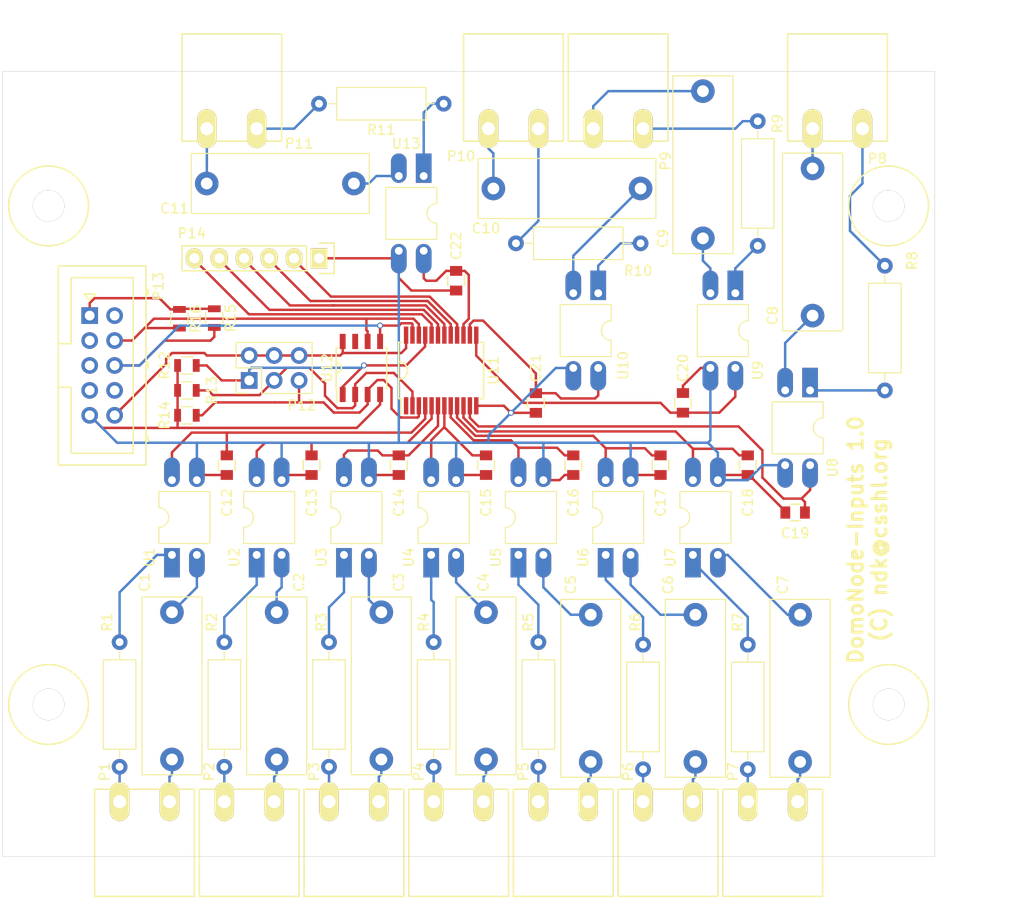
<source format=kicad_pcb>
(kicad_pcb (version 4) (host pcbnew 4.0.2+dfsg1-stable)

  (general
    (links 121)
    (no_connects 0)
    (area 136.347 19.502 248.284 113.081001)
    (thickness 1.6)
    (drawings 7)
    (tracks 426)
    (zones 0)
    (modules 66)
    (nets 69)
  )

  (page A4)
  (layers
    (0 F.Cu signal)
    (31 B.Cu signal)
    (32 B.Adhes user)
    (33 F.Adhes user)
    (34 B.Paste user)
    (35 F.Paste user)
    (36 B.SilkS user)
    (37 F.SilkS user)
    (38 B.Mask user)
    (39 F.Mask user)
    (40 Dwgs.User user)
    (41 Cmts.User user)
    (42 Eco1.User user)
    (43 Eco2.User user)
    (44 Edge.Cuts user)
    (45 Margin user)
    (46 B.CrtYd user)
    (47 F.CrtYd user)
    (48 B.Fab user)
    (49 F.Fab user hide)
  )

  (setup
    (last_trace_width 0.25)
    (trace_clearance 0.2)
    (zone_clearance 0.508)
    (zone_45_only no)
    (trace_min 0.2)
    (segment_width 0.2)
    (edge_width 0.15)
    (via_size 0.6)
    (via_drill 0.4)
    (via_min_size 0.4)
    (via_min_drill 0.3)
    (uvia_size 0.3)
    (uvia_drill 0.1)
    (uvias_allowed no)
    (uvia_min_size 0.2)
    (uvia_min_drill 0.1)
    (pcb_text_width 0.3)
    (pcb_text_size 1.5 1.5)
    (mod_edge_width 0.15)
    (mod_text_size 1 1)
    (mod_text_width 0.15)
    (pad_size 1.524 1.524)
    (pad_drill 0.762)
    (pad_to_mask_clearance 0.2)
    (aux_axis_origin 0 0)
    (visible_elements FFFFEF7F)
    (pcbplotparams
      (layerselection 0x030f0_80000001)
      (usegerberextensions true)
      (excludeedgelayer true)
      (linewidth 0.100000)
      (plotframeref false)
      (viasonmask false)
      (mode 1)
      (useauxorigin false)
      (hpglpennumber 1)
      (hpglpenspeed 20)
      (hpglpendiameter 15)
      (hpglpenoverlay 2)
      (psnegative false)
      (psa4output false)
      (plotreference true)
      (plotvalue true)
      (plotinvisibletext false)
      (padsonsilk false)
      (subtractmaskfromsilk false)
      (outputformat 1)
      (mirror false)
      (drillshape 0)
      (scaleselection 1)
      (outputdirectory ../../../../../Scrivania/DomoNode-Inputs/))
  )

  (net 0 "")
  (net 1 "Net-(C1-Pad1)")
  (net 2 "Net-(C1-Pad2)")
  (net 3 "Net-(C2-Pad1)")
  (net 4 "Net-(C2-Pad2)")
  (net 5 "Net-(C3-Pad1)")
  (net 6 "Net-(C3-Pad2)")
  (net 7 "Net-(C4-Pad1)")
  (net 8 "Net-(C4-Pad2)")
  (net 9 "Net-(C5-Pad1)")
  (net 10 "Net-(C5-Pad2)")
  (net 11 "Net-(C6-Pad1)")
  (net 12 "Net-(C6-Pad2)")
  (net 13 "Net-(C7-Pad1)")
  (net 14 "Net-(C7-Pad2)")
  (net 15 "Net-(C8-Pad1)")
  (net 16 "Net-(C8-Pad2)")
  (net 17 "Net-(R1-Pad1)")
  (net 18 "Net-(R2-Pad1)")
  (net 19 "Net-(R3-Pad1)")
  (net 20 "Net-(R4-Pad1)")
  (net 21 "Net-(R5-Pad1)")
  (net 22 "Net-(R6-Pad1)")
  (net 23 "Net-(R7-Pad1)")
  (net 24 "Net-(R8-Pad1)")
  (net 25 GND)
  (net 26 +3V3)
  (net 27 /SCL)
  (net 28 /SDA)
  (net 29 +5V)
  (net 30 /A0)
  (net 31 /A1)
  (net 32 /A2)
  (net 33 /IN1)
  (net 34 /IN2)
  (net 35 /IN3)
  (net 36 /IN4)
  (net 37 /IN5)
  (net 38 /IN6)
  (net 39 /IN7)
  (net 40 /IN8)
  (net 41 "Net-(C9-Pad1)")
  (net 42 "Net-(C9-Pad2)")
  (net 43 "Net-(C10-Pad1)")
  (net 44 "Net-(C10-Pad2)")
  (net 45 "Net-(R9-Pad1)")
  (net 46 "Net-(R10-Pad1)")
  (net 47 /IN9)
  (net 48 /IN10)
  (net 49 /IN11)
  (net 50 "Net-(C11-Pad1)")
  (net 51 "Net-(C11-Pad2)")
  (net 52 "Net-(R11-Pad1)")
  (net 53 /LVIN1)
  (net 54 /LVIN2)
  (net 55 /LVIN3)
  (net 56 /LVIN4)
  (net 57 /LVIN5)
  (net 58 "Net-(P1-Pad1)")
  (net 59 "Net-(P2-Pad1)")
  (net 60 "Net-(P3-Pad1)")
  (net 61 "Net-(P4-Pad1)")
  (net 62 "Net-(P5-Pad1)")
  (net 63 "Net-(P6-Pad1)")
  (net 64 "Net-(P7-Pad1)")
  (net 65 "Net-(P8-Pad1)")
  (net 66 "Net-(P9-Pad1)")
  (net 67 "Net-(P10-Pad1)")
  (net 68 "Net-(P11-Pad1)")

  (net_class Default "Questo è il gruppo di collegamenti predefinito"
    (clearance 0.2)
    (trace_width 0.25)
    (via_dia 0.6)
    (via_drill 0.4)
    (uvia_dia 0.3)
    (uvia_drill 0.1)
    (add_net +3V3)
    (add_net +5V)
    (add_net /A0)
    (add_net /A1)
    (add_net /A2)
    (add_net /IN1)
    (add_net /IN10)
    (add_net /IN11)
    (add_net /IN2)
    (add_net /IN3)
    (add_net /IN4)
    (add_net /IN5)
    (add_net /IN6)
    (add_net /IN7)
    (add_net /IN8)
    (add_net /IN9)
    (add_net /LVIN1)
    (add_net /LVIN2)
    (add_net /LVIN3)
    (add_net /LVIN4)
    (add_net /LVIN5)
    (add_net /SCL)
    (add_net /SDA)
    (add_net GND)
    (add_net "Net-(C1-Pad1)")
    (add_net "Net-(C10-Pad1)")
    (add_net "Net-(C11-Pad1)")
    (add_net "Net-(C2-Pad1)")
    (add_net "Net-(C3-Pad1)")
    (add_net "Net-(C4-Pad1)")
    (add_net "Net-(C5-Pad1)")
    (add_net "Net-(C6-Pad1)")
    (add_net "Net-(C7-Pad1)")
    (add_net "Net-(C8-Pad1)")
    (add_net "Net-(C9-Pad1)")
    (add_net "Net-(R1-Pad1)")
    (add_net "Net-(R10-Pad1)")
    (add_net "Net-(R11-Pad1)")
    (add_net "Net-(R2-Pad1)")
    (add_net "Net-(R3-Pad1)")
    (add_net "Net-(R4-Pad1)")
    (add_net "Net-(R5-Pad1)")
    (add_net "Net-(R6-Pad1)")
    (add_net "Net-(R7-Pad1)")
    (add_net "Net-(R8-Pad1)")
    (add_net "Net-(R9-Pad1)")
  )

  (net_class 220V ""
    (clearance 1.5)
    (trace_width 0.25)
    (via_dia 0.6)
    (via_drill 0.4)
    (uvia_dia 0.3)
    (uvia_drill 0.1)
    (add_net "Net-(C1-Pad2)")
    (add_net "Net-(C10-Pad2)")
    (add_net "Net-(C11-Pad2)")
    (add_net "Net-(C2-Pad2)")
    (add_net "Net-(C3-Pad2)")
    (add_net "Net-(C4-Pad2)")
    (add_net "Net-(C5-Pad2)")
    (add_net "Net-(C6-Pad2)")
    (add_net "Net-(C7-Pad2)")
    (add_net "Net-(C8-Pad2)")
    (add_net "Net-(C9-Pad2)")
    (add_net "Net-(P1-Pad1)")
    (add_net "Net-(P10-Pad1)")
    (add_net "Net-(P11-Pad1)")
    (add_net "Net-(P2-Pad1)")
    (add_net "Net-(P3-Pad1)")
    (add_net "Net-(P4-Pad1)")
    (add_net "Net-(P5-Pad1)")
    (add_net "Net-(P6-Pad1)")
    (add_net "Net-(P7-Pad1)")
    (add_net "Net-(P8-Pad1)")
    (add_net "Net-(P9-Pad1)")
  )

  (module "AAA mie lib verificate:Enclosure_DIN_6p" locked (layer F.Cu) (tedit 5A25944A) (tstamp 5A663874)
    (at 140.208 106.426)
    (descr "PCB outline for DIN enclosure, 6 modules")
    (tags "PCB outline for DIN enclosure, 6 modules")
    (fp_text reference BOX (at 0 0) (layer F.SilkS) hide
      (effects (font (thickness 0.15)))
    )
    (fp_text value "" (at 0 0) (layer F.SilkS)
      (effects (font (thickness 0.15)))
    )
    (fp_circle (center 90.297 -15.494) (end 94.361 -15.494) (layer F.SilkS) (width 0.15))
    (fp_circle (center 90.297 -66.294) (end 94.361 -66.294) (layer F.SilkS) (width 0.15))
    (fp_circle (center 4.699 -66.294) (end 4.699 -62.23) (layer F.SilkS) (width 0.15))
    (fp_circle (center 4.699 -15.494) (end 8.763 -15.621) (layer F.SilkS) (width 0.15))
    (fp_line (start 0 -80) (end 95 -80) (layer Edge.Cuts) (width 0.05))
    (fp_line (start 0 0) (end 95 0) (layer Edge.Cuts) (width 0.05))
    (fp_line (start 0 0) (end 0 -80) (layer Edge.Cuts) (width 0.05))
    (fp_line (start 95 -80) (end 95 0) (layer Edge.Cuts) (width 0.05))
    (pad 1 thru_hole circle (at 4.699 -66.294) (size 3.2 3.2) (drill 3.2) (layers *.Cu *.Mask))
    (pad 2 thru_hole circle (at 4.699 -15.494) (size 3.2 3.2) (drill 3.2) (layers *.Cu *.Mask))
    (pad 3 thru_hole circle (at 90.297 -15.494) (size 3.2 3.2) (drill 3.2) (layers *.Cu *.Mask))
    (pad 4 thru_hole circle (at 90.297 -66.294) (size 3.2 3.2) (drill 3.2) (layers *.Cu *.Mask))
  )

  (module "AAA mie lib verificate:KF2EDGK-5.08-2" (layer F.Cu) (tedit 5AF961FF) (tstamp 5AF9736D)
    (at 184.15 100.838)
    (descr CONNECTOR)
    (tags CONNECTOR)
    (path /5A66336E)
    (attr virtual)
    (fp_text reference P4 (at -1.524 -3.048 90) (layer F.SilkS)
      (effects (font (size 1 1) (thickness 0.15)))
    )
    (fp_text value CONN_01X02 (at 2.54 3.81) (layer F.Fab)
      (effects (font (size 1 1) (thickness 0.15)))
    )
    (fp_line (start -2.54 9.652) (end -2.54 -1.27) (layer F.SilkS) (width 0.15))
    (fp_line (start 7.62 -1.27) (end 7.62 9.652) (layer F.SilkS) (width 0.15))
    (fp_line (start -2.54 9.652) (end 7.62 9.652) (layer F.SilkS) (width 0.15))
    (fp_line (start 7.62 -1.27) (end -2.54 -1.27) (layer F.SilkS) (width 0.15))
    (fp_line (start -2.54 10.668) (end 7.62 10.668) (layer F.CrtYd) (width 0.15))
    (fp_line (start 7.62 -2.032) (end -2.54 -2.032) (layer F.CrtYd) (width 0.15))
    (fp_line (start 7.62 -2.032) (end 7.62 10.668) (layer F.CrtYd) (width 0.15))
    (fp_line (start -2.54 -2.032) (end -2.54 10.668) (layer F.CrtYd) (width 0.15))
    (pad 1 thru_hole oval (at 0 0) (size 1.9812 3.9624) (drill 1.3208) (layers *.Cu F.Paste F.SilkS F.Mask)
      (net 61 "Net-(P4-Pad1)"))
    (pad 2 thru_hole oval (at 5.08 0) (size 1.9812 3.9624) (drill 1.3208) (layers *.Cu F.Paste F.SilkS F.Mask)
      (net 8 "Net-(C4-Pad2)"))
  )

  (module Capacitors_SMD:C_0805 (layer F.Cu) (tedit 5415D6EA) (tstamp 5AF16461)
    (at 171.704 66.548 270)
    (descr "Capacitor SMD 0805, reflow soldering, AVX (see smccp.pdf)")
    (tags "capacitor 0805")
    (path /5AF164CB)
    (attr smd)
    (fp_text reference C13 (at 3.81 0 270) (layer F.SilkS)
      (effects (font (size 1 1) (thickness 0.15)))
    )
    (fp_text value C (at 0 2.1 270) (layer F.Fab)
      (effects (font (size 1 1) (thickness 0.15)))
    )
    (fp_line (start -1.8 -1) (end 1.8 -1) (layer F.CrtYd) (width 0.05))
    (fp_line (start -1.8 1) (end 1.8 1) (layer F.CrtYd) (width 0.05))
    (fp_line (start -1.8 -1) (end -1.8 1) (layer F.CrtYd) (width 0.05))
    (fp_line (start 1.8 -1) (end 1.8 1) (layer F.CrtYd) (width 0.05))
    (fp_line (start 0.5 -0.85) (end -0.5 -0.85) (layer F.SilkS) (width 0.15))
    (fp_line (start -0.5 0.85) (end 0.5 0.85) (layer F.SilkS) (width 0.15))
    (pad 1 smd rect (at -1 0 270) (size 1 1.25) (layers F.Cu F.Paste F.Mask)
      (net 34 /IN2))
    (pad 2 smd rect (at 1 0 270) (size 1 1.25) (layers F.Cu F.Paste F.Mask)
      (net 25 GND))
    (model Capacitors_SMD.3dshapes/C_0805.wrl
      (at (xyz 0 0 0))
      (scale (xyz 1 1 1))
      (rotate (xyz 0 0 0))
    )
  )

  (module "AAA mie lib verificate:DIP-4_W7.62mm_e_SOT-4" (layer F.Cu) (tedit 5A6DAABE) (tstamp 5A6635DF)
    (at 166.116 75.692 90)
    (descr "4-lead though-hole mounted DIP package, row spacing 7.62 mm (300 mils)")
    (tags "THT DIP DIL PDIP 2.54mm 7.62mm 300mil")
    (path /5A66321C)
    (fp_text reference U2 (at -0.254 -2.286 90) (layer F.SilkS)
      (effects (font (size 1 1) (thickness 0.15)))
    )
    (fp_text value TLP620 (at 3.81 4.87 90) (layer F.Fab) hide
      (effects (font (size 1 1) (thickness 0.15)))
    )
    (fp_arc (start 3.81 -1.33) (end 2.81 -1.33) (angle -180) (layer F.SilkS) (width 0.12))
    (fp_line (start 1.635 -1.27) (end 6.985 -1.27) (layer F.Fab) (width 0.1))
    (fp_line (start 6.985 -1.27) (end 6.985 3.81) (layer F.Fab) (width 0.1))
    (fp_line (start 6.985 3.81) (end 0.635 3.81) (layer F.Fab) (width 0.1))
    (fp_line (start 0.635 3.81) (end 0.635 -0.27) (layer F.Fab) (width 0.1))
    (fp_line (start 0.635 -0.27) (end 1.635 -1.27) (layer F.Fab) (width 0.1))
    (fp_line (start 2.81 -1.33) (end 1.16 -1.33) (layer F.SilkS) (width 0.12))
    (fp_line (start 1.16 -1.33) (end 1.16 3.87) (layer F.SilkS) (width 0.12))
    (fp_line (start 1.16 3.87) (end 6.46 3.87) (layer F.SilkS) (width 0.12))
    (fp_line (start 6.46 3.87) (end 6.46 -1.33) (layer F.SilkS) (width 0.12))
    (fp_line (start 6.46 -1.33) (end 4.81 -1.33) (layer F.SilkS) (width 0.12))
    (fp_line (start -1.1 -1.55) (end -1.1 4.1) (layer F.CrtYd) (width 0.05))
    (fp_line (start -1.1 4.1) (end 8.7 4.1) (layer F.CrtYd) (width 0.05))
    (fp_line (start 8.7 4.1) (end 8.7 -1.55) (layer F.CrtYd) (width 0.05))
    (fp_line (start 8.7 -1.55) (end -1.1 -1.55) (layer F.CrtYd) (width 0.05))
    (fp_text user %R (at 3.81 1.27 90) (layer F.Fab)
      (effects (font (size 1 1) (thickness 0.15)))
    )
    (pad 1 thru_hole rect (at 0 0 90) (size 3 1.6) (drill 0.8 (offset -0.8 0)) (layers *.Cu *.Mask)
      (net 18 "Net-(R2-Pad1)"))
    (pad 3 thru_hole oval (at 7.62 2.54 90) (size 3 1.6) (drill 0.8 (offset 0.8 0)) (layers *.Cu *.Mask)
      (net 25 GND))
    (pad 2 thru_hole oval (at 0 2.54 90) (size 3 1.6) (drill 0.8 (offset -0.8 0)) (layers *.Cu *.Mask)
      (net 3 "Net-(C2-Pad1)"))
    (pad 4 thru_hole oval (at 7.62 0 90) (size 3 1.6) (drill 0.8 (offset 0.8 0)) (layers *.Cu *.Mask)
      (net 34 /IN2))
    (model ${KISYS3DMOD}/Housings_DIP.3dshapes/DIP-4_W7.62mm.wrl
      (at (xyz 0 0 0))
      (scale (xyz 1 1 1))
      (rotate (xyz 0 0 0))
    )
  )

  (module Resistors_ThroughHole:R_Axial_DIN0309_L9.0mm_D3.2mm_P12.70mm_Horizontal (layer F.Cu) (tedit 5A6DAA04) (tstamp 5A6CDA0E)
    (at 217.17 44.196 90)
    (descr "Resistor, Axial_DIN0309 series, Axial, Horizontal, pin pitch=12.7mm, 0.5W = 1/2W, length*diameter=9*3.2mm^2, http://cdn-reichelt.de/documents/datenblatt/B400/1_4W%23YAG.pdf")
    (tags "Resistor Axial_DIN0309 series Axial Horizontal pin pitch 12.7mm 0.5W = 1/2W length 9mm diameter 3.2mm")
    (path /5A6CD25D)
    (fp_text reference R9 (at 12.446 2.032 90) (layer F.SilkS)
      (effects (font (size 1 1) (thickness 0.15)))
    )
    (fp_text value R (at 6.35 2.66 90) (layer F.Fab)
      (effects (font (size 1 1) (thickness 0.15)))
    )
    (fp_line (start 1.85 -1.6) (end 1.85 1.6) (layer F.Fab) (width 0.1))
    (fp_line (start 1.85 1.6) (end 10.85 1.6) (layer F.Fab) (width 0.1))
    (fp_line (start 10.85 1.6) (end 10.85 -1.6) (layer F.Fab) (width 0.1))
    (fp_line (start 10.85 -1.6) (end 1.85 -1.6) (layer F.Fab) (width 0.1))
    (fp_line (start 0 0) (end 1.85 0) (layer F.Fab) (width 0.1))
    (fp_line (start 12.7 0) (end 10.85 0) (layer F.Fab) (width 0.1))
    (fp_line (start 1.79 -1.66) (end 1.79 1.66) (layer F.SilkS) (width 0.12))
    (fp_line (start 1.79 1.66) (end 10.91 1.66) (layer F.SilkS) (width 0.12))
    (fp_line (start 10.91 1.66) (end 10.91 -1.66) (layer F.SilkS) (width 0.12))
    (fp_line (start 10.91 -1.66) (end 1.79 -1.66) (layer F.SilkS) (width 0.12))
    (fp_line (start 0.98 0) (end 1.79 0) (layer F.SilkS) (width 0.12))
    (fp_line (start 11.72 0) (end 10.91 0) (layer F.SilkS) (width 0.12))
    (fp_line (start -1.05 -1.95) (end -1.05 1.95) (layer F.CrtYd) (width 0.05))
    (fp_line (start -1.05 1.95) (end 13.75 1.95) (layer F.CrtYd) (width 0.05))
    (fp_line (start 13.75 1.95) (end 13.75 -1.95) (layer F.CrtYd) (width 0.05))
    (fp_line (start 13.75 -1.95) (end -1.05 -1.95) (layer F.CrtYd) (width 0.05))
    (pad 1 thru_hole circle (at 0 0 90) (size 1.6 1.6) (drill 0.8) (layers *.Cu *.Mask)
      (net 45 "Net-(R9-Pad1)"))
    (pad 2 thru_hole oval (at 12.7 0 90) (size 1.6 1.6) (drill 0.8) (layers *.Cu *.Mask)
      (net 66 "Net-(P9-Pad1)"))
    (model ${KISYS3DMOD}/Resistors_THT.3dshapes/R_Axial_DIN0309_L9.0mm_D3.2mm_P12.70mm_Horizontal.wrl
      (at (xyz 0 0 0))
      (scale (xyz 0.393701 0.393701 0.393701))
      (rotate (xyz 0 0 0))
    )
  )

  (module Pin_Headers:Pin_Header_Straight_2x03_Pitch2.54mm (layer F.Cu) (tedit 5A6DAB7F) (tstamp 5A678BFC)
    (at 165.354 57.912 90)
    (descr "Through hole straight pin header, 2x03, 2.54mm pitch, double rows")
    (tags "Through hole pin header THT 2x03 2.54mm double row")
    (path /5A67A6B6)
    (fp_text reference P12 (at -2.54 5.334 180) (layer F.SilkS)
      (effects (font (size 1 1) (thickness 0.15)))
    )
    (fp_text value CONN_02X03 (at 1.27 7.41 90) (layer F.Fab) hide
      (effects (font (size 1 1) (thickness 0.15)))
    )
    (fp_line (start 0 -1.27) (end 3.81 -1.27) (layer F.Fab) (width 0.1))
    (fp_line (start 3.81 -1.27) (end 3.81 6.35) (layer F.Fab) (width 0.1))
    (fp_line (start 3.81 6.35) (end -1.27 6.35) (layer F.Fab) (width 0.1))
    (fp_line (start -1.27 6.35) (end -1.27 0) (layer F.Fab) (width 0.1))
    (fp_line (start -1.27 0) (end 0 -1.27) (layer F.Fab) (width 0.1))
    (fp_line (start -1.33 6.41) (end 3.87 6.41) (layer F.SilkS) (width 0.12))
    (fp_line (start -1.33 1.27) (end -1.33 6.41) (layer F.SilkS) (width 0.12))
    (fp_line (start 3.87 -1.33) (end 3.87 6.41) (layer F.SilkS) (width 0.12))
    (fp_line (start -1.33 1.27) (end 1.27 1.27) (layer F.SilkS) (width 0.12))
    (fp_line (start 1.27 1.27) (end 1.27 -1.33) (layer F.SilkS) (width 0.12))
    (fp_line (start 1.27 -1.33) (end 3.87 -1.33) (layer F.SilkS) (width 0.12))
    (fp_line (start -1.33 0) (end -1.33 -1.33) (layer F.SilkS) (width 0.12))
    (fp_line (start -1.33 -1.33) (end 0 -1.33) (layer F.SilkS) (width 0.12))
    (fp_line (start -1.8 -1.8) (end -1.8 6.85) (layer F.CrtYd) (width 0.05))
    (fp_line (start -1.8 6.85) (end 4.35 6.85) (layer F.CrtYd) (width 0.05))
    (fp_line (start 4.35 6.85) (end 4.35 -1.8) (layer F.CrtYd) (width 0.05))
    (fp_line (start 4.35 -1.8) (end -1.8 -1.8) (layer F.CrtYd) (width 0.05))
    (fp_text user %R (at 1.27 2.54 180) (layer F.Fab)
      (effects (font (size 1 1) (thickness 0.15)))
    )
    (pad 1 thru_hole rect (at 0 0 90) (size 1.7 1.7) (drill 1) (layers *.Cu *.Mask)
      (net 30 /A0))
    (pad 2 thru_hole oval (at 2.54 0 90) (size 1.7 1.7) (drill 1) (layers *.Cu *.Mask)
      (net 29 +5V))
    (pad 3 thru_hole oval (at 0 2.54 90) (size 1.7 1.7) (drill 1) (layers *.Cu *.Mask)
      (net 31 /A1))
    (pad 4 thru_hole oval (at 2.54 2.54 90) (size 1.7 1.7) (drill 1) (layers *.Cu *.Mask)
      (net 29 +5V))
    (pad 5 thru_hole oval (at 0 5.08 90) (size 1.7 1.7) (drill 1) (layers *.Cu *.Mask)
      (net 32 /A2))
    (pad 6 thru_hole oval (at 2.54 5.08 90) (size 1.7 1.7) (drill 1) (layers *.Cu *.Mask)
      (net 29 +5V))
    (model ${KISYS3DMOD}/Pin_Headers.3dshapes/Pin_Header_Straight_2x03_Pitch2.54mm.wrl
      (at (xyz 0 0 0))
      (scale (xyz 1 1 1))
      (rotate (xyz 0 0 0))
    )
  )

  (module Capacitors_ThroughHole:C_Rect_L18.0mm_W6.0mm_P15.00mm_FKS3_FKP3 (layer F.Cu) (tedit 5A6DAADD) (tstamp 5A6634B5)
    (at 157.48 81.534 270)
    (descr "C, Rect series, Radial, pin pitch=15.00mm, , length*width=18*6mm^2, Capacitor, http://www.wima.com/EN/WIMA_FKS_3.pdf")
    (tags "C Rect series Radial pin pitch 15.00mm  length 18mm width 6mm Capacitor")
    (path /5A662FA6)
    (fp_text reference C1 (at -3.048 2.794 270) (layer F.SilkS)
      (effects (font (size 1 1) (thickness 0.15)))
    )
    (fp_text value C (at 7.5 4.31 270) (layer F.Fab)
      (effects (font (size 1 1) (thickness 0.15)))
    )
    (fp_line (start -1.5 -3) (end -1.5 3) (layer F.Fab) (width 0.1))
    (fp_line (start -1.5 3) (end 16.5 3) (layer F.Fab) (width 0.1))
    (fp_line (start 16.5 3) (end 16.5 -3) (layer F.Fab) (width 0.1))
    (fp_line (start 16.5 -3) (end -1.5 -3) (layer F.Fab) (width 0.1))
    (fp_line (start -1.56 -3.06) (end 16.56 -3.06) (layer F.SilkS) (width 0.12))
    (fp_line (start -1.56 3.06) (end 16.56 3.06) (layer F.SilkS) (width 0.12))
    (fp_line (start -1.56 -3.06) (end -1.56 3.06) (layer F.SilkS) (width 0.12))
    (fp_line (start 16.56 -3.06) (end 16.56 3.06) (layer F.SilkS) (width 0.12))
    (fp_line (start -1.85 -3.35) (end -1.85 3.35) (layer F.CrtYd) (width 0.05))
    (fp_line (start -1.85 3.35) (end 16.85 3.35) (layer F.CrtYd) (width 0.05))
    (fp_line (start 16.85 3.35) (end 16.85 -3.35) (layer F.CrtYd) (width 0.05))
    (fp_line (start 16.85 -3.35) (end -1.85 -3.35) (layer F.CrtYd) (width 0.05))
    (fp_text user %R (at 7.5 0 270) (layer F.Fab)
      (effects (font (size 1 1) (thickness 0.15)))
    )
    (pad 1 thru_hole circle (at 0 0 270) (size 2.4 2.4) (drill 1.2) (layers *.Cu *.Mask)
      (net 1 "Net-(C1-Pad1)"))
    (pad 2 thru_hole circle (at 15 0 270) (size 2.4 2.4) (drill 1.2) (layers *.Cu *.Mask)
      (net 2 "Net-(C1-Pad2)"))
    (model ${KISYS3DMOD}/Capacitors_THT.3dshapes/C_Rect_L18.0mm_W6.0mm_P15.00mm_FKS3_FKP3.wrl
      (at (xyz 0 0 0))
      (scale (xyz 1 1 1))
      (rotate (xyz 0 0 0))
    )
  )

  (module Capacitors_ThroughHole:C_Rect_L18.0mm_W6.0mm_P15.00mm_FKS3_FKP3 (layer F.Cu) (tedit 5A6DAAF1) (tstamp 5A6634BB)
    (at 168.148 81.534 270)
    (descr "C, Rect series, Radial, pin pitch=15.00mm, , length*width=18*6mm^2, Capacitor, http://www.wima.com/EN/WIMA_FKS_3.pdf")
    (tags "C Rect series Radial pin pitch 15.00mm  length 18mm width 6mm Capacitor")
    (path /5A663216)
    (fp_text reference C2 (at -3.048 -2.286 270) (layer F.SilkS)
      (effects (font (size 1 1) (thickness 0.15)))
    )
    (fp_text value C (at 7.5 4.31 270) (layer F.Fab)
      (effects (font (size 1 1) (thickness 0.15)))
    )
    (fp_line (start -1.5 -3) (end -1.5 3) (layer F.Fab) (width 0.1))
    (fp_line (start -1.5 3) (end 16.5 3) (layer F.Fab) (width 0.1))
    (fp_line (start 16.5 3) (end 16.5 -3) (layer F.Fab) (width 0.1))
    (fp_line (start 16.5 -3) (end -1.5 -3) (layer F.Fab) (width 0.1))
    (fp_line (start -1.56 -3.06) (end 16.56 -3.06) (layer F.SilkS) (width 0.12))
    (fp_line (start -1.56 3.06) (end 16.56 3.06) (layer F.SilkS) (width 0.12))
    (fp_line (start -1.56 -3.06) (end -1.56 3.06) (layer F.SilkS) (width 0.12))
    (fp_line (start 16.56 -3.06) (end 16.56 3.06) (layer F.SilkS) (width 0.12))
    (fp_line (start -1.85 -3.35) (end -1.85 3.35) (layer F.CrtYd) (width 0.05))
    (fp_line (start -1.85 3.35) (end 16.85 3.35) (layer F.CrtYd) (width 0.05))
    (fp_line (start 16.85 3.35) (end 16.85 -3.35) (layer F.CrtYd) (width 0.05))
    (fp_line (start 16.85 -3.35) (end -1.85 -3.35) (layer F.CrtYd) (width 0.05))
    (fp_text user %R (at 7.5 0 270) (layer F.Fab)
      (effects (font (size 1 1) (thickness 0.15)))
    )
    (pad 1 thru_hole circle (at 0 0 270) (size 2.4 2.4) (drill 1.2) (layers *.Cu *.Mask)
      (net 3 "Net-(C2-Pad1)"))
    (pad 2 thru_hole circle (at 15 0 270) (size 2.4 2.4) (drill 1.2) (layers *.Cu *.Mask)
      (net 4 "Net-(C2-Pad2)"))
    (model ${KISYS3DMOD}/Capacitors_THT.3dshapes/C_Rect_L18.0mm_W6.0mm_P15.00mm_FKS3_FKP3.wrl
      (at (xyz 0 0 0))
      (scale (xyz 1 1 1))
      (rotate (xyz 0 0 0))
    )
  )

  (module Capacitors_ThroughHole:C_Rect_L18.0mm_W6.0mm_P15.00mm_FKS3_FKP3 (layer F.Cu) (tedit 5A6DAB38) (tstamp 5A6634C1)
    (at 178.816 81.534 270)
    (descr "C, Rect series, Radial, pin pitch=15.00mm, , length*width=18*6mm^2, Capacitor, http://www.wima.com/EN/WIMA_FKS_3.pdf")
    (tags "C Rect series Radial pin pitch 15.00mm  length 18mm width 6mm Capacitor")
    (path /5A66335C)
    (fp_text reference C3 (at -3.048 -1.778 270) (layer F.SilkS)
      (effects (font (size 1 1) (thickness 0.15)))
    )
    (fp_text value C (at 7.5 4.31 270) (layer F.Fab)
      (effects (font (size 1 1) (thickness 0.15)))
    )
    (fp_line (start -1.5 -3) (end -1.5 3) (layer F.Fab) (width 0.1))
    (fp_line (start -1.5 3) (end 16.5 3) (layer F.Fab) (width 0.1))
    (fp_line (start 16.5 3) (end 16.5 -3) (layer F.Fab) (width 0.1))
    (fp_line (start 16.5 -3) (end -1.5 -3) (layer F.Fab) (width 0.1))
    (fp_line (start -1.56 -3.06) (end 16.56 -3.06) (layer F.SilkS) (width 0.12))
    (fp_line (start -1.56 3.06) (end 16.56 3.06) (layer F.SilkS) (width 0.12))
    (fp_line (start -1.56 -3.06) (end -1.56 3.06) (layer F.SilkS) (width 0.12))
    (fp_line (start 16.56 -3.06) (end 16.56 3.06) (layer F.SilkS) (width 0.12))
    (fp_line (start -1.85 -3.35) (end -1.85 3.35) (layer F.CrtYd) (width 0.05))
    (fp_line (start -1.85 3.35) (end 16.85 3.35) (layer F.CrtYd) (width 0.05))
    (fp_line (start 16.85 3.35) (end 16.85 -3.35) (layer F.CrtYd) (width 0.05))
    (fp_line (start 16.85 -3.35) (end -1.85 -3.35) (layer F.CrtYd) (width 0.05))
    (fp_text user %R (at 7.5 0 270) (layer F.Fab)
      (effects (font (size 1 1) (thickness 0.15)))
    )
    (pad 1 thru_hole circle (at 0 0 270) (size 2.4 2.4) (drill 1.2) (layers *.Cu *.Mask)
      (net 5 "Net-(C3-Pad1)"))
    (pad 2 thru_hole circle (at 15 0 270) (size 2.4 2.4) (drill 1.2) (layers *.Cu *.Mask)
      (net 6 "Net-(C3-Pad2)"))
    (model ${KISYS3DMOD}/Capacitors_THT.3dshapes/C_Rect_L18.0mm_W6.0mm_P15.00mm_FKS3_FKP3.wrl
      (at (xyz 0 0 0))
      (scale (xyz 1 1 1))
      (rotate (xyz 0 0 0))
    )
  )

  (module Capacitors_ThroughHole:C_Rect_L18.0mm_W6.0mm_P15.00mm_FKS3_FKP3 (layer F.Cu) (tedit 5A6DAB44) (tstamp 5A6634C7)
    (at 189.484 81.534 270)
    (descr "C, Rect series, Radial, pin pitch=15.00mm, , length*width=18*6mm^2, Capacitor, http://www.wima.com/EN/WIMA_FKS_3.pdf")
    (tags "C Rect series Radial pin pitch 15.00mm  length 18mm width 6mm Capacitor")
    (path /5A66337A)
    (fp_text reference C4 (at -3.048 0.254 270) (layer F.SilkS)
      (effects (font (size 1 1) (thickness 0.15)))
    )
    (fp_text value C (at 7.5 4.31 270) (layer F.Fab)
      (effects (font (size 1 1) (thickness 0.15)))
    )
    (fp_line (start -1.5 -3) (end -1.5 3) (layer F.Fab) (width 0.1))
    (fp_line (start -1.5 3) (end 16.5 3) (layer F.Fab) (width 0.1))
    (fp_line (start 16.5 3) (end 16.5 -3) (layer F.Fab) (width 0.1))
    (fp_line (start 16.5 -3) (end -1.5 -3) (layer F.Fab) (width 0.1))
    (fp_line (start -1.56 -3.06) (end 16.56 -3.06) (layer F.SilkS) (width 0.12))
    (fp_line (start -1.56 3.06) (end 16.56 3.06) (layer F.SilkS) (width 0.12))
    (fp_line (start -1.56 -3.06) (end -1.56 3.06) (layer F.SilkS) (width 0.12))
    (fp_line (start 16.56 -3.06) (end 16.56 3.06) (layer F.SilkS) (width 0.12))
    (fp_line (start -1.85 -3.35) (end -1.85 3.35) (layer F.CrtYd) (width 0.05))
    (fp_line (start -1.85 3.35) (end 16.85 3.35) (layer F.CrtYd) (width 0.05))
    (fp_line (start 16.85 3.35) (end 16.85 -3.35) (layer F.CrtYd) (width 0.05))
    (fp_line (start 16.85 -3.35) (end -1.85 -3.35) (layer F.CrtYd) (width 0.05))
    (fp_text user %R (at 7.5 0 270) (layer F.Fab)
      (effects (font (size 1 1) (thickness 0.15)))
    )
    (pad 1 thru_hole circle (at 0 0 270) (size 2.4 2.4) (drill 1.2) (layers *.Cu *.Mask)
      (net 7 "Net-(C4-Pad1)"))
    (pad 2 thru_hole circle (at 15 0 270) (size 2.4 2.4) (drill 1.2) (layers *.Cu *.Mask)
      (net 8 "Net-(C4-Pad2)"))
    (model ${KISYS3DMOD}/Capacitors_THT.3dshapes/C_Rect_L18.0mm_W6.0mm_P15.00mm_FKS3_FKP3.wrl
      (at (xyz 0 0 0))
      (scale (xyz 1 1 1))
      (rotate (xyz 0 0 0))
    )
  )

  (module Capacitors_ThroughHole:C_Rect_L18.0mm_W6.0mm_P15.00mm_FKS3_FKP3 (layer F.Cu) (tedit 5A6DAB4F) (tstamp 5A6634CD)
    (at 200.152 81.788 270)
    (descr "C, Rect series, Radial, pin pitch=15.00mm, , length*width=18*6mm^2, Capacitor, http://www.wima.com/EN/WIMA_FKS_3.pdf")
    (tags "C Rect series Radial pin pitch 15.00mm  length 18mm width 6mm Capacitor")
    (path /5A663618)
    (fp_text reference C5 (at -3.048 2.032 270) (layer F.SilkS)
      (effects (font (size 1 1) (thickness 0.15)))
    )
    (fp_text value C (at 7.5 4.31 270) (layer F.Fab)
      (effects (font (size 1 1) (thickness 0.15)))
    )
    (fp_line (start -1.5 -3) (end -1.5 3) (layer F.Fab) (width 0.1))
    (fp_line (start -1.5 3) (end 16.5 3) (layer F.Fab) (width 0.1))
    (fp_line (start 16.5 3) (end 16.5 -3) (layer F.Fab) (width 0.1))
    (fp_line (start 16.5 -3) (end -1.5 -3) (layer F.Fab) (width 0.1))
    (fp_line (start -1.56 -3.06) (end 16.56 -3.06) (layer F.SilkS) (width 0.12))
    (fp_line (start -1.56 3.06) (end 16.56 3.06) (layer F.SilkS) (width 0.12))
    (fp_line (start -1.56 -3.06) (end -1.56 3.06) (layer F.SilkS) (width 0.12))
    (fp_line (start 16.56 -3.06) (end 16.56 3.06) (layer F.SilkS) (width 0.12))
    (fp_line (start -1.85 -3.35) (end -1.85 3.35) (layer F.CrtYd) (width 0.05))
    (fp_line (start -1.85 3.35) (end 16.85 3.35) (layer F.CrtYd) (width 0.05))
    (fp_line (start 16.85 3.35) (end 16.85 -3.35) (layer F.CrtYd) (width 0.05))
    (fp_line (start 16.85 -3.35) (end -1.85 -3.35) (layer F.CrtYd) (width 0.05))
    (fp_text user %R (at 7.5 0 270) (layer F.Fab)
      (effects (font (size 1 1) (thickness 0.15)))
    )
    (pad 1 thru_hole circle (at 0 0 270) (size 2.4 2.4) (drill 1.2) (layers *.Cu *.Mask)
      (net 9 "Net-(C5-Pad1)"))
    (pad 2 thru_hole circle (at 15 0 270) (size 2.4 2.4) (drill 1.2) (layers *.Cu *.Mask)
      (net 10 "Net-(C5-Pad2)"))
    (model ${KISYS3DMOD}/Capacitors_THT.3dshapes/C_Rect_L18.0mm_W6.0mm_P15.00mm_FKS3_FKP3.wrl
      (at (xyz 0 0 0))
      (scale (xyz 1 1 1))
      (rotate (xyz 0 0 0))
    )
  )

  (module Capacitors_ThroughHole:C_Rect_L18.0mm_W6.0mm_P15.00mm_FKS3_FKP3 (layer F.Cu) (tedit 5A6DAB5B) (tstamp 5A6634D3)
    (at 210.82 81.788 270)
    (descr "C, Rect series, Radial, pin pitch=15.00mm, , length*width=18*6mm^2, Capacitor, http://www.wima.com/EN/WIMA_FKS_3.pdf")
    (tags "C Rect series Radial pin pitch 15.00mm  length 18mm width 6mm Capacitor")
    (path /5A663636)
    (fp_text reference C6 (at -3.048 2.794 270) (layer F.SilkS)
      (effects (font (size 1 1) (thickness 0.15)))
    )
    (fp_text value C (at 7.5 4.31 270) (layer F.Fab)
      (effects (font (size 1 1) (thickness 0.15)))
    )
    (fp_line (start -1.5 -3) (end -1.5 3) (layer F.Fab) (width 0.1))
    (fp_line (start -1.5 3) (end 16.5 3) (layer F.Fab) (width 0.1))
    (fp_line (start 16.5 3) (end 16.5 -3) (layer F.Fab) (width 0.1))
    (fp_line (start 16.5 -3) (end -1.5 -3) (layer F.Fab) (width 0.1))
    (fp_line (start -1.56 -3.06) (end 16.56 -3.06) (layer F.SilkS) (width 0.12))
    (fp_line (start -1.56 3.06) (end 16.56 3.06) (layer F.SilkS) (width 0.12))
    (fp_line (start -1.56 -3.06) (end -1.56 3.06) (layer F.SilkS) (width 0.12))
    (fp_line (start 16.56 -3.06) (end 16.56 3.06) (layer F.SilkS) (width 0.12))
    (fp_line (start -1.85 -3.35) (end -1.85 3.35) (layer F.CrtYd) (width 0.05))
    (fp_line (start -1.85 3.35) (end 16.85 3.35) (layer F.CrtYd) (width 0.05))
    (fp_line (start 16.85 3.35) (end 16.85 -3.35) (layer F.CrtYd) (width 0.05))
    (fp_line (start 16.85 -3.35) (end -1.85 -3.35) (layer F.CrtYd) (width 0.05))
    (fp_text user %R (at 7.5 0 270) (layer F.Fab)
      (effects (font (size 1 1) (thickness 0.15)))
    )
    (pad 1 thru_hole circle (at 0 0 270) (size 2.4 2.4) (drill 1.2) (layers *.Cu *.Mask)
      (net 11 "Net-(C6-Pad1)"))
    (pad 2 thru_hole circle (at 15 0 270) (size 2.4 2.4) (drill 1.2) (layers *.Cu *.Mask)
      (net 12 "Net-(C6-Pad2)"))
    (model ${KISYS3DMOD}/Capacitors_THT.3dshapes/C_Rect_L18.0mm_W6.0mm_P15.00mm_FKS3_FKP3.wrl
      (at (xyz 0 0 0))
      (scale (xyz 1 1 1))
      (rotate (xyz 0 0 0))
    )
  )

  (module Capacitors_ThroughHole:C_Rect_L18.0mm_W6.0mm_P15.00mm_FKS3_FKP3 (layer F.Cu) (tedit 5A6DAB6A) (tstamp 5A6634D9)
    (at 221.488 81.788 270)
    (descr "C, Rect series, Radial, pin pitch=15.00mm, , length*width=18*6mm^2, Capacitor, http://www.wima.com/EN/WIMA_FKS_3.pdf")
    (tags "C Rect series Radial pin pitch 15.00mm  length 18mm width 6mm Capacitor")
    (path /5A663654)
    (fp_text reference C7 (at -3.048 1.778 270) (layer F.SilkS)
      (effects (font (size 1 1) (thickness 0.15)))
    )
    (fp_text value C (at 7.5 4.31 270) (layer F.Fab)
      (effects (font (size 1 1) (thickness 0.15)))
    )
    (fp_line (start -1.5 -3) (end -1.5 3) (layer F.Fab) (width 0.1))
    (fp_line (start -1.5 3) (end 16.5 3) (layer F.Fab) (width 0.1))
    (fp_line (start 16.5 3) (end 16.5 -3) (layer F.Fab) (width 0.1))
    (fp_line (start 16.5 -3) (end -1.5 -3) (layer F.Fab) (width 0.1))
    (fp_line (start -1.56 -3.06) (end 16.56 -3.06) (layer F.SilkS) (width 0.12))
    (fp_line (start -1.56 3.06) (end 16.56 3.06) (layer F.SilkS) (width 0.12))
    (fp_line (start -1.56 -3.06) (end -1.56 3.06) (layer F.SilkS) (width 0.12))
    (fp_line (start 16.56 -3.06) (end 16.56 3.06) (layer F.SilkS) (width 0.12))
    (fp_line (start -1.85 -3.35) (end -1.85 3.35) (layer F.CrtYd) (width 0.05))
    (fp_line (start -1.85 3.35) (end 16.85 3.35) (layer F.CrtYd) (width 0.05))
    (fp_line (start 16.85 3.35) (end 16.85 -3.35) (layer F.CrtYd) (width 0.05))
    (fp_line (start 16.85 -3.35) (end -1.85 -3.35) (layer F.CrtYd) (width 0.05))
    (fp_text user %R (at 7.5 0 270) (layer F.Fab)
      (effects (font (size 1 1) (thickness 0.15)))
    )
    (pad 1 thru_hole circle (at 0 0 270) (size 2.4 2.4) (drill 1.2) (layers *.Cu *.Mask)
      (net 13 "Net-(C7-Pad1)"))
    (pad 2 thru_hole circle (at 15 0 270) (size 2.4 2.4) (drill 1.2) (layers *.Cu *.Mask)
      (net 14 "Net-(C7-Pad2)"))
    (model ${KISYS3DMOD}/Capacitors_THT.3dshapes/C_Rect_L18.0mm_W6.0mm_P15.00mm_FKS3_FKP3.wrl
      (at (xyz 0 0 0))
      (scale (xyz 1 1 1))
      (rotate (xyz 0 0 0))
    )
  )

  (module Capacitors_ThroughHole:C_Rect_L18.0mm_W6.0mm_P15.00mm_FKS3_FKP3 (layer F.Cu) (tedit 5A6DA9F2) (tstamp 5A6634DF)
    (at 222.758 51.308 90)
    (descr "C, Rect series, Radial, pin pitch=15.00mm, , length*width=18*6mm^2, Capacitor, http://www.wima.com/EN/WIMA_FKS_3.pdf")
    (tags "C Rect series Radial pin pitch 15.00mm  length 18mm width 6mm Capacitor")
    (path /5A663672)
    (fp_text reference C8 (at 0 -4.064 90) (layer F.SilkS)
      (effects (font (size 1 1) (thickness 0.15)))
    )
    (fp_text value C (at 7.5 4.31 90) (layer F.Fab)
      (effects (font (size 1 1) (thickness 0.15)))
    )
    (fp_line (start -1.5 -3) (end -1.5 3) (layer F.Fab) (width 0.1))
    (fp_line (start -1.5 3) (end 16.5 3) (layer F.Fab) (width 0.1))
    (fp_line (start 16.5 3) (end 16.5 -3) (layer F.Fab) (width 0.1))
    (fp_line (start 16.5 -3) (end -1.5 -3) (layer F.Fab) (width 0.1))
    (fp_line (start -1.56 -3.06) (end 16.56 -3.06) (layer F.SilkS) (width 0.12))
    (fp_line (start -1.56 3.06) (end 16.56 3.06) (layer F.SilkS) (width 0.12))
    (fp_line (start -1.56 -3.06) (end -1.56 3.06) (layer F.SilkS) (width 0.12))
    (fp_line (start 16.56 -3.06) (end 16.56 3.06) (layer F.SilkS) (width 0.12))
    (fp_line (start -1.85 -3.35) (end -1.85 3.35) (layer F.CrtYd) (width 0.05))
    (fp_line (start -1.85 3.35) (end 16.85 3.35) (layer F.CrtYd) (width 0.05))
    (fp_line (start 16.85 3.35) (end 16.85 -3.35) (layer F.CrtYd) (width 0.05))
    (fp_line (start 16.85 -3.35) (end -1.85 -3.35) (layer F.CrtYd) (width 0.05))
    (fp_text user %R (at 7.5 0 90) (layer F.Fab)
      (effects (font (size 1 1) (thickness 0.15)))
    )
    (pad 1 thru_hole circle (at 0 0 90) (size 2.4 2.4) (drill 1.2) (layers *.Cu *.Mask)
      (net 15 "Net-(C8-Pad1)"))
    (pad 2 thru_hole circle (at 15 0 90) (size 2.4 2.4) (drill 1.2) (layers *.Cu *.Mask)
      (net 16 "Net-(C8-Pad2)"))
    (model ${KISYS3DMOD}/Capacitors_THT.3dshapes/C_Rect_L18.0mm_W6.0mm_P15.00mm_FKS3_FKP3.wrl
      (at (xyz 0 0 0))
      (scale (xyz 1 1 1))
      (rotate (xyz 0 0 0))
    )
  )

  (module Resistors_ThroughHole:R_Axial_DIN0309_L9.0mm_D3.2mm_P12.70mm_Horizontal (layer F.Cu) (tedit 5A6DAACF) (tstamp 5A663575)
    (at 152.146 84.582 270)
    (descr "Resistor, Axial_DIN0309 series, Axial, Horizontal, pin pitch=12.7mm, 0.5W = 1/2W, length*diameter=9*3.2mm^2, http://cdn-reichelt.de/documents/datenblatt/B400/1_4W%23YAG.pdf")
    (tags "Resistor Axial_DIN0309 series Axial Horizontal pin pitch 12.7mm 0.5W = 1/2W length 9mm diameter 3.2mm")
    (path /5A662F87)
    (fp_text reference R1 (at -2.032 1.27 270) (layer F.SilkS)
      (effects (font (size 1 1) (thickness 0.15)))
    )
    (fp_text value R (at 6.35 2.66 270) (layer F.Fab)
      (effects (font (size 1 1) (thickness 0.15)))
    )
    (fp_line (start 1.85 -1.6) (end 1.85 1.6) (layer F.Fab) (width 0.1))
    (fp_line (start 1.85 1.6) (end 10.85 1.6) (layer F.Fab) (width 0.1))
    (fp_line (start 10.85 1.6) (end 10.85 -1.6) (layer F.Fab) (width 0.1))
    (fp_line (start 10.85 -1.6) (end 1.85 -1.6) (layer F.Fab) (width 0.1))
    (fp_line (start 0 0) (end 1.85 0) (layer F.Fab) (width 0.1))
    (fp_line (start 12.7 0) (end 10.85 0) (layer F.Fab) (width 0.1))
    (fp_line (start 1.79 -1.66) (end 1.79 1.66) (layer F.SilkS) (width 0.12))
    (fp_line (start 1.79 1.66) (end 10.91 1.66) (layer F.SilkS) (width 0.12))
    (fp_line (start 10.91 1.66) (end 10.91 -1.66) (layer F.SilkS) (width 0.12))
    (fp_line (start 10.91 -1.66) (end 1.79 -1.66) (layer F.SilkS) (width 0.12))
    (fp_line (start 0.98 0) (end 1.79 0) (layer F.SilkS) (width 0.12))
    (fp_line (start 11.72 0) (end 10.91 0) (layer F.SilkS) (width 0.12))
    (fp_line (start -1.05 -1.95) (end -1.05 1.95) (layer F.CrtYd) (width 0.05))
    (fp_line (start -1.05 1.95) (end 13.75 1.95) (layer F.CrtYd) (width 0.05))
    (fp_line (start 13.75 1.95) (end 13.75 -1.95) (layer F.CrtYd) (width 0.05))
    (fp_line (start 13.75 -1.95) (end -1.05 -1.95) (layer F.CrtYd) (width 0.05))
    (pad 1 thru_hole circle (at 0 0 270) (size 1.6 1.6) (drill 0.8) (layers *.Cu *.Mask)
      (net 17 "Net-(R1-Pad1)"))
    (pad 2 thru_hole oval (at 12.7 0 270) (size 1.6 1.6) (drill 0.8) (layers *.Cu *.Mask)
      (net 58 "Net-(P1-Pad1)"))
    (model ${KISYS3DMOD}/Resistors_THT.3dshapes/R_Axial_DIN0309_L9.0mm_D3.2mm_P12.70mm_Horizontal.wrl
      (at (xyz 0 0 0))
      (scale (xyz 0.393701 0.393701 0.393701))
      (rotate (xyz 0 0 0))
    )
  )

  (module Resistors_ThroughHole:R_Axial_DIN0309_L9.0mm_D3.2mm_P12.70mm_Horizontal (layer F.Cu) (tedit 5A6DAAE9) (tstamp 5A66357B)
    (at 162.814 84.582 270)
    (descr "Resistor, Axial_DIN0309 series, Axial, Horizontal, pin pitch=12.7mm, 0.5W = 1/2W, length*diameter=9*3.2mm^2, http://cdn-reichelt.de/documents/datenblatt/B400/1_4W%23YAG.pdf")
    (tags "Resistor Axial_DIN0309 series Axial Horizontal pin pitch 12.7mm 0.5W = 1/2W length 9mm diameter 3.2mm")
    (path /5A663210)
    (fp_text reference R2 (at -2.032 1.27 270) (layer F.SilkS)
      (effects (font (size 1 1) (thickness 0.15)))
    )
    (fp_text value R (at 6.35 2.66 270) (layer F.Fab)
      (effects (font (size 1 1) (thickness 0.15)))
    )
    (fp_line (start 1.85 -1.6) (end 1.85 1.6) (layer F.Fab) (width 0.1))
    (fp_line (start 1.85 1.6) (end 10.85 1.6) (layer F.Fab) (width 0.1))
    (fp_line (start 10.85 1.6) (end 10.85 -1.6) (layer F.Fab) (width 0.1))
    (fp_line (start 10.85 -1.6) (end 1.85 -1.6) (layer F.Fab) (width 0.1))
    (fp_line (start 0 0) (end 1.85 0) (layer F.Fab) (width 0.1))
    (fp_line (start 12.7 0) (end 10.85 0) (layer F.Fab) (width 0.1))
    (fp_line (start 1.79 -1.66) (end 1.79 1.66) (layer F.SilkS) (width 0.12))
    (fp_line (start 1.79 1.66) (end 10.91 1.66) (layer F.SilkS) (width 0.12))
    (fp_line (start 10.91 1.66) (end 10.91 -1.66) (layer F.SilkS) (width 0.12))
    (fp_line (start 10.91 -1.66) (end 1.79 -1.66) (layer F.SilkS) (width 0.12))
    (fp_line (start 0.98 0) (end 1.79 0) (layer F.SilkS) (width 0.12))
    (fp_line (start 11.72 0) (end 10.91 0) (layer F.SilkS) (width 0.12))
    (fp_line (start -1.05 -1.95) (end -1.05 1.95) (layer F.CrtYd) (width 0.05))
    (fp_line (start -1.05 1.95) (end 13.75 1.95) (layer F.CrtYd) (width 0.05))
    (fp_line (start 13.75 1.95) (end 13.75 -1.95) (layer F.CrtYd) (width 0.05))
    (fp_line (start 13.75 -1.95) (end -1.05 -1.95) (layer F.CrtYd) (width 0.05))
    (pad 1 thru_hole circle (at 0 0 270) (size 1.6 1.6) (drill 0.8) (layers *.Cu *.Mask)
      (net 18 "Net-(R2-Pad1)"))
    (pad 2 thru_hole oval (at 12.7 0 270) (size 1.6 1.6) (drill 0.8) (layers *.Cu *.Mask)
      (net 59 "Net-(P2-Pad1)"))
    (model ${KISYS3DMOD}/Resistors_THT.3dshapes/R_Axial_DIN0309_L9.0mm_D3.2mm_P12.70mm_Horizontal.wrl
      (at (xyz 0 0 0))
      (scale (xyz 0.393701 0.393701 0.393701))
      (rotate (xyz 0 0 0))
    )
  )

  (module Resistors_ThroughHole:R_Axial_DIN0309_L9.0mm_D3.2mm_P12.70mm_Horizontal (layer F.Cu) (tedit 5A6DAB32) (tstamp 5A663581)
    (at 173.482 84.582 270)
    (descr "Resistor, Axial_DIN0309 series, Axial, Horizontal, pin pitch=12.7mm, 0.5W = 1/2W, length*diameter=9*3.2mm^2, http://cdn-reichelt.de/documents/datenblatt/B400/1_4W%23YAG.pdf")
    (tags "Resistor Axial_DIN0309 series Axial Horizontal pin pitch 12.7mm 0.5W = 1/2W length 9mm diameter 3.2mm")
    (path /5A663356)
    (fp_text reference R3 (at -2.032 0.762 270) (layer F.SilkS)
      (effects (font (size 1 1) (thickness 0.15)))
    )
    (fp_text value R (at 6.35 2.66 270) (layer F.Fab)
      (effects (font (size 1 1) (thickness 0.15)))
    )
    (fp_line (start 1.85 -1.6) (end 1.85 1.6) (layer F.Fab) (width 0.1))
    (fp_line (start 1.85 1.6) (end 10.85 1.6) (layer F.Fab) (width 0.1))
    (fp_line (start 10.85 1.6) (end 10.85 -1.6) (layer F.Fab) (width 0.1))
    (fp_line (start 10.85 -1.6) (end 1.85 -1.6) (layer F.Fab) (width 0.1))
    (fp_line (start 0 0) (end 1.85 0) (layer F.Fab) (width 0.1))
    (fp_line (start 12.7 0) (end 10.85 0) (layer F.Fab) (width 0.1))
    (fp_line (start 1.79 -1.66) (end 1.79 1.66) (layer F.SilkS) (width 0.12))
    (fp_line (start 1.79 1.66) (end 10.91 1.66) (layer F.SilkS) (width 0.12))
    (fp_line (start 10.91 1.66) (end 10.91 -1.66) (layer F.SilkS) (width 0.12))
    (fp_line (start 10.91 -1.66) (end 1.79 -1.66) (layer F.SilkS) (width 0.12))
    (fp_line (start 0.98 0) (end 1.79 0) (layer F.SilkS) (width 0.12))
    (fp_line (start 11.72 0) (end 10.91 0) (layer F.SilkS) (width 0.12))
    (fp_line (start -1.05 -1.95) (end -1.05 1.95) (layer F.CrtYd) (width 0.05))
    (fp_line (start -1.05 1.95) (end 13.75 1.95) (layer F.CrtYd) (width 0.05))
    (fp_line (start 13.75 1.95) (end 13.75 -1.95) (layer F.CrtYd) (width 0.05))
    (fp_line (start 13.75 -1.95) (end -1.05 -1.95) (layer F.CrtYd) (width 0.05))
    (pad 1 thru_hole circle (at 0 0 270) (size 1.6 1.6) (drill 0.8) (layers *.Cu *.Mask)
      (net 19 "Net-(R3-Pad1)"))
    (pad 2 thru_hole oval (at 12.7 0 270) (size 1.6 1.6) (drill 0.8) (layers *.Cu *.Mask)
      (net 60 "Net-(P3-Pad1)"))
    (model ${KISYS3DMOD}/Resistors_THT.3dshapes/R_Axial_DIN0309_L9.0mm_D3.2mm_P12.70mm_Horizontal.wrl
      (at (xyz 0 0 0))
      (scale (xyz 0.393701 0.393701 0.393701))
      (rotate (xyz 0 0 0))
    )
  )

  (module Resistors_ThroughHole:R_Axial_DIN0309_L9.0mm_D3.2mm_P12.70mm_Horizontal (layer F.Cu) (tedit 5A6DAB3E) (tstamp 5A663587)
    (at 184.15 84.582 270)
    (descr "Resistor, Axial_DIN0309 series, Axial, Horizontal, pin pitch=12.7mm, 0.5W = 1/2W, length*diameter=9*3.2mm^2, http://cdn-reichelt.de/documents/datenblatt/B400/1_4W%23YAG.pdf")
    (tags "Resistor Axial_DIN0309 series Axial Horizontal pin pitch 12.7mm 0.5W = 1/2W length 9mm diameter 3.2mm")
    (path /5A663374)
    (fp_text reference R4 (at -2.032 1.016 270) (layer F.SilkS)
      (effects (font (size 1 1) (thickness 0.15)))
    )
    (fp_text value R (at 6.35 2.66 270) (layer F.Fab)
      (effects (font (size 1 1) (thickness 0.15)))
    )
    (fp_line (start 1.85 -1.6) (end 1.85 1.6) (layer F.Fab) (width 0.1))
    (fp_line (start 1.85 1.6) (end 10.85 1.6) (layer F.Fab) (width 0.1))
    (fp_line (start 10.85 1.6) (end 10.85 -1.6) (layer F.Fab) (width 0.1))
    (fp_line (start 10.85 -1.6) (end 1.85 -1.6) (layer F.Fab) (width 0.1))
    (fp_line (start 0 0) (end 1.85 0) (layer F.Fab) (width 0.1))
    (fp_line (start 12.7 0) (end 10.85 0) (layer F.Fab) (width 0.1))
    (fp_line (start 1.79 -1.66) (end 1.79 1.66) (layer F.SilkS) (width 0.12))
    (fp_line (start 1.79 1.66) (end 10.91 1.66) (layer F.SilkS) (width 0.12))
    (fp_line (start 10.91 1.66) (end 10.91 -1.66) (layer F.SilkS) (width 0.12))
    (fp_line (start 10.91 -1.66) (end 1.79 -1.66) (layer F.SilkS) (width 0.12))
    (fp_line (start 0.98 0) (end 1.79 0) (layer F.SilkS) (width 0.12))
    (fp_line (start 11.72 0) (end 10.91 0) (layer F.SilkS) (width 0.12))
    (fp_line (start -1.05 -1.95) (end -1.05 1.95) (layer F.CrtYd) (width 0.05))
    (fp_line (start -1.05 1.95) (end 13.75 1.95) (layer F.CrtYd) (width 0.05))
    (fp_line (start 13.75 1.95) (end 13.75 -1.95) (layer F.CrtYd) (width 0.05))
    (fp_line (start 13.75 -1.95) (end -1.05 -1.95) (layer F.CrtYd) (width 0.05))
    (pad 1 thru_hole circle (at 0 0 270) (size 1.6 1.6) (drill 0.8) (layers *.Cu *.Mask)
      (net 20 "Net-(R4-Pad1)"))
    (pad 2 thru_hole oval (at 12.7 0 270) (size 1.6 1.6) (drill 0.8) (layers *.Cu *.Mask)
      (net 61 "Net-(P4-Pad1)"))
    (model ${KISYS3DMOD}/Resistors_THT.3dshapes/R_Axial_DIN0309_L9.0mm_D3.2mm_P12.70mm_Horizontal.wrl
      (at (xyz 0 0 0))
      (scale (xyz 0.393701 0.393701 0.393701))
      (rotate (xyz 0 0 0))
    )
  )

  (module Resistors_ThroughHole:R_Axial_DIN0309_L9.0mm_D3.2mm_P12.70mm_Horizontal (layer F.Cu) (tedit 5A6DAB4A) (tstamp 5A66358D)
    (at 194.818 84.582 270)
    (descr "Resistor, Axial_DIN0309 series, Axial, Horizontal, pin pitch=12.7mm, 0.5W = 1/2W, length*diameter=9*3.2mm^2, http://cdn-reichelt.de/documents/datenblatt/B400/1_4W%23YAG.pdf")
    (tags "Resistor Axial_DIN0309 series Axial Horizontal pin pitch 12.7mm 0.5W = 1/2W length 9mm diameter 3.2mm")
    (path /5A663612)
    (fp_text reference R5 (at -2.032 1.016 270) (layer F.SilkS)
      (effects (font (size 1 1) (thickness 0.15)))
    )
    (fp_text value R (at 6.35 2.66 270) (layer F.Fab)
      (effects (font (size 1 1) (thickness 0.15)))
    )
    (fp_line (start 1.85 -1.6) (end 1.85 1.6) (layer F.Fab) (width 0.1))
    (fp_line (start 1.85 1.6) (end 10.85 1.6) (layer F.Fab) (width 0.1))
    (fp_line (start 10.85 1.6) (end 10.85 -1.6) (layer F.Fab) (width 0.1))
    (fp_line (start 10.85 -1.6) (end 1.85 -1.6) (layer F.Fab) (width 0.1))
    (fp_line (start 0 0) (end 1.85 0) (layer F.Fab) (width 0.1))
    (fp_line (start 12.7 0) (end 10.85 0) (layer F.Fab) (width 0.1))
    (fp_line (start 1.79 -1.66) (end 1.79 1.66) (layer F.SilkS) (width 0.12))
    (fp_line (start 1.79 1.66) (end 10.91 1.66) (layer F.SilkS) (width 0.12))
    (fp_line (start 10.91 1.66) (end 10.91 -1.66) (layer F.SilkS) (width 0.12))
    (fp_line (start 10.91 -1.66) (end 1.79 -1.66) (layer F.SilkS) (width 0.12))
    (fp_line (start 0.98 0) (end 1.79 0) (layer F.SilkS) (width 0.12))
    (fp_line (start 11.72 0) (end 10.91 0) (layer F.SilkS) (width 0.12))
    (fp_line (start -1.05 -1.95) (end -1.05 1.95) (layer F.CrtYd) (width 0.05))
    (fp_line (start -1.05 1.95) (end 13.75 1.95) (layer F.CrtYd) (width 0.05))
    (fp_line (start 13.75 1.95) (end 13.75 -1.95) (layer F.CrtYd) (width 0.05))
    (fp_line (start 13.75 -1.95) (end -1.05 -1.95) (layer F.CrtYd) (width 0.05))
    (pad 1 thru_hole circle (at 0 0 270) (size 1.6 1.6) (drill 0.8) (layers *.Cu *.Mask)
      (net 21 "Net-(R5-Pad1)"))
    (pad 2 thru_hole oval (at 12.7 0 270) (size 1.6 1.6) (drill 0.8) (layers *.Cu *.Mask)
      (net 62 "Net-(P5-Pad1)"))
    (model ${KISYS3DMOD}/Resistors_THT.3dshapes/R_Axial_DIN0309_L9.0mm_D3.2mm_P12.70mm_Horizontal.wrl
      (at (xyz 0 0 0))
      (scale (xyz 0.393701 0.393701 0.393701))
      (rotate (xyz 0 0 0))
    )
  )

  (module Resistors_ThroughHole:R_Axial_DIN0309_L9.0mm_D3.2mm_P12.70mm_Horizontal (layer F.Cu) (tedit 5A6DAB55) (tstamp 5A663593)
    (at 205.486 84.836 270)
    (descr "Resistor, Axial_DIN0309 series, Axial, Horizontal, pin pitch=12.7mm, 0.5W = 1/2W, length*diameter=9*3.2mm^2, http://cdn-reichelt.de/documents/datenblatt/B400/1_4W%23YAG.pdf")
    (tags "Resistor Axial_DIN0309 series Axial Horizontal pin pitch 12.7mm 0.5W = 1/2W length 9mm diameter 3.2mm")
    (path /5A663630)
    (fp_text reference R6 (at -2.286 0.762 270) (layer F.SilkS)
      (effects (font (size 1 1) (thickness 0.15)))
    )
    (fp_text value R (at 6.35 2.66 270) (layer F.Fab)
      (effects (font (size 1 1) (thickness 0.15)))
    )
    (fp_line (start 1.85 -1.6) (end 1.85 1.6) (layer F.Fab) (width 0.1))
    (fp_line (start 1.85 1.6) (end 10.85 1.6) (layer F.Fab) (width 0.1))
    (fp_line (start 10.85 1.6) (end 10.85 -1.6) (layer F.Fab) (width 0.1))
    (fp_line (start 10.85 -1.6) (end 1.85 -1.6) (layer F.Fab) (width 0.1))
    (fp_line (start 0 0) (end 1.85 0) (layer F.Fab) (width 0.1))
    (fp_line (start 12.7 0) (end 10.85 0) (layer F.Fab) (width 0.1))
    (fp_line (start 1.79 -1.66) (end 1.79 1.66) (layer F.SilkS) (width 0.12))
    (fp_line (start 1.79 1.66) (end 10.91 1.66) (layer F.SilkS) (width 0.12))
    (fp_line (start 10.91 1.66) (end 10.91 -1.66) (layer F.SilkS) (width 0.12))
    (fp_line (start 10.91 -1.66) (end 1.79 -1.66) (layer F.SilkS) (width 0.12))
    (fp_line (start 0.98 0) (end 1.79 0) (layer F.SilkS) (width 0.12))
    (fp_line (start 11.72 0) (end 10.91 0) (layer F.SilkS) (width 0.12))
    (fp_line (start -1.05 -1.95) (end -1.05 1.95) (layer F.CrtYd) (width 0.05))
    (fp_line (start -1.05 1.95) (end 13.75 1.95) (layer F.CrtYd) (width 0.05))
    (fp_line (start 13.75 1.95) (end 13.75 -1.95) (layer F.CrtYd) (width 0.05))
    (fp_line (start 13.75 -1.95) (end -1.05 -1.95) (layer F.CrtYd) (width 0.05))
    (pad 1 thru_hole circle (at 0 0 270) (size 1.6 1.6) (drill 0.8) (layers *.Cu *.Mask)
      (net 22 "Net-(R6-Pad1)"))
    (pad 2 thru_hole oval (at 12.7 0 270) (size 1.6 1.6) (drill 0.8) (layers *.Cu *.Mask)
      (net 63 "Net-(P6-Pad1)"))
    (model ${KISYS3DMOD}/Resistors_THT.3dshapes/R_Axial_DIN0309_L9.0mm_D3.2mm_P12.70mm_Horizontal.wrl
      (at (xyz 0 0 0))
      (scale (xyz 0.393701 0.393701 0.393701))
      (rotate (xyz 0 0 0))
    )
  )

  (module Resistors_ThroughHole:R_Axial_DIN0309_L9.0mm_D3.2mm_P12.70mm_Horizontal (layer F.Cu) (tedit 5A6DAB62) (tstamp 5A663599)
    (at 216.154 84.836 270)
    (descr "Resistor, Axial_DIN0309 series, Axial, Horizontal, pin pitch=12.7mm, 0.5W = 1/2W, length*diameter=9*3.2mm^2, http://cdn-reichelt.de/documents/datenblatt/B400/1_4W%23YAG.pdf")
    (tags "Resistor Axial_DIN0309 series Axial Horizontal pin pitch 12.7mm 0.5W = 1/2W length 9mm diameter 3.2mm")
    (path /5A66364E)
    (fp_text reference R7 (at -2.286 1.016 270) (layer F.SilkS)
      (effects (font (size 1 1) (thickness 0.15)))
    )
    (fp_text value R (at 6.35 2.66 270) (layer F.Fab)
      (effects (font (size 1 1) (thickness 0.15)))
    )
    (fp_line (start 1.85 -1.6) (end 1.85 1.6) (layer F.Fab) (width 0.1))
    (fp_line (start 1.85 1.6) (end 10.85 1.6) (layer F.Fab) (width 0.1))
    (fp_line (start 10.85 1.6) (end 10.85 -1.6) (layer F.Fab) (width 0.1))
    (fp_line (start 10.85 -1.6) (end 1.85 -1.6) (layer F.Fab) (width 0.1))
    (fp_line (start 0 0) (end 1.85 0) (layer F.Fab) (width 0.1))
    (fp_line (start 12.7 0) (end 10.85 0) (layer F.Fab) (width 0.1))
    (fp_line (start 1.79 -1.66) (end 1.79 1.66) (layer F.SilkS) (width 0.12))
    (fp_line (start 1.79 1.66) (end 10.91 1.66) (layer F.SilkS) (width 0.12))
    (fp_line (start 10.91 1.66) (end 10.91 -1.66) (layer F.SilkS) (width 0.12))
    (fp_line (start 10.91 -1.66) (end 1.79 -1.66) (layer F.SilkS) (width 0.12))
    (fp_line (start 0.98 0) (end 1.79 0) (layer F.SilkS) (width 0.12))
    (fp_line (start 11.72 0) (end 10.91 0) (layer F.SilkS) (width 0.12))
    (fp_line (start -1.05 -1.95) (end -1.05 1.95) (layer F.CrtYd) (width 0.05))
    (fp_line (start -1.05 1.95) (end 13.75 1.95) (layer F.CrtYd) (width 0.05))
    (fp_line (start 13.75 1.95) (end 13.75 -1.95) (layer F.CrtYd) (width 0.05))
    (fp_line (start 13.75 -1.95) (end -1.05 -1.95) (layer F.CrtYd) (width 0.05))
    (pad 1 thru_hole circle (at 0 0 270) (size 1.6 1.6) (drill 0.8) (layers *.Cu *.Mask)
      (net 23 "Net-(R7-Pad1)"))
    (pad 2 thru_hole oval (at 12.7 0 270) (size 1.6 1.6) (drill 0.8) (layers *.Cu *.Mask)
      (net 64 "Net-(P7-Pad1)"))
    (model ${KISYS3DMOD}/Resistors_THT.3dshapes/R_Axial_DIN0309_L9.0mm_D3.2mm_P12.70mm_Horizontal.wrl
      (at (xyz 0 0 0))
      (scale (xyz 0.393701 0.393701 0.393701))
      (rotate (xyz 0 0 0))
    )
  )

  (module Resistors_ThroughHole:R_Axial_DIN0309_L9.0mm_D3.2mm_P12.70mm_Horizontal (layer F.Cu) (tedit 5A6DAA17) (tstamp 5A66359F)
    (at 230.124 58.928 90)
    (descr "Resistor, Axial_DIN0309 series, Axial, Horizontal, pin pitch=12.7mm, 0.5W = 1/2W, length*diameter=9*3.2mm^2, http://cdn-reichelt.de/documents/datenblatt/B400/1_4W%23YAG.pdf")
    (tags "Resistor Axial_DIN0309 series Axial Horizontal pin pitch 12.7mm 0.5W = 1/2W length 9mm diameter 3.2mm")
    (path /5A66366C)
    (fp_text reference R8 (at 13.208 2.794 90) (layer F.SilkS)
      (effects (font (size 1 1) (thickness 0.15)))
    )
    (fp_text value R (at 6.35 2.66 90) (layer F.Fab)
      (effects (font (size 1 1) (thickness 0.15)))
    )
    (fp_line (start 1.85 -1.6) (end 1.85 1.6) (layer F.Fab) (width 0.1))
    (fp_line (start 1.85 1.6) (end 10.85 1.6) (layer F.Fab) (width 0.1))
    (fp_line (start 10.85 1.6) (end 10.85 -1.6) (layer F.Fab) (width 0.1))
    (fp_line (start 10.85 -1.6) (end 1.85 -1.6) (layer F.Fab) (width 0.1))
    (fp_line (start 0 0) (end 1.85 0) (layer F.Fab) (width 0.1))
    (fp_line (start 12.7 0) (end 10.85 0) (layer F.Fab) (width 0.1))
    (fp_line (start 1.79 -1.66) (end 1.79 1.66) (layer F.SilkS) (width 0.12))
    (fp_line (start 1.79 1.66) (end 10.91 1.66) (layer F.SilkS) (width 0.12))
    (fp_line (start 10.91 1.66) (end 10.91 -1.66) (layer F.SilkS) (width 0.12))
    (fp_line (start 10.91 -1.66) (end 1.79 -1.66) (layer F.SilkS) (width 0.12))
    (fp_line (start 0.98 0) (end 1.79 0) (layer F.SilkS) (width 0.12))
    (fp_line (start 11.72 0) (end 10.91 0) (layer F.SilkS) (width 0.12))
    (fp_line (start -1.05 -1.95) (end -1.05 1.95) (layer F.CrtYd) (width 0.05))
    (fp_line (start -1.05 1.95) (end 13.75 1.95) (layer F.CrtYd) (width 0.05))
    (fp_line (start 13.75 1.95) (end 13.75 -1.95) (layer F.CrtYd) (width 0.05))
    (fp_line (start 13.75 -1.95) (end -1.05 -1.95) (layer F.CrtYd) (width 0.05))
    (pad 1 thru_hole circle (at 0 0 90) (size 1.6 1.6) (drill 0.8) (layers *.Cu *.Mask)
      (net 24 "Net-(R8-Pad1)"))
    (pad 2 thru_hole oval (at 12.7 0 90) (size 1.6 1.6) (drill 0.8) (layers *.Cu *.Mask)
      (net 65 "Net-(P8-Pad1)"))
    (model ${KISYS3DMOD}/Resistors_THT.3dshapes/R_Axial_DIN0309_L9.0mm_D3.2mm_P12.70mm_Horizontal.wrl
      (at (xyz 0 0 0))
      (scale (xyz 0.393701 0.393701 0.393701))
      (rotate (xyz 0 0 0))
    )
  )

  (module "AAA mie lib verificate:DIP-4_W7.62mm_e_SOT-4" (layer F.Cu) (tedit 5A6DAAC4) (tstamp 5A6635D7)
    (at 157.48 75.692 90)
    (descr "4-lead though-hole mounted DIP package, row spacing 7.62 mm (300 mils)")
    (tags "THT DIP DIL PDIP 2.54mm 7.62mm 300mil")
    (path /5A6630A1)
    (fp_text reference U1 (at -0.254 -2.286 90) (layer F.SilkS)
      (effects (font (size 1 1) (thickness 0.15)))
    )
    (fp_text value TLP620 (at 3.81 4.87 90) (layer F.Fab) hide
      (effects (font (size 1 1) (thickness 0.15)))
    )
    (fp_arc (start 3.81 -1.33) (end 2.81 -1.33) (angle -180) (layer F.SilkS) (width 0.12))
    (fp_line (start 1.635 -1.27) (end 6.985 -1.27) (layer F.Fab) (width 0.1))
    (fp_line (start 6.985 -1.27) (end 6.985 3.81) (layer F.Fab) (width 0.1))
    (fp_line (start 6.985 3.81) (end 0.635 3.81) (layer F.Fab) (width 0.1))
    (fp_line (start 0.635 3.81) (end 0.635 -0.27) (layer F.Fab) (width 0.1))
    (fp_line (start 0.635 -0.27) (end 1.635 -1.27) (layer F.Fab) (width 0.1))
    (fp_line (start 2.81 -1.33) (end 1.16 -1.33) (layer F.SilkS) (width 0.12))
    (fp_line (start 1.16 -1.33) (end 1.16 3.87) (layer F.SilkS) (width 0.12))
    (fp_line (start 1.16 3.87) (end 6.46 3.87) (layer F.SilkS) (width 0.12))
    (fp_line (start 6.46 3.87) (end 6.46 -1.33) (layer F.SilkS) (width 0.12))
    (fp_line (start 6.46 -1.33) (end 4.81 -1.33) (layer F.SilkS) (width 0.12))
    (fp_line (start -1.1 -1.55) (end -1.1 4.1) (layer F.CrtYd) (width 0.05))
    (fp_line (start -1.1 4.1) (end 8.7 4.1) (layer F.CrtYd) (width 0.05))
    (fp_line (start 8.7 4.1) (end 8.7 -1.55) (layer F.CrtYd) (width 0.05))
    (fp_line (start 8.7 -1.55) (end -1.1 -1.55) (layer F.CrtYd) (width 0.05))
    (fp_text user %R (at 3.81 1.27 90) (layer F.Fab)
      (effects (font (size 1 1) (thickness 0.15)))
    )
    (pad 1 thru_hole rect (at 0 0 90) (size 3 1.6) (drill 0.8 (offset -0.8 0)) (layers *.Cu *.Mask)
      (net 17 "Net-(R1-Pad1)"))
    (pad 3 thru_hole oval (at 7.62 2.54 90) (size 3 1.6) (drill 0.8 (offset 0.8 0)) (layers *.Cu *.Mask)
      (net 25 GND))
    (pad 2 thru_hole oval (at 0 2.54 90) (size 3 1.6) (drill 0.8 (offset -0.8 0)) (layers *.Cu *.Mask)
      (net 1 "Net-(C1-Pad1)"))
    (pad 4 thru_hole oval (at 7.62 0 90) (size 3 1.6) (drill 0.8 (offset 0.8 0)) (layers *.Cu *.Mask)
      (net 33 /IN1))
    (model ${KISYS3DMOD}/Housings_DIP.3dshapes/DIP-4_W7.62mm.wrl
      (at (xyz 0 0 0))
      (scale (xyz 1 1 1))
      (rotate (xyz 0 0 0))
    )
  )

  (module "AAA mie lib verificate:DIP-4_W7.62mm_e_SOT-4" (layer F.Cu) (tedit 5AEA1B74) (tstamp 5A6635E7)
    (at 175.006 75.692 90)
    (descr "4-lead though-hole mounted DIP package, row spacing 7.62 mm (300 mils)")
    (tags "THT DIP DIL PDIP 2.54mm 7.62mm 300mil")
    (path /5A663362)
    (fp_text reference U3 (at -0.254 -2.286 90) (layer F.SilkS)
      (effects (font (size 1 1) (thickness 0.15)))
    )
    (fp_text value TLP620 (at 3.81 4.87 90) (layer F.Fab) hide
      (effects (font (size 1 1) (thickness 0.15)))
    )
    (fp_arc (start 3.81 -1.33) (end 2.81 -1.33) (angle -180) (layer F.SilkS) (width 0.12))
    (fp_line (start 1.635 -1.27) (end 6.985 -1.27) (layer F.Fab) (width 0.1))
    (fp_line (start 6.985 -1.27) (end 6.985 3.81) (layer F.Fab) (width 0.1))
    (fp_line (start 6.985 3.81) (end 0.635 3.81) (layer F.Fab) (width 0.1))
    (fp_line (start 0.635 3.81) (end 0.635 -0.27) (layer F.Fab) (width 0.1))
    (fp_line (start 0.635 -0.27) (end 1.635 -1.27) (layer F.Fab) (width 0.1))
    (fp_line (start 2.81 -1.33) (end 1.16 -1.33) (layer F.SilkS) (width 0.12))
    (fp_line (start 1.16 -1.33) (end 1.16 3.87) (layer F.SilkS) (width 0.12))
    (fp_line (start 1.16 3.87) (end 6.46 3.87) (layer F.SilkS) (width 0.12))
    (fp_line (start 6.46 3.87) (end 6.46 -1.33) (layer F.SilkS) (width 0.12))
    (fp_line (start 6.46 -1.33) (end 4.81 -1.33) (layer F.SilkS) (width 0.12))
    (fp_line (start -1.1 -1.55) (end -1.1 4.1) (layer F.CrtYd) (width 0.05))
    (fp_line (start -1.1 4.1) (end 8.7 4.1) (layer F.CrtYd) (width 0.05))
    (fp_line (start 8.7 4.1) (end 8.7 -1.55) (layer F.CrtYd) (width 0.05))
    (fp_line (start 8.7 -1.55) (end -1.1 -1.55) (layer F.CrtYd) (width 0.05))
    (fp_text user %R (at 3.81 1.27 90) (layer F.Fab)
      (effects (font (size 1 1) (thickness 0.15)))
    )
    (pad 1 thru_hole rect (at 0 0 90) (size 3 1.6) (drill 0.8 (offset -0.8 0)) (layers *.Cu *.Mask)
      (net 19 "Net-(R3-Pad1)"))
    (pad 3 thru_hole oval (at 7.62 2.54 90) (size 3 1.6) (drill 0.8 (offset 0.8 0)) (layers *.Cu *.Mask)
      (net 25 GND))
    (pad 2 thru_hole oval (at 0 2.54 90) (size 3 1.6) (drill 0.8 (offset -0.8 0)) (layers *.Cu *.Mask)
      (net 5 "Net-(C3-Pad1)"))
    (pad 4 thru_hole oval (at 7.62 0 90) (size 3 1.6) (drill 0.8 (offset 0.8 0)) (layers *.Cu *.Mask)
      (net 35 /IN3))
    (model ${KISYS3DMOD}/Housings_DIP.3dshapes/DIP-4_W7.62mm.wrl
      (at (xyz 0 0 0))
      (scale (xyz 1 1 1))
      (rotate (xyz 0 0 0))
    )
  )

  (module "AAA mie lib verificate:DIP-4_W7.62mm_e_SOT-4" (layer F.Cu) (tedit 5AEA1B80) (tstamp 5A6635EF)
    (at 183.896 75.692 90)
    (descr "4-lead though-hole mounted DIP package, row spacing 7.62 mm (300 mils)")
    (tags "THT DIP DIL PDIP 2.54mm 7.62mm 300mil")
    (path /5A663380)
    (fp_text reference U4 (at -0.254 -2.286 90) (layer F.SilkS)
      (effects (font (size 1 1) (thickness 0.15)))
    )
    (fp_text value TLP620 (at 3.81 4.87 90) (layer F.Fab) hide
      (effects (font (size 1 1) (thickness 0.15)))
    )
    (fp_arc (start 3.81 -1.33) (end 2.81 -1.33) (angle -180) (layer F.SilkS) (width 0.12))
    (fp_line (start 1.635 -1.27) (end 6.985 -1.27) (layer F.Fab) (width 0.1))
    (fp_line (start 6.985 -1.27) (end 6.985 3.81) (layer F.Fab) (width 0.1))
    (fp_line (start 6.985 3.81) (end 0.635 3.81) (layer F.Fab) (width 0.1))
    (fp_line (start 0.635 3.81) (end 0.635 -0.27) (layer F.Fab) (width 0.1))
    (fp_line (start 0.635 -0.27) (end 1.635 -1.27) (layer F.Fab) (width 0.1))
    (fp_line (start 2.81 -1.33) (end 1.16 -1.33) (layer F.SilkS) (width 0.12))
    (fp_line (start 1.16 -1.33) (end 1.16 3.87) (layer F.SilkS) (width 0.12))
    (fp_line (start 1.16 3.87) (end 6.46 3.87) (layer F.SilkS) (width 0.12))
    (fp_line (start 6.46 3.87) (end 6.46 -1.33) (layer F.SilkS) (width 0.12))
    (fp_line (start 6.46 -1.33) (end 4.81 -1.33) (layer F.SilkS) (width 0.12))
    (fp_line (start -1.1 -1.55) (end -1.1 4.1) (layer F.CrtYd) (width 0.05))
    (fp_line (start -1.1 4.1) (end 8.7 4.1) (layer F.CrtYd) (width 0.05))
    (fp_line (start 8.7 4.1) (end 8.7 -1.55) (layer F.CrtYd) (width 0.05))
    (fp_line (start 8.7 -1.55) (end -1.1 -1.55) (layer F.CrtYd) (width 0.05))
    (fp_text user %R (at 3.81 1.27 90) (layer F.Fab)
      (effects (font (size 1 1) (thickness 0.15)))
    )
    (pad 1 thru_hole rect (at 0 0 90) (size 3 1.6) (drill 0.8 (offset -0.8 0)) (layers *.Cu *.Mask)
      (net 20 "Net-(R4-Pad1)"))
    (pad 3 thru_hole oval (at 7.62 2.54 90) (size 3 1.6) (drill 0.8 (offset 0.8 0)) (layers *.Cu *.Mask)
      (net 25 GND))
    (pad 2 thru_hole oval (at 0 2.54 90) (size 3 1.6) (drill 0.8 (offset -0.8 0)) (layers *.Cu *.Mask)
      (net 7 "Net-(C4-Pad1)"))
    (pad 4 thru_hole oval (at 7.62 0 90) (size 3 1.6) (drill 0.8 (offset 0.8 0)) (layers *.Cu *.Mask)
      (net 36 /IN4))
    (model ${KISYS3DMOD}/Housings_DIP.3dshapes/DIP-4_W7.62mm.wrl
      (at (xyz 0 0 0))
      (scale (xyz 1 1 1))
      (rotate (xyz 0 0 0))
    )
  )

  (module "AAA mie lib verificate:DIP-4_W7.62mm_e_SOT-4" (layer F.Cu) (tedit 5A6DAAB5) (tstamp 5A6635F7)
    (at 192.786 75.692 90)
    (descr "4-lead though-hole mounted DIP package, row spacing 7.62 mm (300 mils)")
    (tags "THT DIP DIL PDIP 2.54mm 7.62mm 300mil")
    (path /5A66361E)
    (fp_text reference U5 (at -0.254 -2.286 90) (layer F.SilkS)
      (effects (font (size 1 1) (thickness 0.15)))
    )
    (fp_text value TLP620 (at 3.81 4.87 90) (layer F.Fab) hide
      (effects (font (size 1 1) (thickness 0.15)))
    )
    (fp_arc (start 3.81 -1.33) (end 2.81 -1.33) (angle -180) (layer F.SilkS) (width 0.12))
    (fp_line (start 1.635 -1.27) (end 6.985 -1.27) (layer F.Fab) (width 0.1))
    (fp_line (start 6.985 -1.27) (end 6.985 3.81) (layer F.Fab) (width 0.1))
    (fp_line (start 6.985 3.81) (end 0.635 3.81) (layer F.Fab) (width 0.1))
    (fp_line (start 0.635 3.81) (end 0.635 -0.27) (layer F.Fab) (width 0.1))
    (fp_line (start 0.635 -0.27) (end 1.635 -1.27) (layer F.Fab) (width 0.1))
    (fp_line (start 2.81 -1.33) (end 1.16 -1.33) (layer F.SilkS) (width 0.12))
    (fp_line (start 1.16 -1.33) (end 1.16 3.87) (layer F.SilkS) (width 0.12))
    (fp_line (start 1.16 3.87) (end 6.46 3.87) (layer F.SilkS) (width 0.12))
    (fp_line (start 6.46 3.87) (end 6.46 -1.33) (layer F.SilkS) (width 0.12))
    (fp_line (start 6.46 -1.33) (end 4.81 -1.33) (layer F.SilkS) (width 0.12))
    (fp_line (start -1.1 -1.55) (end -1.1 4.1) (layer F.CrtYd) (width 0.05))
    (fp_line (start -1.1 4.1) (end 8.7 4.1) (layer F.CrtYd) (width 0.05))
    (fp_line (start 8.7 4.1) (end 8.7 -1.55) (layer F.CrtYd) (width 0.05))
    (fp_line (start 8.7 -1.55) (end -1.1 -1.55) (layer F.CrtYd) (width 0.05))
    (fp_text user %R (at 3.81 1.27 90) (layer F.Fab)
      (effects (font (size 1 1) (thickness 0.15)))
    )
    (pad 1 thru_hole rect (at 0 0 90) (size 3 1.6) (drill 0.8 (offset -0.8 0)) (layers *.Cu *.Mask)
      (net 21 "Net-(R5-Pad1)"))
    (pad 3 thru_hole oval (at 7.62 2.54 90) (size 3 1.6) (drill 0.8 (offset 0.8 0)) (layers *.Cu *.Mask)
      (net 25 GND))
    (pad 2 thru_hole oval (at 0 2.54 90) (size 3 1.6) (drill 0.8 (offset -0.8 0)) (layers *.Cu *.Mask)
      (net 9 "Net-(C5-Pad1)"))
    (pad 4 thru_hole oval (at 7.62 0 90) (size 3 1.6) (drill 0.8 (offset 0.8 0)) (layers *.Cu *.Mask)
      (net 37 /IN5))
    (model ${KISYS3DMOD}/Housings_DIP.3dshapes/DIP-4_W7.62mm.wrl
      (at (xyz 0 0 0))
      (scale (xyz 1 1 1))
      (rotate (xyz 0 0 0))
    )
  )

  (module "AAA mie lib verificate:DIP-4_W7.62mm_e_SOT-4" (layer F.Cu) (tedit 5A6DAAAE) (tstamp 5A6635FF)
    (at 201.676 75.692 90)
    (descr "4-lead though-hole mounted DIP package, row spacing 7.62 mm (300 mils)")
    (tags "THT DIP DIL PDIP 2.54mm 7.62mm 300mil")
    (path /5A66363C)
    (fp_text reference U6 (at -0.254 -2.286 90) (layer F.SilkS)
      (effects (font (size 1 1) (thickness 0.15)))
    )
    (fp_text value TLP620 (at 3.81 4.87 90) (layer F.Fab) hide
      (effects (font (size 1 1) (thickness 0.15)))
    )
    (fp_arc (start 3.81 -1.33) (end 2.81 -1.33) (angle -180) (layer F.SilkS) (width 0.12))
    (fp_line (start 1.635 -1.27) (end 6.985 -1.27) (layer F.Fab) (width 0.1))
    (fp_line (start 6.985 -1.27) (end 6.985 3.81) (layer F.Fab) (width 0.1))
    (fp_line (start 6.985 3.81) (end 0.635 3.81) (layer F.Fab) (width 0.1))
    (fp_line (start 0.635 3.81) (end 0.635 -0.27) (layer F.Fab) (width 0.1))
    (fp_line (start 0.635 -0.27) (end 1.635 -1.27) (layer F.Fab) (width 0.1))
    (fp_line (start 2.81 -1.33) (end 1.16 -1.33) (layer F.SilkS) (width 0.12))
    (fp_line (start 1.16 -1.33) (end 1.16 3.87) (layer F.SilkS) (width 0.12))
    (fp_line (start 1.16 3.87) (end 6.46 3.87) (layer F.SilkS) (width 0.12))
    (fp_line (start 6.46 3.87) (end 6.46 -1.33) (layer F.SilkS) (width 0.12))
    (fp_line (start 6.46 -1.33) (end 4.81 -1.33) (layer F.SilkS) (width 0.12))
    (fp_line (start -1.1 -1.55) (end -1.1 4.1) (layer F.CrtYd) (width 0.05))
    (fp_line (start -1.1 4.1) (end 8.7 4.1) (layer F.CrtYd) (width 0.05))
    (fp_line (start 8.7 4.1) (end 8.7 -1.55) (layer F.CrtYd) (width 0.05))
    (fp_line (start 8.7 -1.55) (end -1.1 -1.55) (layer F.CrtYd) (width 0.05))
    (fp_text user %R (at 3.81 1.27 90) (layer F.Fab)
      (effects (font (size 1 1) (thickness 0.15)))
    )
    (pad 1 thru_hole rect (at 0 0 90) (size 3 1.6) (drill 0.8 (offset -0.8 0)) (layers *.Cu *.Mask)
      (net 22 "Net-(R6-Pad1)"))
    (pad 3 thru_hole oval (at 7.62 2.54 90) (size 3 1.6) (drill 0.8 (offset 0.8 0)) (layers *.Cu *.Mask)
      (net 25 GND))
    (pad 2 thru_hole oval (at 0 2.54 90) (size 3 1.6) (drill 0.8 (offset -0.8 0)) (layers *.Cu *.Mask)
      (net 11 "Net-(C6-Pad1)"))
    (pad 4 thru_hole oval (at 7.62 0 90) (size 3 1.6) (drill 0.8 (offset 0.8 0)) (layers *.Cu *.Mask)
      (net 38 /IN6))
    (model ${KISYS3DMOD}/Housings_DIP.3dshapes/DIP-4_W7.62mm.wrl
      (at (xyz 0 0 0))
      (scale (xyz 1 1 1))
      (rotate (xyz 0 0 0))
    )
  )

  (module "AAA mie lib verificate:DIP-4_W7.62mm_e_SOT-4" (layer F.Cu) (tedit 5A6DAAA9) (tstamp 5A663607)
    (at 210.566 75.692 90)
    (descr "4-lead though-hole mounted DIP package, row spacing 7.62 mm (300 mils)")
    (tags "THT DIP DIL PDIP 2.54mm 7.62mm 300mil")
    (path /5A66365A)
    (fp_text reference U7 (at -0.254 -2.286 90) (layer F.SilkS)
      (effects (font (size 1 1) (thickness 0.15)))
    )
    (fp_text value TLP620 (at 3.81 4.87 90) (layer F.Fab) hide
      (effects (font (size 1 1) (thickness 0.15)))
    )
    (fp_arc (start 3.81 -1.33) (end 2.81 -1.33) (angle -180) (layer F.SilkS) (width 0.12))
    (fp_line (start 1.635 -1.27) (end 6.985 -1.27) (layer F.Fab) (width 0.1))
    (fp_line (start 6.985 -1.27) (end 6.985 3.81) (layer F.Fab) (width 0.1))
    (fp_line (start 6.985 3.81) (end 0.635 3.81) (layer F.Fab) (width 0.1))
    (fp_line (start 0.635 3.81) (end 0.635 -0.27) (layer F.Fab) (width 0.1))
    (fp_line (start 0.635 -0.27) (end 1.635 -1.27) (layer F.Fab) (width 0.1))
    (fp_line (start 2.81 -1.33) (end 1.16 -1.33) (layer F.SilkS) (width 0.12))
    (fp_line (start 1.16 -1.33) (end 1.16 3.87) (layer F.SilkS) (width 0.12))
    (fp_line (start 1.16 3.87) (end 6.46 3.87) (layer F.SilkS) (width 0.12))
    (fp_line (start 6.46 3.87) (end 6.46 -1.33) (layer F.SilkS) (width 0.12))
    (fp_line (start 6.46 -1.33) (end 4.81 -1.33) (layer F.SilkS) (width 0.12))
    (fp_line (start -1.1 -1.55) (end -1.1 4.1) (layer F.CrtYd) (width 0.05))
    (fp_line (start -1.1 4.1) (end 8.7 4.1) (layer F.CrtYd) (width 0.05))
    (fp_line (start 8.7 4.1) (end 8.7 -1.55) (layer F.CrtYd) (width 0.05))
    (fp_line (start 8.7 -1.55) (end -1.1 -1.55) (layer F.CrtYd) (width 0.05))
    (fp_text user %R (at 3.81 1.27 90) (layer F.Fab)
      (effects (font (size 1 1) (thickness 0.15)))
    )
    (pad 1 thru_hole rect (at 0 0 90) (size 3 1.6) (drill 0.8 (offset -0.8 0)) (layers *.Cu *.Mask)
      (net 23 "Net-(R7-Pad1)"))
    (pad 3 thru_hole oval (at 7.62 2.54 90) (size 3 1.6) (drill 0.8 (offset 0.8 0)) (layers *.Cu *.Mask)
      (net 25 GND))
    (pad 2 thru_hole oval (at 0 2.54 90) (size 3 1.6) (drill 0.8 (offset -0.8 0)) (layers *.Cu *.Mask)
      (net 13 "Net-(C7-Pad1)"))
    (pad 4 thru_hole oval (at 7.62 0 90) (size 3 1.6) (drill 0.8 (offset 0.8 0)) (layers *.Cu *.Mask)
      (net 39 /IN7))
    (model ${KISYS3DMOD}/Housings_DIP.3dshapes/DIP-4_W7.62mm.wrl
      (at (xyz 0 0 0))
      (scale (xyz 1 1 1))
      (rotate (xyz 0 0 0))
    )
  )

  (module "AAA mie lib verificate:DIP-4_W7.62mm_e_SOT-4" (layer F.Cu) (tedit 5A6DAA51) (tstamp 5A66360F)
    (at 222.504 58.928 270)
    (descr "4-lead though-hole mounted DIP package, row spacing 7.62 mm (300 mils)")
    (tags "THT DIP DIL PDIP 2.54mm 7.62mm 300mil")
    (path /5A663678)
    (fp_text reference U8 (at 7.874 -2.286 450) (layer F.SilkS)
      (effects (font (size 1 1) (thickness 0.15)))
    )
    (fp_text value TLP620 (at 3.81 4.87 270) (layer F.Fab) hide
      (effects (font (size 1 1) (thickness 0.15)))
    )
    (fp_arc (start 3.81 -1.33) (end 2.81 -1.33) (angle -180) (layer F.SilkS) (width 0.12))
    (fp_line (start 1.635 -1.27) (end 6.985 -1.27) (layer F.Fab) (width 0.1))
    (fp_line (start 6.985 -1.27) (end 6.985 3.81) (layer F.Fab) (width 0.1))
    (fp_line (start 6.985 3.81) (end 0.635 3.81) (layer F.Fab) (width 0.1))
    (fp_line (start 0.635 3.81) (end 0.635 -0.27) (layer F.Fab) (width 0.1))
    (fp_line (start 0.635 -0.27) (end 1.635 -1.27) (layer F.Fab) (width 0.1))
    (fp_line (start 2.81 -1.33) (end 1.16 -1.33) (layer F.SilkS) (width 0.12))
    (fp_line (start 1.16 -1.33) (end 1.16 3.87) (layer F.SilkS) (width 0.12))
    (fp_line (start 1.16 3.87) (end 6.46 3.87) (layer F.SilkS) (width 0.12))
    (fp_line (start 6.46 3.87) (end 6.46 -1.33) (layer F.SilkS) (width 0.12))
    (fp_line (start 6.46 -1.33) (end 4.81 -1.33) (layer F.SilkS) (width 0.12))
    (fp_line (start -1.1 -1.55) (end -1.1 4.1) (layer F.CrtYd) (width 0.05))
    (fp_line (start -1.1 4.1) (end 8.7 4.1) (layer F.CrtYd) (width 0.05))
    (fp_line (start 8.7 4.1) (end 8.7 -1.55) (layer F.CrtYd) (width 0.05))
    (fp_line (start 8.7 -1.55) (end -1.1 -1.55) (layer F.CrtYd) (width 0.05))
    (fp_text user %R (at 3.81 1.27 270) (layer F.Fab)
      (effects (font (size 1 1) (thickness 0.15)))
    )
    (pad 1 thru_hole rect (at 0 0 270) (size 3 1.6) (drill 0.8 (offset -0.8 0)) (layers *.Cu *.Mask)
      (net 24 "Net-(R8-Pad1)"))
    (pad 3 thru_hole oval (at 7.62 2.54 270) (size 3 1.6) (drill 0.8 (offset 0.8 0)) (layers *.Cu *.Mask)
      (net 25 GND))
    (pad 2 thru_hole oval (at 0 2.54 270) (size 3 1.6) (drill 0.8 (offset -0.8 0)) (layers *.Cu *.Mask)
      (net 15 "Net-(C8-Pad1)"))
    (pad 4 thru_hole oval (at 7.62 0 270) (size 3 1.6) (drill 0.8 (offset 0.8 0)) (layers *.Cu *.Mask)
      (net 40 /IN8))
    (model ${KISYS3DMOD}/Housings_DIP.3dshapes/DIP-4_W7.62mm.wrl
      (at (xyz 0 0 0))
      (scale (xyz 1 1 1))
      (rotate (xyz 0 0 0))
    )
  )

  (module Connectors_Multicomp:Multicomp_MC9A12-1034_2x05x2.54mm_Straight (layer F.Cu) (tedit 56C61E6B) (tstamp 5A678BF2)
    (at 149.098 51.308 270)
    (descr http://www.farnell.com/datasheets/1520732.pdf)
    (tags "connector multicomp MC9A MC9A12")
    (path /5A678952)
    (fp_text reference P13 (at -3 -7 270) (layer F.SilkS)
      (effects (font (size 1 1) (thickness 0.15)))
    )
    (fp_text value CONN_02X05 (at 5.08 5 270) (layer F.Fab)
      (effects (font (size 1 1) (thickness 0.15)))
    )
    (fp_line (start -5.07 3.2) (end -5.07 -5.74) (layer F.SilkS) (width 0.15))
    (fp_line (start -5.07 -5.74) (end 15.23 -5.74) (layer F.SilkS) (width 0.15))
    (fp_line (start 15.23 -5.74) (end 15.23 3.2) (layer F.SilkS) (width 0.15))
    (fp_line (start 15.23 3.2) (end -5.07 3.2) (layer F.SilkS) (width 0.15))
    (fp_line (start 2.855 3.2) (end 2.855 1.9) (layer F.SilkS) (width 0.15))
    (fp_line (start 2.855 1.9) (end -3.87 1.9) (layer F.SilkS) (width 0.15))
    (fp_line (start -3.87 1.9) (end -3.87 -4.44) (layer F.SilkS) (width 0.15))
    (fp_line (start -3.87 -4.44) (end 14.03 -4.44) (layer F.SilkS) (width 0.15))
    (fp_line (start 14.03 -4.44) (end 14.03 1.9) (layer F.SilkS) (width 0.15))
    (fp_line (start 14.03 1.9) (end 7.305 1.9) (layer F.SilkS) (width 0.15))
    (fp_line (start 7.305 1.9) (end 7.305 3.2) (layer F.SilkS) (width 0.15))
    (fp_line (start 4.83 -5.74) (end 4.83 -5.94) (layer F.SilkS) (width 0.15))
    (fp_line (start 4.83 -5.94) (end 5.33 -5.94) (layer F.SilkS) (width 0.15))
    (fp_line (start 5.33 -5.94) (end 5.33 -5.74) (layer F.SilkS) (width 0.15))
    (fp_line (start 4.83 -5.84) (end 5.33 -5.84) (layer F.SilkS) (width 0.15))
    (fp_line (start 12.31 -5.74) (end 12.31 -5.94) (layer F.SilkS) (width 0.15))
    (fp_line (start 12.31 -5.94) (end 12.81 -5.94) (layer F.SilkS) (width 0.15))
    (fp_line (start 12.81 -5.94) (end 12.81 -5.74) (layer F.SilkS) (width 0.15))
    (fp_line (start 12.31 -5.84) (end 12.81 -5.84) (layer F.SilkS) (width 0.15))
    (fp_line (start -2.65 -5.74) (end -2.65 -5.94) (layer F.SilkS) (width 0.15))
    (fp_line (start -2.65 -5.94) (end -2.15 -5.94) (layer F.SilkS) (width 0.15))
    (fp_line (start -2.15 -5.94) (end -2.15 -5.74) (layer F.SilkS) (width 0.15))
    (fp_line (start -2.65 -5.84) (end -2.15 -5.84) (layer F.SilkS) (width 0.15))
    (fp_line (start -2.2 0.6) (end -2.2 -0.6) (layer F.SilkS) (width 0.15))
    (fp_line (start -2.2 -0.6) (end -1.6 0) (layer F.SilkS) (width 0.15))
    (fp_line (start -1.6 0) (end -2.2 0.6) (layer F.SilkS) (width 0.15))
    (fp_line (start -5.55 3.7) (end -5.55 -6.25) (layer F.CrtYd) (width 0.05))
    (fp_line (start -5.55 -6.25) (end 15.75 -6.25) (layer F.CrtYd) (width 0.05))
    (fp_line (start 15.75 -6.25) (end 15.75 3.7) (layer F.CrtYd) (width 0.05))
    (fp_line (start 15.75 3.7) (end -5.55 3.7) (layer F.CrtYd) (width 0.05))
    (pad 1 thru_hole rect (at 0 0 270) (size 1.7 1.7) (drill 1) (layers *.Cu *.Mask)
      (net 26 +3V3))
    (pad 2 thru_hole circle (at 0 -2.54 270) (size 1.7 1.7) (drill 1) (layers *.Cu *.Mask))
    (pad 3 thru_hole circle (at 2.54 0 270) (size 1.7 1.7) (drill 1) (layers *.Cu *.Mask))
    (pad 4 thru_hole circle (at 2.54 -2.54 270) (size 1.7 1.7) (drill 1) (layers *.Cu *.Mask)
      (net 27 /SCL))
    (pad 5 thru_hole circle (at 5.08 0 270) (size 1.7 1.7) (drill 1) (layers *.Cu *.Mask))
    (pad 6 thru_hole circle (at 5.08 -2.54 270) (size 1.7 1.7) (drill 1) (layers *.Cu *.Mask)
      (net 28 /SDA))
    (pad 7 thru_hole circle (at 7.62 0 270) (size 1.7 1.7) (drill 1) (layers *.Cu *.Mask))
    (pad 8 thru_hole circle (at 7.62 -2.54 270) (size 1.7 1.7) (drill 1) (layers *.Cu *.Mask))
    (pad 9 thru_hole circle (at 10.16 0 270) (size 1.7 1.7) (drill 1) (layers *.Cu *.Mask)
      (net 25 GND))
    (pad 10 thru_hole circle (at 10.16 -2.54 270) (size 1.7 1.7) (drill 1) (layers *.Cu *.Mask)
      (net 29 +5V))
  )

  (module Resistors_SMD:R_0805 (layer F.Cu) (tedit 58E0A804) (tstamp 5A678C0D)
    (at 159.004 56.388 180)
    (descr "Resistor SMD 0805, reflow soldering, Vishay (see dcrcw.pdf)")
    (tags "resistor 0805")
    (path /5A67ABB9)
    (attr smd)
    (fp_text reference R12 (at 2.286 0 270) (layer F.SilkS)
      (effects (font (size 1 1) (thickness 0.15)))
    )
    (fp_text value R (at 0 1.75 180) (layer F.Fab)
      (effects (font (size 1 1) (thickness 0.15)))
    )
    (fp_text user %R (at 0 0 180) (layer F.Fab)
      (effects (font (size 0.5 0.5) (thickness 0.075)))
    )
    (fp_line (start -1 0.62) (end -1 -0.62) (layer F.Fab) (width 0.1))
    (fp_line (start 1 0.62) (end -1 0.62) (layer F.Fab) (width 0.1))
    (fp_line (start 1 -0.62) (end 1 0.62) (layer F.Fab) (width 0.1))
    (fp_line (start -1 -0.62) (end 1 -0.62) (layer F.Fab) (width 0.1))
    (fp_line (start 0.6 0.88) (end -0.6 0.88) (layer F.SilkS) (width 0.12))
    (fp_line (start -0.6 -0.88) (end 0.6 -0.88) (layer F.SilkS) (width 0.12))
    (fp_line (start -1.55 -0.9) (end 1.55 -0.9) (layer F.CrtYd) (width 0.05))
    (fp_line (start -1.55 -0.9) (end -1.55 0.9) (layer F.CrtYd) (width 0.05))
    (fp_line (start 1.55 0.9) (end 1.55 -0.9) (layer F.CrtYd) (width 0.05))
    (fp_line (start 1.55 0.9) (end -1.55 0.9) (layer F.CrtYd) (width 0.05))
    (pad 1 smd rect (at -0.95 0 180) (size 0.7 1.3) (layers F.Cu F.Paste F.Mask)
      (net 30 /A0))
    (pad 2 smd rect (at 0.95 0 180) (size 0.7 1.3) (layers F.Cu F.Paste F.Mask)
      (net 25 GND))
    (model ${KISYS3DMOD}/Resistors_SMD.3dshapes/R_0805.wrl
      (at (xyz 0 0 0))
      (scale (xyz 1 1 1))
      (rotate (xyz 0 0 0))
    )
  )

  (module Resistors_SMD:R_0805 (layer F.Cu) (tedit 58E0A804) (tstamp 5A678C1E)
    (at 159.004 58.928 180)
    (descr "Resistor SMD 0805, reflow soldering, Vishay (see dcrcw.pdf)")
    (tags "resistor 0805")
    (path /5A67ADB9)
    (attr smd)
    (fp_text reference R13 (at -2.54 0 270) (layer F.SilkS)
      (effects (font (size 1 1) (thickness 0.15)))
    )
    (fp_text value R (at 0 1.75 180) (layer F.Fab)
      (effects (font (size 1 1) (thickness 0.15)))
    )
    (fp_text user %R (at 0 0 180) (layer F.Fab)
      (effects (font (size 0.5 0.5) (thickness 0.075)))
    )
    (fp_line (start -1 0.62) (end -1 -0.62) (layer F.Fab) (width 0.1))
    (fp_line (start 1 0.62) (end -1 0.62) (layer F.Fab) (width 0.1))
    (fp_line (start 1 -0.62) (end 1 0.62) (layer F.Fab) (width 0.1))
    (fp_line (start -1 -0.62) (end 1 -0.62) (layer F.Fab) (width 0.1))
    (fp_line (start 0.6 0.88) (end -0.6 0.88) (layer F.SilkS) (width 0.12))
    (fp_line (start -0.6 -0.88) (end 0.6 -0.88) (layer F.SilkS) (width 0.12))
    (fp_line (start -1.55 -0.9) (end 1.55 -0.9) (layer F.CrtYd) (width 0.05))
    (fp_line (start -1.55 -0.9) (end -1.55 0.9) (layer F.CrtYd) (width 0.05))
    (fp_line (start 1.55 0.9) (end 1.55 -0.9) (layer F.CrtYd) (width 0.05))
    (fp_line (start 1.55 0.9) (end -1.55 0.9) (layer F.CrtYd) (width 0.05))
    (pad 1 smd rect (at -0.95 0 180) (size 0.7 1.3) (layers F.Cu F.Paste F.Mask)
      (net 31 /A1))
    (pad 2 smd rect (at 0.95 0 180) (size 0.7 1.3) (layers F.Cu F.Paste F.Mask)
      (net 25 GND))
    (model ${KISYS3DMOD}/Resistors_SMD.3dshapes/R_0805.wrl
      (at (xyz 0 0 0))
      (scale (xyz 1 1 1))
      (rotate (xyz 0 0 0))
    )
  )

  (module Resistors_SMD:R_0805 (layer F.Cu) (tedit 58E0A804) (tstamp 5A678C2F)
    (at 159.004 61.468 180)
    (descr "Resistor SMD 0805, reflow soldering, Vishay (see dcrcw.pdf)")
    (tags "resistor 0805")
    (path /5A67AE6F)
    (attr smd)
    (fp_text reference R14 (at 2.286 0 270) (layer F.SilkS)
      (effects (font (size 1 1) (thickness 0.15)))
    )
    (fp_text value R (at 0 1.75 180) (layer F.Fab)
      (effects (font (size 1 1) (thickness 0.15)))
    )
    (fp_text user %R (at 0 0 180) (layer F.Fab)
      (effects (font (size 0.5 0.5) (thickness 0.075)))
    )
    (fp_line (start -1 0.62) (end -1 -0.62) (layer F.Fab) (width 0.1))
    (fp_line (start 1 0.62) (end -1 0.62) (layer F.Fab) (width 0.1))
    (fp_line (start 1 -0.62) (end 1 0.62) (layer F.Fab) (width 0.1))
    (fp_line (start -1 -0.62) (end 1 -0.62) (layer F.Fab) (width 0.1))
    (fp_line (start 0.6 0.88) (end -0.6 0.88) (layer F.SilkS) (width 0.12))
    (fp_line (start -0.6 -0.88) (end 0.6 -0.88) (layer F.SilkS) (width 0.12))
    (fp_line (start -1.55 -0.9) (end 1.55 -0.9) (layer F.CrtYd) (width 0.05))
    (fp_line (start -1.55 -0.9) (end -1.55 0.9) (layer F.CrtYd) (width 0.05))
    (fp_line (start 1.55 0.9) (end 1.55 -0.9) (layer F.CrtYd) (width 0.05))
    (fp_line (start 1.55 0.9) (end -1.55 0.9) (layer F.CrtYd) (width 0.05))
    (pad 1 smd rect (at -0.95 0 180) (size 0.7 1.3) (layers F.Cu F.Paste F.Mask)
      (net 32 /A2))
    (pad 2 smd rect (at 0.95 0 180) (size 0.7 1.3) (layers F.Cu F.Paste F.Mask)
      (net 25 GND))
    (model ${KISYS3DMOD}/Resistors_SMD.3dshapes/R_0805.wrl
      (at (xyz 0 0 0))
      (scale (xyz 1 1 1))
      (rotate (xyz 0 0 0))
    )
  )

  (module Resistors_SMD:R_0805 (layer F.Cu) (tedit 58E0A804) (tstamp 5A678C40)
    (at 161.798 51.562 270)
    (descr "Resistor SMD 0805, reflow soldering, Vishay (see dcrcw.pdf)")
    (tags "resistor 0805")
    (path /5A6794DD)
    (attr smd)
    (fp_text reference R15 (at 0 -1.65 270) (layer F.SilkS)
      (effects (font (size 1 1) (thickness 0.15)))
    )
    (fp_text value R (at 0 1.75 270) (layer F.Fab)
      (effects (font (size 1 1) (thickness 0.15)))
    )
    (fp_text user %R (at 0 0 270) (layer F.Fab)
      (effects (font (size 0.5 0.5) (thickness 0.075)))
    )
    (fp_line (start -1 0.62) (end -1 -0.62) (layer F.Fab) (width 0.1))
    (fp_line (start 1 0.62) (end -1 0.62) (layer F.Fab) (width 0.1))
    (fp_line (start 1 -0.62) (end 1 0.62) (layer F.Fab) (width 0.1))
    (fp_line (start -1 -0.62) (end 1 -0.62) (layer F.Fab) (width 0.1))
    (fp_line (start 0.6 0.88) (end -0.6 0.88) (layer F.SilkS) (width 0.12))
    (fp_line (start -0.6 -0.88) (end 0.6 -0.88) (layer F.SilkS) (width 0.12))
    (fp_line (start -1.55 -0.9) (end 1.55 -0.9) (layer F.CrtYd) (width 0.05))
    (fp_line (start -1.55 -0.9) (end -1.55 0.9) (layer F.CrtYd) (width 0.05))
    (fp_line (start 1.55 0.9) (end 1.55 -0.9) (layer F.CrtYd) (width 0.05))
    (fp_line (start 1.55 0.9) (end -1.55 0.9) (layer F.CrtYd) (width 0.05))
    (pad 1 smd rect (at -0.95 0 270) (size 0.7 1.3) (layers F.Cu F.Paste F.Mask)
      (net 26 +3V3))
    (pad 2 smd rect (at 0.95 0 270) (size 0.7 1.3) (layers F.Cu F.Paste F.Mask)
      (net 28 /SDA))
    (model ${KISYS3DMOD}/Resistors_SMD.3dshapes/R_0805.wrl
      (at (xyz 0 0 0))
      (scale (xyz 1 1 1))
      (rotate (xyz 0 0 0))
    )
  )

  (module Resistors_SMD:R_0805 (layer F.Cu) (tedit 58E0A804) (tstamp 5A678C51)
    (at 158.242 51.628 270)
    (descr "Resistor SMD 0805, reflow soldering, Vishay (see dcrcw.pdf)")
    (tags "resistor 0805")
    (path /5A6796A3)
    (attr smd)
    (fp_text reference R16 (at 0 -1.65 270) (layer F.SilkS)
      (effects (font (size 1 1) (thickness 0.15)))
    )
    (fp_text value R (at 0 1.75 270) (layer F.Fab)
      (effects (font (size 1 1) (thickness 0.15)))
    )
    (fp_text user %R (at 0 0 270) (layer F.Fab)
      (effects (font (size 0.5 0.5) (thickness 0.075)))
    )
    (fp_line (start -1 0.62) (end -1 -0.62) (layer F.Fab) (width 0.1))
    (fp_line (start 1 0.62) (end -1 0.62) (layer F.Fab) (width 0.1))
    (fp_line (start 1 -0.62) (end 1 0.62) (layer F.Fab) (width 0.1))
    (fp_line (start -1 -0.62) (end 1 -0.62) (layer F.Fab) (width 0.1))
    (fp_line (start 0.6 0.88) (end -0.6 0.88) (layer F.SilkS) (width 0.12))
    (fp_line (start -0.6 -0.88) (end 0.6 -0.88) (layer F.SilkS) (width 0.12))
    (fp_line (start -1.55 -0.9) (end 1.55 -0.9) (layer F.CrtYd) (width 0.05))
    (fp_line (start -1.55 -0.9) (end -1.55 0.9) (layer F.CrtYd) (width 0.05))
    (fp_line (start 1.55 0.9) (end 1.55 -0.9) (layer F.CrtYd) (width 0.05))
    (fp_line (start 1.55 0.9) (end -1.55 0.9) (layer F.CrtYd) (width 0.05))
    (pad 1 smd rect (at -0.95 0 270) (size 0.7 1.3) (layers F.Cu F.Paste F.Mask)
      (net 26 +3V3))
    (pad 2 smd rect (at 0.95 0 270) (size 0.7 1.3) (layers F.Cu F.Paste F.Mask)
      (net 27 /SCL))
    (model ${KISYS3DMOD}/Resistors_SMD.3dshapes/R_0805.wrl
      (at (xyz 0 0 0))
      (scale (xyz 1 1 1))
      (rotate (xyz 0 0 0))
    )
  )

  (module Capacitors_ThroughHole:C_Rect_L18.0mm_W6.0mm_P15.00mm_FKS3_FKP3 (layer F.Cu) (tedit 5A6DAA0D) (tstamp 5A6CD9D1)
    (at 211.582 43.434 90)
    (descr "C, Rect series, Radial, pin pitch=15.00mm, , length*width=18*6mm^2, Capacitor, http://www.wima.com/EN/WIMA_FKS_3.pdf")
    (tags "C Rect series Radial pin pitch 15.00mm  length 18mm width 6mm Capacitor")
    (path /5A6CD263)
    (fp_text reference C9 (at 0 -4.064 90) (layer F.SilkS)
      (effects (font (size 1 1) (thickness 0.15)))
    )
    (fp_text value C (at 7.5 4.31 90) (layer F.Fab)
      (effects (font (size 1 1) (thickness 0.15)))
    )
    (fp_line (start -1.5 -3) (end -1.5 3) (layer F.Fab) (width 0.1))
    (fp_line (start -1.5 3) (end 16.5 3) (layer F.Fab) (width 0.1))
    (fp_line (start 16.5 3) (end 16.5 -3) (layer F.Fab) (width 0.1))
    (fp_line (start 16.5 -3) (end -1.5 -3) (layer F.Fab) (width 0.1))
    (fp_line (start -1.56 -3.06) (end 16.56 -3.06) (layer F.SilkS) (width 0.12))
    (fp_line (start -1.56 3.06) (end 16.56 3.06) (layer F.SilkS) (width 0.12))
    (fp_line (start -1.56 -3.06) (end -1.56 3.06) (layer F.SilkS) (width 0.12))
    (fp_line (start 16.56 -3.06) (end 16.56 3.06) (layer F.SilkS) (width 0.12))
    (fp_line (start -1.85 -3.35) (end -1.85 3.35) (layer F.CrtYd) (width 0.05))
    (fp_line (start -1.85 3.35) (end 16.85 3.35) (layer F.CrtYd) (width 0.05))
    (fp_line (start 16.85 3.35) (end 16.85 -3.35) (layer F.CrtYd) (width 0.05))
    (fp_line (start 16.85 -3.35) (end -1.85 -3.35) (layer F.CrtYd) (width 0.05))
    (fp_text user %R (at 7.5 0 90) (layer F.Fab)
      (effects (font (size 1 1) (thickness 0.15)))
    )
    (pad 1 thru_hole circle (at 0 0 90) (size 2.4 2.4) (drill 1.2) (layers *.Cu *.Mask)
      (net 41 "Net-(C9-Pad1)"))
    (pad 2 thru_hole circle (at 15 0 90) (size 2.4 2.4) (drill 1.2) (layers *.Cu *.Mask)
      (net 42 "Net-(C9-Pad2)"))
    (model ${KISYS3DMOD}/Capacitors_THT.3dshapes/C_Rect_L18.0mm_W6.0mm_P15.00mm_FKS3_FKP3.wrl
      (at (xyz 0 0 0))
      (scale (xyz 1 1 1))
      (rotate (xyz 0 0 0))
    )
  )

  (module Capacitors_ThroughHole:C_Rect_L18.0mm_W6.0mm_P15.00mm_FKS3_FKP3 (layer F.Cu) (tedit 5AEA1B31) (tstamp 5A6CD9E4)
    (at 205.232 38.354 180)
    (descr "C, Rect series, Radial, pin pitch=15.00mm, , length*width=18*6mm^2, Capacitor, http://www.wima.com/EN/WIMA_FKS_3.pdf")
    (tags "C Rect series Radial pin pitch 15.00mm  length 18mm width 6mm Capacitor")
    (path /5A6CD310)
    (fp_text reference C10 (at 15.748 -4.064 180) (layer F.SilkS)
      (effects (font (size 1 1) (thickness 0.15)))
    )
    (fp_text value C (at 7.5 4.31 180) (layer F.Fab)
      (effects (font (size 1 1) (thickness 0.15)))
    )
    (fp_line (start -1.5 -3) (end -1.5 3) (layer F.Fab) (width 0.1))
    (fp_line (start -1.5 3) (end 16.5 3) (layer F.Fab) (width 0.1))
    (fp_line (start 16.5 3) (end 16.5 -3) (layer F.Fab) (width 0.1))
    (fp_line (start 16.5 -3) (end -1.5 -3) (layer F.Fab) (width 0.1))
    (fp_line (start -1.56 -3.06) (end 16.56 -3.06) (layer F.SilkS) (width 0.12))
    (fp_line (start -1.56 3.06) (end 16.56 3.06) (layer F.SilkS) (width 0.12))
    (fp_line (start -1.56 -3.06) (end -1.56 3.06) (layer F.SilkS) (width 0.12))
    (fp_line (start 16.56 -3.06) (end 16.56 3.06) (layer F.SilkS) (width 0.12))
    (fp_line (start -1.85 -3.35) (end -1.85 3.35) (layer F.CrtYd) (width 0.05))
    (fp_line (start -1.85 3.35) (end 16.85 3.35) (layer F.CrtYd) (width 0.05))
    (fp_line (start 16.85 3.35) (end 16.85 -3.35) (layer F.CrtYd) (width 0.05))
    (fp_line (start 16.85 -3.35) (end -1.85 -3.35) (layer F.CrtYd) (width 0.05))
    (fp_text user %R (at 7.5 0 180) (layer F.Fab)
      (effects (font (size 1 1) (thickness 0.15)))
    )
    (pad 1 thru_hole circle (at 0 0 180) (size 2.4 2.4) (drill 1.2) (layers *.Cu *.Mask)
      (net 43 "Net-(C10-Pad1)"))
    (pad 2 thru_hole circle (at 15 0 180) (size 2.4 2.4) (drill 1.2) (layers *.Cu *.Mask)
      (net 44 "Net-(C10-Pad2)"))
    (model ${KISYS3DMOD}/Capacitors_THT.3dshapes/C_Rect_L18.0mm_W6.0mm_P15.00mm_FKS3_FKP3.wrl
      (at (xyz 0 0 0))
      (scale (xyz 1 1 1))
      (rotate (xyz 0 0 0))
    )
  )

  (module Resistors_ThroughHole:R_Axial_DIN0309_L9.0mm_D3.2mm_P12.70mm_Horizontal (layer F.Cu) (tedit 5AEA1B39) (tstamp 5A6CDA24)
    (at 205.232 43.942 180)
    (descr "Resistor, Axial_DIN0309 series, Axial, Horizontal, pin pitch=12.7mm, 0.5W = 1/2W, length*diameter=9*3.2mm^2, http://cdn-reichelt.de/documents/datenblatt/B400/1_4W%23YAG.pdf")
    (tags "Resistor Axial_DIN0309 series Axial Horizontal pin pitch 12.7mm 0.5W = 1/2W length 9mm diameter 3.2mm")
    (path /5A6CD30A)
    (fp_text reference R10 (at 0.254 -2.794 180) (layer F.SilkS)
      (effects (font (size 1 1) (thickness 0.15)))
    )
    (fp_text value R (at 6.35 2.66 180) (layer F.Fab)
      (effects (font (size 1 1) (thickness 0.15)))
    )
    (fp_line (start 1.85 -1.6) (end 1.85 1.6) (layer F.Fab) (width 0.1))
    (fp_line (start 1.85 1.6) (end 10.85 1.6) (layer F.Fab) (width 0.1))
    (fp_line (start 10.85 1.6) (end 10.85 -1.6) (layer F.Fab) (width 0.1))
    (fp_line (start 10.85 -1.6) (end 1.85 -1.6) (layer F.Fab) (width 0.1))
    (fp_line (start 0 0) (end 1.85 0) (layer F.Fab) (width 0.1))
    (fp_line (start 12.7 0) (end 10.85 0) (layer F.Fab) (width 0.1))
    (fp_line (start 1.79 -1.66) (end 1.79 1.66) (layer F.SilkS) (width 0.12))
    (fp_line (start 1.79 1.66) (end 10.91 1.66) (layer F.SilkS) (width 0.12))
    (fp_line (start 10.91 1.66) (end 10.91 -1.66) (layer F.SilkS) (width 0.12))
    (fp_line (start 10.91 -1.66) (end 1.79 -1.66) (layer F.SilkS) (width 0.12))
    (fp_line (start 0.98 0) (end 1.79 0) (layer F.SilkS) (width 0.12))
    (fp_line (start 11.72 0) (end 10.91 0) (layer F.SilkS) (width 0.12))
    (fp_line (start -1.05 -1.95) (end -1.05 1.95) (layer F.CrtYd) (width 0.05))
    (fp_line (start -1.05 1.95) (end 13.75 1.95) (layer F.CrtYd) (width 0.05))
    (fp_line (start 13.75 1.95) (end 13.75 -1.95) (layer F.CrtYd) (width 0.05))
    (fp_line (start 13.75 -1.95) (end -1.05 -1.95) (layer F.CrtYd) (width 0.05))
    (pad 1 thru_hole circle (at 0 0 180) (size 1.6 1.6) (drill 0.8) (layers *.Cu *.Mask)
      (net 46 "Net-(R10-Pad1)"))
    (pad 2 thru_hole oval (at 12.7 0 180) (size 1.6 1.6) (drill 0.8) (layers *.Cu *.Mask)
      (net 67 "Net-(P10-Pad1)"))
    (model ${KISYS3DMOD}/Resistors_THT.3dshapes/R_Axial_DIN0309_L9.0mm_D3.2mm_P12.70mm_Horizontal.wrl
      (at (xyz 0 0 0))
      (scale (xyz 0.393701 0.393701 0.393701))
      (rotate (xyz 0 0 0))
    )
  )

  (module "AAA mie lib verificate:DIP-4_W7.62mm_e_SOT-4" (layer F.Cu) (tedit 5A6DAA57) (tstamp 5A6CDA3C)
    (at 214.884 49.022 270)
    (descr "4-lead though-hole mounted DIP package, row spacing 7.62 mm (300 mils)")
    (tags "THT DIP DIL PDIP 2.54mm 7.62mm 300mil")
    (path /5A6CD269)
    (fp_text reference U9 (at 7.874 -2.286 270) (layer F.SilkS)
      (effects (font (size 1 1) (thickness 0.15)))
    )
    (fp_text value TLP620 (at 3.81 4.87 270) (layer F.Fab) hide
      (effects (font (size 1 1) (thickness 0.15)))
    )
    (fp_arc (start 3.81 -1.33) (end 2.81 -1.33) (angle -180) (layer F.SilkS) (width 0.12))
    (fp_line (start 1.635 -1.27) (end 6.985 -1.27) (layer F.Fab) (width 0.1))
    (fp_line (start 6.985 -1.27) (end 6.985 3.81) (layer F.Fab) (width 0.1))
    (fp_line (start 6.985 3.81) (end 0.635 3.81) (layer F.Fab) (width 0.1))
    (fp_line (start 0.635 3.81) (end 0.635 -0.27) (layer F.Fab) (width 0.1))
    (fp_line (start 0.635 -0.27) (end 1.635 -1.27) (layer F.Fab) (width 0.1))
    (fp_line (start 2.81 -1.33) (end 1.16 -1.33) (layer F.SilkS) (width 0.12))
    (fp_line (start 1.16 -1.33) (end 1.16 3.87) (layer F.SilkS) (width 0.12))
    (fp_line (start 1.16 3.87) (end 6.46 3.87) (layer F.SilkS) (width 0.12))
    (fp_line (start 6.46 3.87) (end 6.46 -1.33) (layer F.SilkS) (width 0.12))
    (fp_line (start 6.46 -1.33) (end 4.81 -1.33) (layer F.SilkS) (width 0.12))
    (fp_line (start -1.1 -1.55) (end -1.1 4.1) (layer F.CrtYd) (width 0.05))
    (fp_line (start -1.1 4.1) (end 8.7 4.1) (layer F.CrtYd) (width 0.05))
    (fp_line (start 8.7 4.1) (end 8.7 -1.55) (layer F.CrtYd) (width 0.05))
    (fp_line (start 8.7 -1.55) (end -1.1 -1.55) (layer F.CrtYd) (width 0.05))
    (fp_text user %R (at 3.81 1.27 270) (layer F.Fab)
      (effects (font (size 1 1) (thickness 0.15)))
    )
    (pad 1 thru_hole rect (at 0 0 270) (size 3 1.6) (drill 0.8 (offset -0.8 0)) (layers *.Cu *.Mask)
      (net 45 "Net-(R9-Pad1)"))
    (pad 3 thru_hole oval (at 7.62 2.54 270) (size 3 1.6) (drill 0.8 (offset 0.8 0)) (layers *.Cu *.Mask)
      (net 25 GND))
    (pad 2 thru_hole oval (at 0 2.54 270) (size 3 1.6) (drill 0.8 (offset -0.8 0)) (layers *.Cu *.Mask)
      (net 41 "Net-(C9-Pad1)"))
    (pad 4 thru_hole oval (at 7.62 0 270) (size 3 1.6) (drill 0.8 (offset 0.8 0)) (layers *.Cu *.Mask)
      (net 47 /IN9))
    (model ${KISYS3DMOD}/Housings_DIP.3dshapes/DIP-4_W7.62mm.wrl
      (at (xyz 0 0 0))
      (scale (xyz 1 1 1))
      (rotate (xyz 0 0 0))
    )
  )

  (module "AAA mie lib verificate:DIP-4_W7.62mm_e_SOT-4" (layer F.Cu) (tedit 5A6DAA61) (tstamp 5A6CDA54)
    (at 200.914 49.022 270)
    (descr "4-lead though-hole mounted DIP package, row spacing 7.62 mm (300 mils)")
    (tags "THT DIP DIL PDIP 2.54mm 7.62mm 300mil")
    (path /5A6CD316)
    (fp_text reference U10 (at 7.366 -2.54 270) (layer F.SilkS)
      (effects (font (size 1 1) (thickness 0.15)))
    )
    (fp_text value TLP620 (at 3.81 4.87 270) (layer F.Fab) hide
      (effects (font (size 1 1) (thickness 0.15)))
    )
    (fp_arc (start 3.81 -1.33) (end 2.81 -1.33) (angle -180) (layer F.SilkS) (width 0.12))
    (fp_line (start 1.635 -1.27) (end 6.985 -1.27) (layer F.Fab) (width 0.1))
    (fp_line (start 6.985 -1.27) (end 6.985 3.81) (layer F.Fab) (width 0.1))
    (fp_line (start 6.985 3.81) (end 0.635 3.81) (layer F.Fab) (width 0.1))
    (fp_line (start 0.635 3.81) (end 0.635 -0.27) (layer F.Fab) (width 0.1))
    (fp_line (start 0.635 -0.27) (end 1.635 -1.27) (layer F.Fab) (width 0.1))
    (fp_line (start 2.81 -1.33) (end 1.16 -1.33) (layer F.SilkS) (width 0.12))
    (fp_line (start 1.16 -1.33) (end 1.16 3.87) (layer F.SilkS) (width 0.12))
    (fp_line (start 1.16 3.87) (end 6.46 3.87) (layer F.SilkS) (width 0.12))
    (fp_line (start 6.46 3.87) (end 6.46 -1.33) (layer F.SilkS) (width 0.12))
    (fp_line (start 6.46 -1.33) (end 4.81 -1.33) (layer F.SilkS) (width 0.12))
    (fp_line (start -1.1 -1.55) (end -1.1 4.1) (layer F.CrtYd) (width 0.05))
    (fp_line (start -1.1 4.1) (end 8.7 4.1) (layer F.CrtYd) (width 0.05))
    (fp_line (start 8.7 4.1) (end 8.7 -1.55) (layer F.CrtYd) (width 0.05))
    (fp_line (start 8.7 -1.55) (end -1.1 -1.55) (layer F.CrtYd) (width 0.05))
    (fp_text user %R (at 3.81 1.27 270) (layer F.Fab)
      (effects (font (size 1 1) (thickness 0.15)))
    )
    (pad 1 thru_hole rect (at 0 0 270) (size 3 1.6) (drill 0.8 (offset -0.8 0)) (layers *.Cu *.Mask)
      (net 46 "Net-(R10-Pad1)"))
    (pad 3 thru_hole oval (at 7.62 2.54 270) (size 3 1.6) (drill 0.8 (offset 0.8 0)) (layers *.Cu *.Mask)
      (net 25 GND))
    (pad 2 thru_hole oval (at 0 2.54 270) (size 3 1.6) (drill 0.8 (offset -0.8 0)) (layers *.Cu *.Mask)
      (net 43 "Net-(C10-Pad1)"))
    (pad 4 thru_hole oval (at 7.62 0 270) (size 3 1.6) (drill 0.8 (offset 0.8 0)) (layers *.Cu *.Mask)
      (net 48 /IN10))
    (model ${KISYS3DMOD}/Housings_DIP.3dshapes/DIP-4_W7.62mm.wrl
      (at (xyz 0 0 0))
      (scale (xyz 1 1 1))
      (rotate (xyz 0 0 0))
    )
  )

  (module "AAA mie lib verificate:DIP-4_W7.62mm_e_SOT-4" (layer F.Cu) (tedit 5AEA1B24) (tstamp 5AE9BA86)
    (at 183.134 37.084 270)
    (descr "4-lead though-hole mounted DIP package, row spacing 7.62 mm (300 mils)")
    (tags "THT DIP DIL PDIP 2.54mm 7.62mm 300mil")
    (path /5AE9B6D8)
    (fp_text reference U13 (at -3.302 1.778 540) (layer F.SilkS)
      (effects (font (size 1 1) (thickness 0.15)))
    )
    (fp_text value TLP620 (at 3.81 4.87 270) (layer F.Fab) hide
      (effects (font (size 1 1) (thickness 0.15)))
    )
    (fp_arc (start 3.81 -1.33) (end 2.81 -1.33) (angle -180) (layer F.SilkS) (width 0.12))
    (fp_line (start 1.635 -1.27) (end 6.985 -1.27) (layer F.Fab) (width 0.1))
    (fp_line (start 6.985 -1.27) (end 6.985 3.81) (layer F.Fab) (width 0.1))
    (fp_line (start 6.985 3.81) (end 0.635 3.81) (layer F.Fab) (width 0.1))
    (fp_line (start 0.635 3.81) (end 0.635 -0.27) (layer F.Fab) (width 0.1))
    (fp_line (start 0.635 -0.27) (end 1.635 -1.27) (layer F.Fab) (width 0.1))
    (fp_line (start 2.81 -1.33) (end 1.16 -1.33) (layer F.SilkS) (width 0.12))
    (fp_line (start 1.16 -1.33) (end 1.16 3.87) (layer F.SilkS) (width 0.12))
    (fp_line (start 1.16 3.87) (end 6.46 3.87) (layer F.SilkS) (width 0.12))
    (fp_line (start 6.46 3.87) (end 6.46 -1.33) (layer F.SilkS) (width 0.12))
    (fp_line (start 6.46 -1.33) (end 4.81 -1.33) (layer F.SilkS) (width 0.12))
    (fp_line (start -1.1 -1.55) (end -1.1 4.1) (layer F.CrtYd) (width 0.05))
    (fp_line (start -1.1 4.1) (end 8.7 4.1) (layer F.CrtYd) (width 0.05))
    (fp_line (start 8.7 4.1) (end 8.7 -1.55) (layer F.CrtYd) (width 0.05))
    (fp_line (start 8.7 -1.55) (end -1.1 -1.55) (layer F.CrtYd) (width 0.05))
    (fp_text user %R (at 3.81 1.27 270) (layer F.Fab)
      (effects (font (size 1 1) (thickness 0.15)))
    )
    (pad 1 thru_hole rect (at 0 0 270) (size 3 1.6) (drill 0.8 (offset -0.8 0)) (layers *.Cu *.Mask)
      (net 52 "Net-(R11-Pad1)"))
    (pad 3 thru_hole oval (at 7.62 2.54 270) (size 3 1.6) (drill 0.8 (offset 0.8 0)) (layers *.Cu *.Mask)
      (net 25 GND))
    (pad 2 thru_hole oval (at 0 2.54 270) (size 3 1.6) (drill 0.8 (offset -0.8 0)) (layers *.Cu *.Mask)
      (net 50 "Net-(C11-Pad1)"))
    (pad 4 thru_hole oval (at 7.62 0 270) (size 3 1.6) (drill 0.8 (offset 0.8 0)) (layers *.Cu *.Mask)
      (net 49 /IN11))
    (model ${KISYS3DMOD}/Housings_DIP.3dshapes/DIP-4_W7.62mm.wrl
      (at (xyz 0 0 0))
      (scale (xyz 1 1 1))
      (rotate (xyz 0 0 0))
    )
  )

  (module Capacitors_ThroughHole:C_Rect_L18.0mm_W6.0mm_P15.00mm_FKS3_FKP3 (layer F.Cu) (tedit 5AEA1B1B) (tstamp 5AEA0739)
    (at 176.022 37.846 180)
    (descr "C, Rect series, Radial, pin pitch=15.00mm, , length*width=18*6mm^2, Capacitor, http://www.wima.com/EN/WIMA_FKS_3.pdf")
    (tags "C Rect series Radial pin pitch 15.00mm  length 18mm width 6mm Capacitor")
    (path /5AE9B6D2)
    (fp_text reference C11 (at 18.288 -2.54 180) (layer F.SilkS)
      (effects (font (size 1 1) (thickness 0.15)))
    )
    (fp_text value C (at 7.5 4.31 180) (layer F.Fab)
      (effects (font (size 1 1) (thickness 0.15)))
    )
    (fp_line (start -1.5 -3) (end -1.5 3) (layer F.Fab) (width 0.1))
    (fp_line (start -1.5 3) (end 16.5 3) (layer F.Fab) (width 0.1))
    (fp_line (start 16.5 3) (end 16.5 -3) (layer F.Fab) (width 0.1))
    (fp_line (start 16.5 -3) (end -1.5 -3) (layer F.Fab) (width 0.1))
    (fp_line (start -1.56 -3.06) (end 16.56 -3.06) (layer F.SilkS) (width 0.12))
    (fp_line (start -1.56 3.06) (end 16.56 3.06) (layer F.SilkS) (width 0.12))
    (fp_line (start -1.56 -3.06) (end -1.56 3.06) (layer F.SilkS) (width 0.12))
    (fp_line (start 16.56 -3.06) (end 16.56 3.06) (layer F.SilkS) (width 0.12))
    (fp_line (start -1.85 -3.35) (end -1.85 3.35) (layer F.CrtYd) (width 0.05))
    (fp_line (start -1.85 3.35) (end 16.85 3.35) (layer F.CrtYd) (width 0.05))
    (fp_line (start 16.85 3.35) (end 16.85 -3.35) (layer F.CrtYd) (width 0.05))
    (fp_line (start 16.85 -3.35) (end -1.85 -3.35) (layer F.CrtYd) (width 0.05))
    (fp_text user %R (at 7.5 0 180) (layer F.Fab)
      (effects (font (size 1 1) (thickness 0.15)))
    )
    (pad 1 thru_hole circle (at 0 0 180) (size 2.4 2.4) (drill 1.2) (layers *.Cu *.Mask)
      (net 50 "Net-(C11-Pad1)"))
    (pad 2 thru_hole circle (at 15 0 180) (size 2.4 2.4) (drill 1.2) (layers *.Cu *.Mask)
      (net 51 "Net-(C11-Pad2)"))
    (model ${KISYS3DMOD}/Capacitors_THT.3dshapes/C_Rect_L18.0mm_W6.0mm_P15.00mm_FKS3_FKP3.wrl
      (at (xyz 0 0 0))
      (scale (xyz 1 1 1))
      (rotate (xyz 0 0 0))
    )
  )

  (module Resistors_ThroughHole:R_Axial_DIN0309_L9.0mm_D3.2mm_P12.70mm_Horizontal (layer F.Cu) (tedit 5874F706) (tstamp 5AEA074F)
    (at 185.166 29.718 180)
    (descr "Resistor, Axial_DIN0309 series, Axial, Horizontal, pin pitch=12.7mm, 0.5W = 1/2W, length*diameter=9*3.2mm^2, http://cdn-reichelt.de/documents/datenblatt/B400/1_4W%23YAG.pdf")
    (tags "Resistor Axial_DIN0309 series Axial Horizontal pin pitch 12.7mm 0.5W = 1/2W length 9mm diameter 3.2mm")
    (path /5AE9B6CC)
    (fp_text reference R11 (at 6.35 -2.66 180) (layer F.SilkS)
      (effects (font (size 1 1) (thickness 0.15)))
    )
    (fp_text value R (at 6.35 2.66 180) (layer F.Fab)
      (effects (font (size 1 1) (thickness 0.15)))
    )
    (fp_line (start 1.85 -1.6) (end 1.85 1.6) (layer F.Fab) (width 0.1))
    (fp_line (start 1.85 1.6) (end 10.85 1.6) (layer F.Fab) (width 0.1))
    (fp_line (start 10.85 1.6) (end 10.85 -1.6) (layer F.Fab) (width 0.1))
    (fp_line (start 10.85 -1.6) (end 1.85 -1.6) (layer F.Fab) (width 0.1))
    (fp_line (start 0 0) (end 1.85 0) (layer F.Fab) (width 0.1))
    (fp_line (start 12.7 0) (end 10.85 0) (layer F.Fab) (width 0.1))
    (fp_line (start 1.79 -1.66) (end 1.79 1.66) (layer F.SilkS) (width 0.12))
    (fp_line (start 1.79 1.66) (end 10.91 1.66) (layer F.SilkS) (width 0.12))
    (fp_line (start 10.91 1.66) (end 10.91 -1.66) (layer F.SilkS) (width 0.12))
    (fp_line (start 10.91 -1.66) (end 1.79 -1.66) (layer F.SilkS) (width 0.12))
    (fp_line (start 0.98 0) (end 1.79 0) (layer F.SilkS) (width 0.12))
    (fp_line (start 11.72 0) (end 10.91 0) (layer F.SilkS) (width 0.12))
    (fp_line (start -1.05 -1.95) (end -1.05 1.95) (layer F.CrtYd) (width 0.05))
    (fp_line (start -1.05 1.95) (end 13.75 1.95) (layer F.CrtYd) (width 0.05))
    (fp_line (start 13.75 1.95) (end 13.75 -1.95) (layer F.CrtYd) (width 0.05))
    (fp_line (start 13.75 -1.95) (end -1.05 -1.95) (layer F.CrtYd) (width 0.05))
    (pad 1 thru_hole circle (at 0 0 180) (size 1.6 1.6) (drill 0.8) (layers *.Cu *.Mask)
      (net 52 "Net-(R11-Pad1)"))
    (pad 2 thru_hole oval (at 12.7 0 180) (size 1.6 1.6) (drill 0.8) (layers *.Cu *.Mask)
      (net 68 "Net-(P11-Pad1)"))
    (model ${KISYS3DMOD}/Resistors_THT.3dshapes/R_Axial_DIN0309_L9.0mm_D3.2mm_P12.70mm_Horizontal.wrl
      (at (xyz 0 0 0))
      (scale (xyz 0.393701 0.393701 0.393701))
      (rotate (xyz 0 0 0))
    )
  )

  (module Pin_Headers:Pin_Header_Straight_1x06 (layer F.Cu) (tedit 0) (tstamp 5AECDFC4)
    (at 172.466 45.466 270)
    (descr "Through hole pin header")
    (tags "pin header")
    (path /5AEC27CB)
    (fp_text reference P14 (at -2.54 12.954 360) (layer F.SilkS)
      (effects (font (size 1 1) (thickness 0.15)))
    )
    (fp_text value CONN_01X06 (at 0 -3.1 270) (layer F.Fab)
      (effects (font (size 1 1) (thickness 0.15)))
    )
    (fp_line (start -1.75 -1.75) (end -1.75 14.45) (layer F.CrtYd) (width 0.05))
    (fp_line (start 1.75 -1.75) (end 1.75 14.45) (layer F.CrtYd) (width 0.05))
    (fp_line (start -1.75 -1.75) (end 1.75 -1.75) (layer F.CrtYd) (width 0.05))
    (fp_line (start -1.75 14.45) (end 1.75 14.45) (layer F.CrtYd) (width 0.05))
    (fp_line (start 1.27 1.27) (end 1.27 13.97) (layer F.SilkS) (width 0.15))
    (fp_line (start 1.27 13.97) (end -1.27 13.97) (layer F.SilkS) (width 0.15))
    (fp_line (start -1.27 13.97) (end -1.27 1.27) (layer F.SilkS) (width 0.15))
    (fp_line (start 1.55 -1.55) (end 1.55 0) (layer F.SilkS) (width 0.15))
    (fp_line (start 1.27 1.27) (end -1.27 1.27) (layer F.SilkS) (width 0.15))
    (fp_line (start -1.55 0) (end -1.55 -1.55) (layer F.SilkS) (width 0.15))
    (fp_line (start -1.55 -1.55) (end 1.55 -1.55) (layer F.SilkS) (width 0.15))
    (pad 1 thru_hole rect (at 0 0 270) (size 2.032 1.7272) (drill 1.016) (layers *.Cu *.Mask F.SilkS)
      (net 25 GND))
    (pad 2 thru_hole oval (at 0 2.54 270) (size 2.032 1.7272) (drill 1.016) (layers *.Cu *.Mask F.SilkS)
      (net 53 /LVIN1))
    (pad 3 thru_hole oval (at 0 5.08 270) (size 2.032 1.7272) (drill 1.016) (layers *.Cu *.Mask F.SilkS)
      (net 54 /LVIN2))
    (pad 4 thru_hole oval (at 0 7.62 270) (size 2.032 1.7272) (drill 1.016) (layers *.Cu *.Mask F.SilkS)
      (net 55 /LVIN3))
    (pad 5 thru_hole oval (at 0 10.16 270) (size 2.032 1.7272) (drill 1.016) (layers *.Cu *.Mask F.SilkS)
      (net 56 /LVIN4))
    (pad 6 thru_hole oval (at 0 12.7 270) (size 2.032 1.7272) (drill 1.016) (layers *.Cu *.Mask F.SilkS)
      (net 57 /LVIN5))
    (model Pin_Headers.3dshapes/Pin_Header_Straight_1x06.wrl
      (at (xyz 0 -0.25 0))
      (scale (xyz 1 1 1))
      (rotate (xyz 0 0 90))
    )
  )

  (module Capacitors_SMD:C_0805 (layer F.Cu) (tedit 5415D6EA) (tstamp 5AF1645B)
    (at 163.068 66.548 270)
    (descr "Capacitor SMD 0805, reflow soldering, AVX (see smccp.pdf)")
    (tags "capacitor 0805")
    (path /5AF1640D)
    (attr smd)
    (fp_text reference C12 (at 3.81 0 270) (layer F.SilkS)
      (effects (font (size 1 1) (thickness 0.15)))
    )
    (fp_text value C (at 0 2.1 270) (layer F.Fab)
      (effects (font (size 1 1) (thickness 0.15)))
    )
    (fp_line (start -1.8 -1) (end 1.8 -1) (layer F.CrtYd) (width 0.05))
    (fp_line (start -1.8 1) (end 1.8 1) (layer F.CrtYd) (width 0.05))
    (fp_line (start -1.8 -1) (end -1.8 1) (layer F.CrtYd) (width 0.05))
    (fp_line (start 1.8 -1) (end 1.8 1) (layer F.CrtYd) (width 0.05))
    (fp_line (start 0.5 -0.85) (end -0.5 -0.85) (layer F.SilkS) (width 0.15))
    (fp_line (start -0.5 0.85) (end 0.5 0.85) (layer F.SilkS) (width 0.15))
    (pad 1 smd rect (at -1 0 270) (size 1 1.25) (layers F.Cu F.Paste F.Mask)
      (net 33 /IN1))
    (pad 2 smd rect (at 1 0 270) (size 1 1.25) (layers F.Cu F.Paste F.Mask)
      (net 25 GND))
    (model Capacitors_SMD.3dshapes/C_0805.wrl
      (at (xyz 0 0 0))
      (scale (xyz 1 1 1))
      (rotate (xyz 0 0 0))
    )
  )

  (module Capacitors_SMD:C_0805 (layer F.Cu) (tedit 5415D6EA) (tstamp 5AF16467)
    (at 180.594 66.548 270)
    (descr "Capacitor SMD 0805, reflow soldering, AVX (see smccp.pdf)")
    (tags "capacitor 0805")
    (path /5AF16593)
    (attr smd)
    (fp_text reference C14 (at 3.81 0 270) (layer F.SilkS)
      (effects (font (size 1 1) (thickness 0.15)))
    )
    (fp_text value C (at 0 2.1 270) (layer F.Fab)
      (effects (font (size 1 1) (thickness 0.15)))
    )
    (fp_line (start -1.8 -1) (end 1.8 -1) (layer F.CrtYd) (width 0.05))
    (fp_line (start -1.8 1) (end 1.8 1) (layer F.CrtYd) (width 0.05))
    (fp_line (start -1.8 -1) (end -1.8 1) (layer F.CrtYd) (width 0.05))
    (fp_line (start 1.8 -1) (end 1.8 1) (layer F.CrtYd) (width 0.05))
    (fp_line (start 0.5 -0.85) (end -0.5 -0.85) (layer F.SilkS) (width 0.15))
    (fp_line (start -0.5 0.85) (end 0.5 0.85) (layer F.SilkS) (width 0.15))
    (pad 1 smd rect (at -1 0 270) (size 1 1.25) (layers F.Cu F.Paste F.Mask)
      (net 35 /IN3))
    (pad 2 smd rect (at 1 0 270) (size 1 1.25) (layers F.Cu F.Paste F.Mask)
      (net 25 GND))
    (model Capacitors_SMD.3dshapes/C_0805.wrl
      (at (xyz 0 0 0))
      (scale (xyz 1 1 1))
      (rotate (xyz 0 0 0))
    )
  )

  (module Capacitors_SMD:C_0805 (layer F.Cu) (tedit 5415D6EA) (tstamp 5AF1646D)
    (at 189.484 66.548 270)
    (descr "Capacitor SMD 0805, reflow soldering, AVX (see smccp.pdf)")
    (tags "capacitor 0805")
    (path /5AF16664)
    (attr smd)
    (fp_text reference C15 (at 3.81 0 270) (layer F.SilkS)
      (effects (font (size 1 1) (thickness 0.15)))
    )
    (fp_text value C (at 0 2.1 270) (layer F.Fab)
      (effects (font (size 1 1) (thickness 0.15)))
    )
    (fp_line (start -1.8 -1) (end 1.8 -1) (layer F.CrtYd) (width 0.05))
    (fp_line (start -1.8 1) (end 1.8 1) (layer F.CrtYd) (width 0.05))
    (fp_line (start -1.8 -1) (end -1.8 1) (layer F.CrtYd) (width 0.05))
    (fp_line (start 1.8 -1) (end 1.8 1) (layer F.CrtYd) (width 0.05))
    (fp_line (start 0.5 -0.85) (end -0.5 -0.85) (layer F.SilkS) (width 0.15))
    (fp_line (start -0.5 0.85) (end 0.5 0.85) (layer F.SilkS) (width 0.15))
    (pad 1 smd rect (at -1 0 270) (size 1 1.25) (layers F.Cu F.Paste F.Mask)
      (net 36 /IN4))
    (pad 2 smd rect (at 1 0 270) (size 1 1.25) (layers F.Cu F.Paste F.Mask)
      (net 25 GND))
    (model Capacitors_SMD.3dshapes/C_0805.wrl
      (at (xyz 0 0 0))
      (scale (xyz 1 1 1))
      (rotate (xyz 0 0 0))
    )
  )

  (module Capacitors_SMD:C_0805 (layer F.Cu) (tedit 5415D6EA) (tstamp 5AF16473)
    (at 198.374 66.548 270)
    (descr "Capacitor SMD 0805, reflow soldering, AVX (see smccp.pdf)")
    (tags "capacitor 0805")
    (path /5AF16736)
    (attr smd)
    (fp_text reference C16 (at 3.81 0 270) (layer F.SilkS)
      (effects (font (size 1 1) (thickness 0.15)))
    )
    (fp_text value C (at 0 2.1 270) (layer F.Fab)
      (effects (font (size 1 1) (thickness 0.15)))
    )
    (fp_line (start -1.8 -1) (end 1.8 -1) (layer F.CrtYd) (width 0.05))
    (fp_line (start -1.8 1) (end 1.8 1) (layer F.CrtYd) (width 0.05))
    (fp_line (start -1.8 -1) (end -1.8 1) (layer F.CrtYd) (width 0.05))
    (fp_line (start 1.8 -1) (end 1.8 1) (layer F.CrtYd) (width 0.05))
    (fp_line (start 0.5 -0.85) (end -0.5 -0.85) (layer F.SilkS) (width 0.15))
    (fp_line (start -0.5 0.85) (end 0.5 0.85) (layer F.SilkS) (width 0.15))
    (pad 1 smd rect (at -1 0 270) (size 1 1.25) (layers F.Cu F.Paste F.Mask)
      (net 37 /IN5))
    (pad 2 smd rect (at 1 0 270) (size 1 1.25) (layers F.Cu F.Paste F.Mask)
      (net 25 GND))
    (model Capacitors_SMD.3dshapes/C_0805.wrl
      (at (xyz 0 0 0))
      (scale (xyz 1 1 1))
      (rotate (xyz 0 0 0))
    )
  )

  (module Capacitors_SMD:C_0805 (layer F.Cu) (tedit 5415D6EA) (tstamp 5AF16479)
    (at 207.264 66.548 270)
    (descr "Capacitor SMD 0805, reflow soldering, AVX (see smccp.pdf)")
    (tags "capacitor 0805")
    (path /5AF16B8E)
    (attr smd)
    (fp_text reference C17 (at 3.81 0 270) (layer F.SilkS)
      (effects (font (size 1 1) (thickness 0.15)))
    )
    (fp_text value C (at 0 2.1 270) (layer F.Fab)
      (effects (font (size 1 1) (thickness 0.15)))
    )
    (fp_line (start -1.8 -1) (end 1.8 -1) (layer F.CrtYd) (width 0.05))
    (fp_line (start -1.8 1) (end 1.8 1) (layer F.CrtYd) (width 0.05))
    (fp_line (start -1.8 -1) (end -1.8 1) (layer F.CrtYd) (width 0.05))
    (fp_line (start 1.8 -1) (end 1.8 1) (layer F.CrtYd) (width 0.05))
    (fp_line (start 0.5 -0.85) (end -0.5 -0.85) (layer F.SilkS) (width 0.15))
    (fp_line (start -0.5 0.85) (end 0.5 0.85) (layer F.SilkS) (width 0.15))
    (pad 1 smd rect (at -1 0 270) (size 1 1.25) (layers F.Cu F.Paste F.Mask)
      (net 38 /IN6))
    (pad 2 smd rect (at 1 0 270) (size 1 1.25) (layers F.Cu F.Paste F.Mask)
      (net 25 GND))
    (model Capacitors_SMD.3dshapes/C_0805.wrl
      (at (xyz 0 0 0))
      (scale (xyz 1 1 1))
      (rotate (xyz 0 0 0))
    )
  )

  (module Capacitors_SMD:C_0805 (layer F.Cu) (tedit 5415D6EA) (tstamp 5AF1647F)
    (at 216.154 66.548 270)
    (descr "Capacitor SMD 0805, reflow soldering, AVX (see smccp.pdf)")
    (tags "capacitor 0805")
    (path /5AF16C6E)
    (attr smd)
    (fp_text reference C18 (at 3.81 0 270) (layer F.SilkS)
      (effects (font (size 1 1) (thickness 0.15)))
    )
    (fp_text value C (at 0 2.1 270) (layer F.Fab)
      (effects (font (size 1 1) (thickness 0.15)))
    )
    (fp_line (start -1.8 -1) (end 1.8 -1) (layer F.CrtYd) (width 0.05))
    (fp_line (start -1.8 1) (end 1.8 1) (layer F.CrtYd) (width 0.05))
    (fp_line (start -1.8 -1) (end -1.8 1) (layer F.CrtYd) (width 0.05))
    (fp_line (start 1.8 -1) (end 1.8 1) (layer F.CrtYd) (width 0.05))
    (fp_line (start 0.5 -0.85) (end -0.5 -0.85) (layer F.SilkS) (width 0.15))
    (fp_line (start -0.5 0.85) (end 0.5 0.85) (layer F.SilkS) (width 0.15))
    (pad 1 smd rect (at -1 0 270) (size 1 1.25) (layers F.Cu F.Paste F.Mask)
      (net 39 /IN7))
    (pad 2 smd rect (at 1 0 270) (size 1 1.25) (layers F.Cu F.Paste F.Mask)
      (net 25 GND))
    (model Capacitors_SMD.3dshapes/C_0805.wrl
      (at (xyz 0 0 0))
      (scale (xyz 1 1 1))
      (rotate (xyz 0 0 0))
    )
  )

  (module Capacitors_SMD:C_0805 (layer F.Cu) (tedit 5415D6EA) (tstamp 5AF16485)
    (at 220.98 71.374 180)
    (descr "Capacitor SMD 0805, reflow soldering, AVX (see smccp.pdf)")
    (tags "capacitor 0805")
    (path /5AF16D47)
    (attr smd)
    (fp_text reference C19 (at 0 -2.1 180) (layer F.SilkS)
      (effects (font (size 1 1) (thickness 0.15)))
    )
    (fp_text value C (at 0 2.1 180) (layer F.Fab)
      (effects (font (size 1 1) (thickness 0.15)))
    )
    (fp_line (start -1.8 -1) (end 1.8 -1) (layer F.CrtYd) (width 0.05))
    (fp_line (start -1.8 1) (end 1.8 1) (layer F.CrtYd) (width 0.05))
    (fp_line (start -1.8 -1) (end -1.8 1) (layer F.CrtYd) (width 0.05))
    (fp_line (start 1.8 -1) (end 1.8 1) (layer F.CrtYd) (width 0.05))
    (fp_line (start 0.5 -0.85) (end -0.5 -0.85) (layer F.SilkS) (width 0.15))
    (fp_line (start -0.5 0.85) (end 0.5 0.85) (layer F.SilkS) (width 0.15))
    (pad 1 smd rect (at -1 0 180) (size 1 1.25) (layers F.Cu F.Paste F.Mask)
      (net 40 /IN8))
    (pad 2 smd rect (at 1 0 180) (size 1 1.25) (layers F.Cu F.Paste F.Mask)
      (net 25 GND))
    (model Capacitors_SMD.3dshapes/C_0805.wrl
      (at (xyz 0 0 0))
      (scale (xyz 1 1 1))
      (rotate (xyz 0 0 0))
    )
  )

  (module Capacitors_SMD:C_0805 (layer F.Cu) (tedit 5415D6EA) (tstamp 5AF1648B)
    (at 209.55 60.198 90)
    (descr "Capacitor SMD 0805, reflow soldering, AVX (see smccp.pdf)")
    (tags "capacitor 0805")
    (path /5AF16E25)
    (attr smd)
    (fp_text reference C20 (at 3.556 0 90) (layer F.SilkS)
      (effects (font (size 1 1) (thickness 0.15)))
    )
    (fp_text value C (at 0 2.1 90) (layer F.Fab)
      (effects (font (size 1 1) (thickness 0.15)))
    )
    (fp_line (start -1.8 -1) (end 1.8 -1) (layer F.CrtYd) (width 0.05))
    (fp_line (start -1.8 1) (end 1.8 1) (layer F.CrtYd) (width 0.05))
    (fp_line (start -1.8 -1) (end -1.8 1) (layer F.CrtYd) (width 0.05))
    (fp_line (start 1.8 -1) (end 1.8 1) (layer F.CrtYd) (width 0.05))
    (fp_line (start 0.5 -0.85) (end -0.5 -0.85) (layer F.SilkS) (width 0.15))
    (fp_line (start -0.5 0.85) (end 0.5 0.85) (layer F.SilkS) (width 0.15))
    (pad 1 smd rect (at -1 0 90) (size 1 1.25) (layers F.Cu F.Paste F.Mask)
      (net 47 /IN9))
    (pad 2 smd rect (at 1 0 90) (size 1 1.25) (layers F.Cu F.Paste F.Mask)
      (net 25 GND))
    (model Capacitors_SMD.3dshapes/C_0805.wrl
      (at (xyz 0 0 0))
      (scale (xyz 1 1 1))
      (rotate (xyz 0 0 0))
    )
  )

  (module Capacitors_SMD:C_0805 (layer F.Cu) (tedit 5415D6EA) (tstamp 5AF16491)
    (at 194.564 60.214 270)
    (descr "Capacitor SMD 0805, reflow soldering, AVX (see smccp.pdf)")
    (tags "capacitor 0805")
    (path /5AF16F00)
    (attr smd)
    (fp_text reference C21 (at -3.572 0 270) (layer F.SilkS)
      (effects (font (size 1 1) (thickness 0.15)))
    )
    (fp_text value C (at 0 2.1 270) (layer F.Fab)
      (effects (font (size 1 1) (thickness 0.15)))
    )
    (fp_line (start -1.8 -1) (end 1.8 -1) (layer F.CrtYd) (width 0.05))
    (fp_line (start -1.8 1) (end 1.8 1) (layer F.CrtYd) (width 0.05))
    (fp_line (start -1.8 -1) (end -1.8 1) (layer F.CrtYd) (width 0.05))
    (fp_line (start 1.8 -1) (end 1.8 1) (layer F.CrtYd) (width 0.05))
    (fp_line (start 0.5 -0.85) (end -0.5 -0.85) (layer F.SilkS) (width 0.15))
    (fp_line (start -0.5 0.85) (end 0.5 0.85) (layer F.SilkS) (width 0.15))
    (pad 1 smd rect (at -1 0 270) (size 1 1.25) (layers F.Cu F.Paste F.Mask)
      (net 48 /IN10))
    (pad 2 smd rect (at 1 0 270) (size 1 1.25) (layers F.Cu F.Paste F.Mask)
      (net 25 GND))
    (model Capacitors_SMD.3dshapes/C_0805.wrl
      (at (xyz 0 0 0))
      (scale (xyz 1 1 1))
      (rotate (xyz 0 0 0))
    )
  )

  (module Capacitors_SMD:C_0805 (layer F.Cu) (tedit 5415D6EA) (tstamp 5AF16497)
    (at 186.436 47.752 270)
    (descr "Capacitor SMD 0805, reflow soldering, AVX (see smccp.pdf)")
    (tags "capacitor 0805")
    (path /5AF16FEE)
    (attr smd)
    (fp_text reference C22 (at -3.556 0 270) (layer F.SilkS)
      (effects (font (size 1 1) (thickness 0.15)))
    )
    (fp_text value C (at 0 2.1 270) (layer F.Fab)
      (effects (font (size 1 1) (thickness 0.15)))
    )
    (fp_line (start -1.8 -1) (end 1.8 -1) (layer F.CrtYd) (width 0.05))
    (fp_line (start -1.8 1) (end 1.8 1) (layer F.CrtYd) (width 0.05))
    (fp_line (start -1.8 -1) (end -1.8 1) (layer F.CrtYd) (width 0.05))
    (fp_line (start 1.8 -1) (end 1.8 1) (layer F.CrtYd) (width 0.05))
    (fp_line (start 0.5 -0.85) (end -0.5 -0.85) (layer F.SilkS) (width 0.15))
    (fp_line (start -0.5 0.85) (end 0.5 0.85) (layer F.SilkS) (width 0.15))
    (pad 1 smd rect (at -1 0 270) (size 1 1.25) (layers F.Cu F.Paste F.Mask)
      (net 49 /IN11))
    (pad 2 smd rect (at 1 0 270) (size 1 1.25) (layers F.Cu F.Paste F.Mask)
      (net 25 GND))
    (model Capacitors_SMD.3dshapes/C_0805.wrl
      (at (xyz 0 0 0))
      (scale (xyz 1 1 1))
      (rotate (xyz 0 0 0))
    )
  )

  (module "AAA mie lib verificate:KF2EDGK-5.08-2" (layer F.Cu) (tedit 5AF961EB) (tstamp 5AF97346)
    (at 152.146 100.838)
    (descr CONNECTOR)
    (tags CONNECTOR)
    (path /5A662F3D)
    (attr virtual)
    (fp_text reference P1 (at -1.524 -3.048 90) (layer F.SilkS)
      (effects (font (size 1 1) (thickness 0.15)))
    )
    (fp_text value CONN_01X02 (at 2.54 3.81) (layer F.Fab)
      (effects (font (size 1 1) (thickness 0.15)))
    )
    (fp_line (start -2.54 9.652) (end -2.54 -1.27) (layer F.SilkS) (width 0.15))
    (fp_line (start 7.62 -1.27) (end 7.62 9.652) (layer F.SilkS) (width 0.15))
    (fp_line (start -2.54 9.652) (end 7.62 9.652) (layer F.SilkS) (width 0.15))
    (fp_line (start 7.62 -1.27) (end -2.54 -1.27) (layer F.SilkS) (width 0.15))
    (fp_line (start -2.54 10.668) (end 7.62 10.668) (layer F.CrtYd) (width 0.15))
    (fp_line (start 7.62 -2.032) (end -2.54 -2.032) (layer F.CrtYd) (width 0.15))
    (fp_line (start 7.62 -2.032) (end 7.62 10.668) (layer F.CrtYd) (width 0.15))
    (fp_line (start -2.54 -2.032) (end -2.54 10.668) (layer F.CrtYd) (width 0.15))
    (pad 1 thru_hole oval (at 0 0) (size 1.9812 3.9624) (drill 1.3208) (layers *.Cu F.Paste F.SilkS F.Mask)
      (net 58 "Net-(P1-Pad1)"))
    (pad 2 thru_hole oval (at 5.08 0) (size 1.9812 3.9624) (drill 1.3208) (layers *.Cu F.Paste F.SilkS F.Mask)
      (net 2 "Net-(C1-Pad2)"))
  )

  (module "AAA mie lib verificate:KF2EDGK-5.08-2" (layer F.Cu) (tedit 5AF961EE) (tstamp 5AF97353)
    (at 162.814 100.838)
    (descr CONNECTOR)
    (tags CONNECTOR)
    (path /5A66320A)
    (attr virtual)
    (fp_text reference P2 (at -1.524 -3.048 90) (layer F.SilkS)
      (effects (font (size 1 1) (thickness 0.15)))
    )
    (fp_text value CONN_01X02 (at 2.54 3.81) (layer F.Fab)
      (effects (font (size 1 1) (thickness 0.15)))
    )
    (fp_line (start -2.54 9.652) (end -2.54 -1.27) (layer F.SilkS) (width 0.15))
    (fp_line (start 7.62 -1.27) (end 7.62 9.652) (layer F.SilkS) (width 0.15))
    (fp_line (start -2.54 9.652) (end 7.62 9.652) (layer F.SilkS) (width 0.15))
    (fp_line (start 7.62 -1.27) (end -2.54 -1.27) (layer F.SilkS) (width 0.15))
    (fp_line (start -2.54 10.668) (end 7.62 10.668) (layer F.CrtYd) (width 0.15))
    (fp_line (start 7.62 -2.032) (end -2.54 -2.032) (layer F.CrtYd) (width 0.15))
    (fp_line (start 7.62 -2.032) (end 7.62 10.668) (layer F.CrtYd) (width 0.15))
    (fp_line (start -2.54 -2.032) (end -2.54 10.668) (layer F.CrtYd) (width 0.15))
    (pad 1 thru_hole oval (at 0 0) (size 1.9812 3.9624) (drill 1.3208) (layers *.Cu F.Paste F.SilkS F.Mask)
      (net 59 "Net-(P2-Pad1)"))
    (pad 2 thru_hole oval (at 5.08 0) (size 1.9812 3.9624) (drill 1.3208) (layers *.Cu F.Paste F.SilkS F.Mask)
      (net 4 "Net-(C2-Pad2)"))
  )

  (module "AAA mie lib verificate:KF2EDGK-5.08-2" (layer F.Cu) (tedit 5AF961F3) (tstamp 5AF97360)
    (at 173.482 100.838)
    (descr CONNECTOR)
    (tags CONNECTOR)
    (path /5A663350)
    (attr virtual)
    (fp_text reference P3 (at -1.524 -3.048 90) (layer F.SilkS)
      (effects (font (size 1 1) (thickness 0.15)))
    )
    (fp_text value CONN_01X02 (at 2.54 3.81) (layer F.Fab)
      (effects (font (size 1 1) (thickness 0.15)))
    )
    (fp_line (start -2.54 9.652) (end -2.54 -1.27) (layer F.SilkS) (width 0.15))
    (fp_line (start 7.62 -1.27) (end 7.62 9.652) (layer F.SilkS) (width 0.15))
    (fp_line (start -2.54 9.652) (end 7.62 9.652) (layer F.SilkS) (width 0.15))
    (fp_line (start 7.62 -1.27) (end -2.54 -1.27) (layer F.SilkS) (width 0.15))
    (fp_line (start -2.54 10.668) (end 7.62 10.668) (layer F.CrtYd) (width 0.15))
    (fp_line (start 7.62 -2.032) (end -2.54 -2.032) (layer F.CrtYd) (width 0.15))
    (fp_line (start 7.62 -2.032) (end 7.62 10.668) (layer F.CrtYd) (width 0.15))
    (fp_line (start -2.54 -2.032) (end -2.54 10.668) (layer F.CrtYd) (width 0.15))
    (pad 1 thru_hole oval (at 0 0) (size 1.9812 3.9624) (drill 1.3208) (layers *.Cu F.Paste F.SilkS F.Mask)
      (net 60 "Net-(P3-Pad1)"))
    (pad 2 thru_hole oval (at 5.08 0) (size 1.9812 3.9624) (drill 1.3208) (layers *.Cu F.Paste F.SilkS F.Mask)
      (net 6 "Net-(C3-Pad2)"))
  )

  (module "AAA mie lib verificate:KF2EDGK-5.08-2" (layer F.Cu) (tedit 5AF96204) (tstamp 5AF9737A)
    (at 194.818 100.838)
    (descr CONNECTOR)
    (tags CONNECTOR)
    (path /5A66360C)
    (attr virtual)
    (fp_text reference P5 (at -1.524 -3.048 90) (layer F.SilkS)
      (effects (font (size 1 1) (thickness 0.15)))
    )
    (fp_text value CONN_01X02 (at 2.54 3.81) (layer F.Fab)
      (effects (font (size 1 1) (thickness 0.15)))
    )
    (fp_line (start -2.54 9.652) (end -2.54 -1.27) (layer F.SilkS) (width 0.15))
    (fp_line (start 7.62 -1.27) (end 7.62 9.652) (layer F.SilkS) (width 0.15))
    (fp_line (start -2.54 9.652) (end 7.62 9.652) (layer F.SilkS) (width 0.15))
    (fp_line (start 7.62 -1.27) (end -2.54 -1.27) (layer F.SilkS) (width 0.15))
    (fp_line (start -2.54 10.668) (end 7.62 10.668) (layer F.CrtYd) (width 0.15))
    (fp_line (start 7.62 -2.032) (end -2.54 -2.032) (layer F.CrtYd) (width 0.15))
    (fp_line (start 7.62 -2.032) (end 7.62 10.668) (layer F.CrtYd) (width 0.15))
    (fp_line (start -2.54 -2.032) (end -2.54 10.668) (layer F.CrtYd) (width 0.15))
    (pad 1 thru_hole oval (at 0 0) (size 1.9812 3.9624) (drill 1.3208) (layers *.Cu F.Paste F.SilkS F.Mask)
      (net 62 "Net-(P5-Pad1)"))
    (pad 2 thru_hole oval (at 5.08 0) (size 1.9812 3.9624) (drill 1.3208) (layers *.Cu F.Paste F.SilkS F.Mask)
      (net 10 "Net-(C5-Pad2)"))
  )

  (module "AAA mie lib verificate:KF2EDGK-5.08-2" (layer F.Cu) (tedit 5AF96208) (tstamp 5AF97387)
    (at 205.486 100.838)
    (descr CONNECTOR)
    (tags CONNECTOR)
    (path /5A66362A)
    (attr virtual)
    (fp_text reference P6 (at -1.524 -3.048 90) (layer F.SilkS)
      (effects (font (size 1 1) (thickness 0.15)))
    )
    (fp_text value CONN_01X02 (at 2.54 3.81) (layer F.Fab)
      (effects (font (size 1 1) (thickness 0.15)))
    )
    (fp_line (start -2.54 9.652) (end -2.54 -1.27) (layer F.SilkS) (width 0.15))
    (fp_line (start 7.62 -1.27) (end 7.62 9.652) (layer F.SilkS) (width 0.15))
    (fp_line (start -2.54 9.652) (end 7.62 9.652) (layer F.SilkS) (width 0.15))
    (fp_line (start 7.62 -1.27) (end -2.54 -1.27) (layer F.SilkS) (width 0.15))
    (fp_line (start -2.54 10.668) (end 7.62 10.668) (layer F.CrtYd) (width 0.15))
    (fp_line (start 7.62 -2.032) (end -2.54 -2.032) (layer F.CrtYd) (width 0.15))
    (fp_line (start 7.62 -2.032) (end 7.62 10.668) (layer F.CrtYd) (width 0.15))
    (fp_line (start -2.54 -2.032) (end -2.54 10.668) (layer F.CrtYd) (width 0.15))
    (pad 1 thru_hole oval (at 0 0) (size 1.9812 3.9624) (drill 1.3208) (layers *.Cu F.Paste F.SilkS F.Mask)
      (net 63 "Net-(P6-Pad1)"))
    (pad 2 thru_hole oval (at 5.08 0) (size 1.9812 3.9624) (drill 1.3208) (layers *.Cu F.Paste F.SilkS F.Mask)
      (net 12 "Net-(C6-Pad2)"))
  )

  (module "AAA mie lib verificate:KF2EDGK-5.08-2" (layer F.Cu) (tedit 5AF9620B) (tstamp 5AF97394)
    (at 216.154 100.838)
    (descr CONNECTOR)
    (tags CONNECTOR)
    (path /5A663648)
    (attr virtual)
    (fp_text reference P7 (at -1.524 -3.048 90) (layer F.SilkS)
      (effects (font (size 1 1) (thickness 0.15)))
    )
    (fp_text value CONN_01X02 (at 2.54 3.81) (layer F.Fab)
      (effects (font (size 1 1) (thickness 0.15)))
    )
    (fp_line (start -2.54 9.652) (end -2.54 -1.27) (layer F.SilkS) (width 0.15))
    (fp_line (start 7.62 -1.27) (end 7.62 9.652) (layer F.SilkS) (width 0.15))
    (fp_line (start -2.54 9.652) (end 7.62 9.652) (layer F.SilkS) (width 0.15))
    (fp_line (start 7.62 -1.27) (end -2.54 -1.27) (layer F.SilkS) (width 0.15))
    (fp_line (start -2.54 10.668) (end 7.62 10.668) (layer F.CrtYd) (width 0.15))
    (fp_line (start 7.62 -2.032) (end -2.54 -2.032) (layer F.CrtYd) (width 0.15))
    (fp_line (start 7.62 -2.032) (end 7.62 10.668) (layer F.CrtYd) (width 0.15))
    (fp_line (start -2.54 -2.032) (end -2.54 10.668) (layer F.CrtYd) (width 0.15))
    (pad 1 thru_hole oval (at 0 0) (size 1.9812 3.9624) (drill 1.3208) (layers *.Cu F.Paste F.SilkS F.Mask)
      (net 64 "Net-(P7-Pad1)"))
    (pad 2 thru_hole oval (at 5.08 0) (size 1.9812 3.9624) (drill 1.3208) (layers *.Cu F.Paste F.SilkS F.Mask)
      (net 14 "Net-(C7-Pad2)"))
  )

  (module "AAA mie lib verificate:KF2EDGK-5.08-2" (layer F.Cu) (tedit 5AF5D6EF) (tstamp 5AF973A1)
    (at 227.838 32.258 180)
    (descr CONNECTOR)
    (tags CONNECTOR)
    (path /5A663666)
    (attr virtual)
    (fp_text reference P8 (at -1.524 -3.048 180) (layer F.SilkS)
      (effects (font (size 1 1) (thickness 0.15)))
    )
    (fp_text value CONN_01X02 (at 2.54 3.81 180) (layer F.Fab)
      (effects (font (size 1 1) (thickness 0.15)))
    )
    (fp_line (start -2.54 9.652) (end -2.54 -1.27) (layer F.SilkS) (width 0.15))
    (fp_line (start 7.62 -1.27) (end 7.62 9.652) (layer F.SilkS) (width 0.15))
    (fp_line (start -2.54 9.652) (end 7.62 9.652) (layer F.SilkS) (width 0.15))
    (fp_line (start 7.62 -1.27) (end -2.54 -1.27) (layer F.SilkS) (width 0.15))
    (fp_line (start -2.54 10.668) (end 7.62 10.668) (layer F.CrtYd) (width 0.15))
    (fp_line (start 7.62 -2.032) (end -2.54 -2.032) (layer F.CrtYd) (width 0.15))
    (fp_line (start 7.62 -2.032) (end 7.62 10.668) (layer F.CrtYd) (width 0.15))
    (fp_line (start -2.54 -2.032) (end -2.54 10.668) (layer F.CrtYd) (width 0.15))
    (pad 1 thru_hole oval (at 0 0 180) (size 1.9812 3.9624) (drill 1.3208) (layers *.Cu F.Paste F.SilkS F.Mask)
      (net 65 "Net-(P8-Pad1)"))
    (pad 2 thru_hole oval (at 5.08 0 180) (size 1.9812 3.9624) (drill 1.3208) (layers *.Cu F.Paste F.SilkS F.Mask)
      (net 16 "Net-(C8-Pad2)"))
  )

  (module "AAA mie lib verificate:KF2EDGK-5.08-2" (layer F.Cu) (tedit 5AF96238) (tstamp 5AF973AE)
    (at 205.486 32.258 180)
    (descr CONNECTOR)
    (tags CONNECTOR)
    (path /5A6CD257)
    (attr virtual)
    (fp_text reference P9 (at -2.286 -3.302 270) (layer F.SilkS)
      (effects (font (size 1 1) (thickness 0.15)))
    )
    (fp_text value CONN_01X02 (at 2.54 3.81 180) (layer F.Fab)
      (effects (font (size 1 1) (thickness 0.15)))
    )
    (fp_line (start -2.54 9.652) (end -2.54 -1.27) (layer F.SilkS) (width 0.15))
    (fp_line (start 7.62 -1.27) (end 7.62 9.652) (layer F.SilkS) (width 0.15))
    (fp_line (start -2.54 9.652) (end 7.62 9.652) (layer F.SilkS) (width 0.15))
    (fp_line (start 7.62 -1.27) (end -2.54 -1.27) (layer F.SilkS) (width 0.15))
    (fp_line (start -2.54 10.668) (end 7.62 10.668) (layer F.CrtYd) (width 0.15))
    (fp_line (start 7.62 -2.032) (end -2.54 -2.032) (layer F.CrtYd) (width 0.15))
    (fp_line (start 7.62 -2.032) (end 7.62 10.668) (layer F.CrtYd) (width 0.15))
    (fp_line (start -2.54 -2.032) (end -2.54 10.668) (layer F.CrtYd) (width 0.15))
    (pad 1 thru_hole oval (at 0 0 180) (size 1.9812 3.9624) (drill 1.3208) (layers *.Cu F.Paste F.SilkS F.Mask)
      (net 66 "Net-(P9-Pad1)"))
    (pad 2 thru_hole oval (at 5.08 0 180) (size 1.9812 3.9624) (drill 1.3208) (layers *.Cu F.Paste F.SilkS F.Mask)
      (net 42 "Net-(C9-Pad2)"))
  )

  (module "AAA mie lib verificate:KF2EDGK-5.08-2" (layer F.Cu) (tedit 5AF9622E) (tstamp 5AF973BB)
    (at 194.818 32.258 180)
    (descr CONNECTOR)
    (tags CONNECTOR)
    (path /5A6CD304)
    (attr virtual)
    (fp_text reference P10 (at 7.874 -2.794 180) (layer F.SilkS)
      (effects (font (size 1 1) (thickness 0.15)))
    )
    (fp_text value CONN_01X02 (at 2.54 3.81 180) (layer F.Fab)
      (effects (font (size 1 1) (thickness 0.15)))
    )
    (fp_line (start -2.54 9.652) (end -2.54 -1.27) (layer F.SilkS) (width 0.15))
    (fp_line (start 7.62 -1.27) (end 7.62 9.652) (layer F.SilkS) (width 0.15))
    (fp_line (start -2.54 9.652) (end 7.62 9.652) (layer F.SilkS) (width 0.15))
    (fp_line (start 7.62 -1.27) (end -2.54 -1.27) (layer F.SilkS) (width 0.15))
    (fp_line (start -2.54 10.668) (end 7.62 10.668) (layer F.CrtYd) (width 0.15))
    (fp_line (start 7.62 -2.032) (end -2.54 -2.032) (layer F.CrtYd) (width 0.15))
    (fp_line (start 7.62 -2.032) (end 7.62 10.668) (layer F.CrtYd) (width 0.15))
    (fp_line (start -2.54 -2.032) (end -2.54 10.668) (layer F.CrtYd) (width 0.15))
    (pad 1 thru_hole oval (at 0 0 180) (size 1.9812 3.9624) (drill 1.3208) (layers *.Cu F.Paste F.SilkS F.Mask)
      (net 67 "Net-(P10-Pad1)"))
    (pad 2 thru_hole oval (at 5.08 0 180) (size 1.9812 3.9624) (drill 1.3208) (layers *.Cu F.Paste F.SilkS F.Mask)
      (net 44 "Net-(C10-Pad2)"))
  )

  (module "AAA mie lib verificate:KF2EDGK-5.08-2" (layer F.Cu) (tedit 5AF9624B) (tstamp 5AF973C8)
    (at 166.116 32.258 180)
    (descr CONNECTOR)
    (tags CONNECTOR)
    (path /5AE9B6C6)
    (attr virtual)
    (fp_text reference P11 (at -4.318 -1.524 180) (layer F.SilkS)
      (effects (font (size 1 1) (thickness 0.15)))
    )
    (fp_text value CONN_01X02 (at 2.54 3.81 180) (layer F.Fab)
      (effects (font (size 1 1) (thickness 0.15)))
    )
    (fp_line (start -2.54 9.652) (end -2.54 -1.27) (layer F.SilkS) (width 0.15))
    (fp_line (start 7.62 -1.27) (end 7.62 9.652) (layer F.SilkS) (width 0.15))
    (fp_line (start -2.54 9.652) (end 7.62 9.652) (layer F.SilkS) (width 0.15))
    (fp_line (start 7.62 -1.27) (end -2.54 -1.27) (layer F.SilkS) (width 0.15))
    (fp_line (start -2.54 10.668) (end 7.62 10.668) (layer F.CrtYd) (width 0.15))
    (fp_line (start 7.62 -2.032) (end -2.54 -2.032) (layer F.CrtYd) (width 0.15))
    (fp_line (start 7.62 -2.032) (end 7.62 10.668) (layer F.CrtYd) (width 0.15))
    (fp_line (start -2.54 -2.032) (end -2.54 10.668) (layer F.CrtYd) (width 0.15))
    (pad 1 thru_hole oval (at 0 0 180) (size 1.9812 3.9624) (drill 1.3208) (layers *.Cu F.Paste F.SilkS F.Mask)
      (net 68 "Net-(P11-Pad1)"))
    (pad 2 thru_hole oval (at 5.08 0 180) (size 1.9812 3.9624) (drill 1.3208) (layers *.Cu F.Paste F.SilkS F.Mask)
      (net 51 "Net-(C11-Pad2)"))
  )

  (module "AAA mie lib verificate:SSOP-24_5.3x8.2mm_Pitch0.65mm" (layer F.Cu) (tedit 5AF95F91) (tstamp 5A678C6D)
    (at 184.912 56.896 90)
    (descr "24-Lead Plastic Shrink Small Outline (SS)-5.30 mm Body [SSOP] (see Microchip Packaging Specification 00000049BS.pdf)")
    (tags "SSOP 0.65")
    (path /5A678E65)
    (attr smd)
    (fp_text reference U11 (at 0 5.334 90) (layer F.SilkS)
      (effects (font (size 1 1) (thickness 0.15)))
    )
    (fp_text value PCA9555 (at 0 5.25 90) (layer F.Fab) hide
      (effects (font (size 1 1) (thickness 0.15)))
    )
    (fp_arc (start 0 -4.318) (end 0.889 -4.318) (angle 90) (layer F.SilkS) (width 0.15))
    (fp_arc (start 0 -4.318) (end 0 -3.429) (angle 90) (layer F.SilkS) (width 0.15))
    (fp_line (start -1.65 -4.1) (end 2.65 -4.1) (layer F.Fab) (width 0.15))
    (fp_line (start 2.65 -4.1) (end 2.65 4.1) (layer F.Fab) (width 0.15))
    (fp_line (start 2.65 4.1) (end -2.65 4.1) (layer F.Fab) (width 0.15))
    (fp_line (start -2.65 4.1) (end -2.65 -3.1) (layer F.Fab) (width 0.15))
    (fp_line (start -2.65 -3.1) (end -1.65 -4.1) (layer F.Fab) (width 0.15))
    (fp_line (start -4.75 -4.5) (end -4.75 4.5) (layer F.CrtYd) (width 0.05))
    (fp_line (start 4.75 -4.5) (end 4.75 4.5) (layer F.CrtYd) (width 0.05))
    (fp_line (start -4.75 -4.5) (end 4.75 -4.5) (layer F.CrtYd) (width 0.05))
    (fp_line (start -4.75 4.5) (end 4.75 4.5) (layer F.CrtYd) (width 0.05))
    (fp_line (start -2.875 -4.325) (end -2.875 -4.1) (layer F.SilkS) (width 0.15))
    (fp_line (start 2.875 -4.325) (end 2.875 -4.025) (layer F.SilkS) (width 0.15))
    (fp_line (start 2.875 4.325) (end 2.875 4.025) (layer F.SilkS) (width 0.15))
    (fp_line (start -2.875 4.325) (end -2.875 4.025) (layer F.SilkS) (width 0.15))
    (fp_line (start -2.875 -4.325) (end 2.875 -4.325) (layer F.SilkS) (width 0.15))
    (fp_line (start -2.875 4.325) (end 2.875 4.325) (layer F.SilkS) (width 0.15))
    (fp_line (start -2.875 -4.1) (end -4.475 -4.1) (layer F.SilkS) (width 0.15))
    (fp_text user %R (at 0 0 90) (layer F.Fab)
      (effects (font (size 0.8 0.8) (thickness 0.15)))
    )
    (pad 1 smd rect (at -3.6 -3.575 90) (size 1.75 0.45) (layers F.Cu F.Paste F.Mask))
    (pad 2 smd rect (at -3.6 -2.925 90) (size 1.75 0.45) (layers F.Cu F.Paste F.Mask)
      (net 31 /A1))
    (pad 3 smd rect (at -3.6 -2.275 90) (size 1.75 0.45) (layers F.Cu F.Paste F.Mask)
      (net 32 /A2))
    (pad 4 smd rect (at -3.6 -1.625 90) (size 1.75 0.45) (layers F.Cu F.Paste F.Mask)
      (net 33 /IN1))
    (pad 5 smd rect (at -3.6 -0.975 90) (size 1.75 0.45) (layers F.Cu F.Paste F.Mask)
      (net 34 /IN2))
    (pad 6 smd rect (at -3.6 -0.325 90) (size 1.75 0.45) (layers F.Cu F.Paste F.Mask)
      (net 35 /IN3))
    (pad 7 smd rect (at -3.6 0.325 90) (size 1.75 0.45) (layers F.Cu F.Paste F.Mask)
      (net 36 /IN4))
    (pad 8 smd rect (at -3.6 0.975 90) (size 1.75 0.45) (layers F.Cu F.Paste F.Mask)
      (net 37 /IN5))
    (pad 9 smd rect (at -3.6 1.625 90) (size 1.75 0.45) (layers F.Cu F.Paste F.Mask)
      (net 38 /IN6))
    (pad 10 smd rect (at -3.6 2.275 90) (size 1.75 0.45) (layers F.Cu F.Paste F.Mask)
      (net 39 /IN7))
    (pad 11 smd rect (at -3.6 2.925 90) (size 1.75 0.45) (layers F.Cu F.Paste F.Mask)
      (net 40 /IN8))
    (pad 12 smd rect (at -3.6 3.575 90) (size 1.75 0.45) (layers F.Cu F.Paste F.Mask)
      (net 25 GND))
    (pad 13 smd rect (at 3.6 3.575 90) (size 1.75 0.45) (layers F.Cu F.Paste F.Mask)
      (net 47 /IN9))
    (pad 14 smd rect (at 3.6 2.925 90) (size 1.75 0.45) (layers F.Cu F.Paste F.Mask)
      (net 48 /IN10))
    (pad 15 smd rect (at 3.6 2.275 90) (size 1.75 0.45) (layers F.Cu F.Paste F.Mask)
      (net 49 /IN11))
    (pad 16 smd rect (at 3.6 1.625 90) (size 1.75 0.45) (layers F.Cu F.Paste F.Mask)
      (net 53 /LVIN1))
    (pad 17 smd rect (at 3.6 0.975 90) (size 1.75 0.45) (layers F.Cu F.Paste F.Mask)
      (net 54 /LVIN2))
    (pad 18 smd rect (at 3.6 0.325 90) (size 1.75 0.45) (layers F.Cu F.Paste F.Mask)
      (net 55 /LVIN3))
    (pad 19 smd rect (at 3.6 -0.325 90) (size 1.75 0.45) (layers F.Cu F.Paste F.Mask)
      (net 56 /LVIN4))
    (pad 20 smd rect (at 3.6 -0.975 90) (size 1.75 0.45) (layers F.Cu F.Paste F.Mask)
      (net 57 /LVIN5))
    (pad 21 smd rect (at 3.6 -1.625 90) (size 1.75 0.45) (layers F.Cu F.Paste F.Mask)
      (net 30 /A0))
    (pad 22 smd rect (at 3.6 -2.275 90) (size 1.75 0.45) (layers F.Cu F.Paste F.Mask)
      (net 27 /SCL))
    (pad 23 smd rect (at 3.6 -2.925 90) (size 1.75 0.45) (layers F.Cu F.Paste F.Mask)
      (net 28 /SDA))
    (pad 24 smd rect (at 3.6 -3.575 90) (size 1.75 0.45) (layers F.Cu F.Paste F.Mask)
      (net 29 +5V))
    (model ${KISYS3DMOD}/Housings_SSOP.3dshapes/SSOP-24_5.3x8.2mm_Pitch0.65mm.wrl
      (at (xyz 0 0 0))
      (scale (xyz 1 1 1))
      (rotate (xyz 0 0 0))
    )
  )

  (module "AAA mie lib verificate:SOIC-8_3.9x4.9mm_Pitch1.27mm" (layer F.Cu) (tedit 5AF96031) (tstamp 5A678C79)
    (at 176.784 56.642 90)
    (descr "8-Lead Plastic Small Outline (SN) - Narrow, 3.90 mm Body [SOIC] (see Microchip Packaging Specification 00000049BS.pdf)")
    (tags "SOIC 1.27")
    (path /5A678F3C)
    (attr smd)
    (fp_text reference U12 (at 0 -3.5 90) (layer F.SilkS)
      (effects (font (size 1 1) (thickness 0.15)))
    )
    (fp_text value 24LC02 (at 0 3.5 90) (layer F.Fab) hide
      (effects (font (size 1 1) (thickness 0.15)))
    )
    (fp_arc (start 0 -2.54) (end 0.508 -2.54) (angle 90) (layer F.SilkS) (width 0.15))
    (fp_arc (start 0 -2.54) (end 0 -2.032) (angle 90) (layer F.SilkS) (width 0.15))
    (fp_text user %R (at 0 0 90) (layer F.Fab)
      (effects (font (size 1 1) (thickness 0.15)))
    )
    (fp_line (start -0.95 -2.45) (end 1.95 -2.45) (layer F.Fab) (width 0.1))
    (fp_line (start 1.95 -2.45) (end 1.95 2.45) (layer F.Fab) (width 0.1))
    (fp_line (start 1.95 2.45) (end -1.95 2.45) (layer F.Fab) (width 0.1))
    (fp_line (start -1.95 2.45) (end -1.95 -1.45) (layer F.Fab) (width 0.1))
    (fp_line (start -1.95 -1.45) (end -0.95 -2.45) (layer F.Fab) (width 0.1))
    (fp_line (start -3.73 -2.7) (end -3.73 2.7) (layer F.CrtYd) (width 0.05))
    (fp_line (start 3.73 -2.7) (end 3.73 2.7) (layer F.CrtYd) (width 0.05))
    (fp_line (start -3.73 -2.7) (end 3.73 -2.7) (layer F.CrtYd) (width 0.05))
    (fp_line (start -3.73 2.7) (end 3.73 2.7) (layer F.CrtYd) (width 0.05))
    (fp_line (start -2.075 -2.575) (end -2.075 -2.525) (layer F.SilkS) (width 0.15))
    (fp_line (start 2.075 -2.575) (end 2.075 -2.43) (layer F.SilkS) (width 0.15))
    (fp_line (start 2.075 2.575) (end 2.075 2.43) (layer F.SilkS) (width 0.15))
    (fp_line (start -2.075 2.575) (end -2.075 2.43) (layer F.SilkS) (width 0.15))
    (fp_line (start -2.075 -2.575) (end 2.075 -2.575) (layer F.SilkS) (width 0.15))
    (fp_line (start -2.075 2.575) (end 2.075 2.575) (layer F.SilkS) (width 0.15))
    (fp_line (start -2.075 -2.525) (end -3.475 -2.525) (layer F.SilkS) (width 0.15))
    (pad 1 smd rect (at -2.7 -1.905 90) (size 1.55 0.6) (layers F.Cu F.Paste F.Mask)
      (net 30 /A0))
    (pad 2 smd rect (at -2.7 -0.635 90) (size 1.55 0.6) (layers F.Cu F.Paste F.Mask)
      (net 31 /A1))
    (pad 3 smd rect (at -2.7 0.635 90) (size 1.55 0.6) (layers F.Cu F.Paste F.Mask)
      (net 32 /A2))
    (pad 4 smd rect (at -2.7 1.905 90) (size 1.55 0.6) (layers F.Cu F.Paste F.Mask)
      (net 25 GND))
    (pad 5 smd rect (at 2.7 1.905 90) (size 1.55 0.6) (layers F.Cu F.Paste F.Mask)
      (net 28 /SDA))
    (pad 6 smd rect (at 2.7 0.635 90) (size 1.55 0.6) (layers F.Cu F.Paste F.Mask)
      (net 27 /SCL))
    (pad 7 smd rect (at 2.7 -0.635 90) (size 1.55 0.6) (layers F.Cu F.Paste F.Mask))
    (pad 8 smd rect (at 2.7 -1.905 90) (size 1.55 0.6) (layers F.Cu F.Paste F.Mask)
      (net 29 +5V))
    (model ${KISYS3DMOD}/Housings_SOIC.3dshapes/SOIC-8_3.9x4.9mm_Pitch1.27mm.wrl
      (at (xyz 0 0 0))
      (scale (xyz 1 1 1))
      (rotate (xyz 0 0 0))
    )
  )

  (gr_line (start 140.208 106.426) (end 140.208 26.67) (angle 90) (layer Margin) (width 0.2))
  (gr_line (start 235.204 106.426) (end 140.208 106.426) (angle 90) (layer Margin) (width 0.2))
  (gr_line (start 235.204 26.416) (end 235.204 106.426) (angle 90) (layer Margin) (width 0.2))
  (gr_line (start 140.208 26.416) (end 235.204 26.416) (angle 90) (layer Margin) (width 0.2))
  (dimension 80.01 (width 0.3) (layer Eco1.User)
    (gr_text "80,010 mm" (at 241.634 66.421 270) (layer Eco1.User)
      (effects (font (size 1.5 1.5) (thickness 0.3)))
    )
    (feature1 (pts (xy 235.204 106.426) (xy 242.984 106.426)))
    (feature2 (pts (xy 235.204 26.416) (xy 242.984 26.416)))
    (crossbar (pts (xy 240.284 26.416) (xy 240.284 106.426)))
    (arrow1a (pts (xy 240.284 106.426) (xy 239.697579 105.299496)))
    (arrow1b (pts (xy 240.284 106.426) (xy 240.870421 105.299496)))
    (arrow2a (pts (xy 240.284 26.416) (xy 239.697579 27.542504)))
    (arrow2b (pts (xy 240.284 26.416) (xy 240.870421 27.542504)))
  )
  (dimension 94.996 (width 0.3) (layer Eco1.User)
    (gr_text "94,996 mm" (at 187.706 21.002) (layer Eco1.User)
      (effects (font (size 1.5 1.5) (thickness 0.3)))
    )
    (feature1 (pts (xy 235.204 26.416) (xy 235.204 19.652)))
    (feature2 (pts (xy 140.208 26.416) (xy 140.208 19.652)))
    (crossbar (pts (xy 140.208 22.352) (xy 235.204 22.352)))
    (arrow1a (pts (xy 235.204 22.352) (xy 234.077496 22.938421)))
    (arrow1b (pts (xy 235.204 22.352) (xy 234.077496 21.765579)))
    (arrow2a (pts (xy 140.208 22.352) (xy 141.334504 22.938421)))
    (arrow2b (pts (xy 140.208 22.352) (xy 141.334504 21.765579)))
  )
  (gr_text "DomoNode-Inputs 1.0\n(C) ndk@csshl.org\n" (at 228.346 74.168 90) (layer F.SilkS)
    (effects (font (size 1.5 1.5) (thickness 0.3)))
  )

  (segment (start 160.02 78.994) (end 160.02 75.692) (width 0.25) (layer B.Cu) (net 1) (tstamp 5A678DB1))
  (segment (start 157.48 81.534) (end 160.02 78.994) (width 0.25) (layer B.Cu) (net 1))
  (segment (start 157.48 96.534) (end 157.48 98.044) (width 0.25) (layer B.Cu) (net 2))
  (segment (start 157.226 98.298) (end 157.226 100.838) (width 0.25) (layer B.Cu) (net 2) (tstamp 5AF97526))
  (segment (start 157.48 98.044) (end 157.226 98.298) (width 0.25) (layer B.Cu) (net 2) (tstamp 5AF97525))
  (segment (start 168.148 81.534) (end 168.148 79.502) (width 0.25) (layer B.Cu) (net 3))
  (segment (start 168.656 78.994) (end 168.656 75.692) (width 0.25) (layer B.Cu) (net 3) (tstamp 5A678DBB))
  (segment (start 168.148 79.502) (end 168.656 78.994) (width 0.25) (layer B.Cu) (net 3) (tstamp 5A678DBA))
  (segment (start 168.148 96.534) (end 168.148 98.044) (width 0.25) (layer B.Cu) (net 4))
  (segment (start 167.894 98.298) (end 167.894 100.838) (width 0.25) (layer B.Cu) (net 4) (tstamp 5AF9752E))
  (segment (start 168.148 98.044) (end 167.894 98.298) (width 0.25) (layer B.Cu) (net 4) (tstamp 5AF9752D))
  (segment (start 178.816 81.534) (end 177.546 80.264) (width 0.25) (layer B.Cu) (net 5))
  (segment (start 177.546 80.264) (end 177.546 75.692) (width 0.25) (layer B.Cu) (net 5) (tstamp 5A678DC4))
  (segment (start 178.816 96.534) (end 178.816 98.044) (width 0.25) (layer B.Cu) (net 6))
  (segment (start 178.562 98.298) (end 178.562 100.838) (width 0.25) (layer B.Cu) (net 6) (tstamp 5AF97534))
  (segment (start 178.816 98.044) (end 178.562 98.298) (width 0.25) (layer B.Cu) (net 6) (tstamp 5AF97533))
  (segment (start 186.436 75.692) (end 186.436 78.486) (width 0.25) (layer B.Cu) (net 7))
  (segment (start 186.436 78.486) (end 189.484 81.534) (width 0.25) (layer B.Cu) (net 7) (tstamp 5A678DCB))
  (segment (start 189.484 96.534) (end 189.484 98.044) (width 0.25) (layer B.Cu) (net 8))
  (segment (start 189.23 98.298) (end 189.23 100.838) (width 0.25) (layer B.Cu) (net 8) (tstamp 5AF9753C))
  (segment (start 189.484 98.044) (end 189.23 98.298) (width 0.25) (layer B.Cu) (net 8) (tstamp 5AF9753B))
  (segment (start 195.326 75.692) (end 195.326 78.994) (width 0.25) (layer B.Cu) (net 9))
  (segment (start 198.12 81.788) (end 200.152 81.788) (width 0.25) (layer B.Cu) (net 9) (tstamp 5A678DD7))
  (segment (start 195.326 78.994) (end 198.12 81.788) (width 0.25) (layer B.Cu) (net 9) (tstamp 5A678DD5))
  (segment (start 200.152 96.788) (end 200.152 98.298) (width 0.25) (layer B.Cu) (net 10))
  (segment (start 199.898 98.552) (end 199.898 100.838) (width 0.25) (layer B.Cu) (net 10) (tstamp 5AF97542))
  (segment (start 200.152 98.298) (end 199.898 98.552) (width 0.25) (layer B.Cu) (net 10) (tstamp 5AF97541))
  (segment (start 204.216 75.692) (end 204.216 78.74) (width 0.25) (layer B.Cu) (net 11))
  (segment (start 207.264 81.788) (end 210.82 81.788) (width 0.25) (layer B.Cu) (net 11) (tstamp 5A678DE3))
  (segment (start 204.216 78.74) (end 207.264 81.788) (width 0.25) (layer B.Cu) (net 11) (tstamp 5A678DE1))
  (segment (start 210.82 96.788) (end 210.82 98.298) (width 0.25) (layer B.Cu) (net 12))
  (segment (start 210.566 98.552) (end 210.566 100.838) (width 0.25) (layer B.Cu) (net 12) (tstamp 5AF97548))
  (segment (start 210.82 98.298) (end 210.566 98.552) (width 0.25) (layer B.Cu) (net 12) (tstamp 5AF97547))
  (segment (start 213.106 75.692) (end 214.10676 75.692) (width 0.25) (layer B.Cu) (net 13))
  (segment (start 214.10676 75.692) (end 220.20276 81.788) (width 0.25) (layer B.Cu) (net 13))
  (segment (start 220.20276 81.788) (end 221.488 81.788) (width 0.25) (layer B.Cu) (net 13))
  (segment (start 221.488 96.788) (end 221.488 98.298) (width 0.25) (layer B.Cu) (net 14))
  (segment (start 221.234 98.552) (end 221.234 100.838) (width 0.25) (layer B.Cu) (net 14) (tstamp 5AF9754E))
  (segment (start 221.488 98.298) (end 221.234 98.552) (width 0.25) (layer B.Cu) (net 14) (tstamp 5AF9754D))
  (segment (start 219.964 58.928) (end 219.964 54.102) (width 0.25) (layer B.Cu) (net 15))
  (segment (start 219.964 54.102) (end 222.758 51.308) (width 0.25) (layer B.Cu) (net 15) (tstamp 5AE9BB82))
  (segment (start 222.758 32.258) (end 222.758 36.308) (width 0.25) (layer B.Cu) (net 16))
  (segment (start 155.956 75.692) (end 157.48 75.692) (width 0.25) (layer B.Cu) (net 17) (tstamp 5A678DAD))
  (segment (start 152.146 79.502) (end 155.956 75.692) (width 0.25) (layer B.Cu) (net 17) (tstamp 5A678DAB))
  (segment (start 152.146 84.582) (end 152.146 79.502) (width 0.25) (layer B.Cu) (net 17))
  (segment (start 162.814 84.582) (end 162.814 82.042) (width 0.25) (layer B.Cu) (net 18))
  (segment (start 166.116 78.74) (end 166.116 75.692) (width 0.25) (layer B.Cu) (net 18) (tstamp 5A678DB6))
  (segment (start 162.814 82.042) (end 166.116 78.74) (width 0.25) (layer B.Cu) (net 18) (tstamp 5A678DB4))
  (segment (start 173.482 84.582) (end 173.482 81.026) (width 0.25) (layer B.Cu) (net 19))
  (segment (start 175.006 79.502) (end 175.006 75.692) (width 0.25) (layer B.Cu) (net 19) (tstamp 5A678DC0))
  (segment (start 173.482 81.026) (end 175.006 79.502) (width 0.25) (layer B.Cu) (net 19) (tstamp 5A678DBE))
  (segment (start 184.15 84.582) (end 184.15 80.518) (width 0.25) (layer B.Cu) (net 20))
  (segment (start 183.896 80.264) (end 183.896 75.692) (width 0.25) (layer B.Cu) (net 20) (tstamp 5A678DC8))
  (segment (start 184.15 80.518) (end 183.896 80.264) (width 0.25) (layer B.Cu) (net 20) (tstamp 5A678DC7))
  (segment (start 192.786 75.692) (end 192.786 78.74) (width 0.25) (layer B.Cu) (net 21))
  (segment (start 194.818 80.772) (end 194.818 84.582) (width 0.25) (layer B.Cu) (net 21) (tstamp 5A678DD1))
  (segment (start 192.786 78.74) (end 194.818 80.772) (width 0.25) (layer B.Cu) (net 21) (tstamp 5A678DCF))
  (segment (start 201.676 75.692) (end 201.676 78.232) (width 0.25) (layer B.Cu) (net 22))
  (segment (start 205.486 82.042) (end 205.486 84.836) (width 0.25) (layer B.Cu) (net 22) (tstamp 5A678DDD))
  (segment (start 201.676 78.232) (end 205.486 82.042) (width 0.25) (layer B.Cu) (net 22) (tstamp 5A678DDB))
  (segment (start 210.566 75.692) (end 210.566 76.42606) (width 0.25) (layer B.Cu) (net 23))
  (segment (start 210.566 76.42606) (end 216.154 82.01406) (width 0.25) (layer B.Cu) (net 23))
  (segment (start 216.154 82.01406) (end 216.154 84.836) (width 0.25) (layer B.Cu) (net 23))
  (segment (start 222.504 58.928) (end 230.124 58.928) (width 0.25) (layer B.Cu) (net 24))
  (segment (start 180.594 44.704) (end 180.594 44.726869) (width 0.25) (layer F.Cu) (net 25))
  (segment (start 180.594 44.726869) (end 179.854869 45.466) (width 0.25) (layer F.Cu) (net 25))
  (segment (start 179.854869 45.466) (end 172.466 45.466) (width 0.25) (layer F.Cu) (net 25))
  (segment (start 157.988 62.749613) (end 176.313042 62.749613) (width 0.25) (layer F.Cu) (net 25))
  (segment (start 176.313042 62.749613) (end 178.689 60.373655) (width 0.25) (layer F.Cu) (net 25))
  (segment (start 178.689 60.373655) (end 178.689 59.342) (width 0.25) (layer F.Cu) (net 25))
  (segment (start 158.054 61.468) (end 158.054 62.683613) (width 0.25) (layer F.Cu) (net 25))
  (segment (start 157.988 62.749613) (end 150.379613 62.749613) (width 0.25) (layer F.Cu) (net 25))
  (segment (start 158.054 62.683613) (end 157.988 62.749613) (width 0.25) (layer F.Cu) (net 25))
  (segment (start 150.379613 62.749613) (end 149.098 61.468) (width 0.25) (layer F.Cu) (net 25))
  (segment (start 160.02 68.072) (end 160.544 67.548) (width 0.25) (layer F.Cu) (net 25))
  (segment (start 160.544 67.548) (end 163.068 67.548) (width 0.25) (layer F.Cu) (net 25))
  (segment (start 171.704 67.548) (end 169.18 67.548) (width 0.25) (layer F.Cu) (net 25))
  (segment (start 169.18 67.548) (end 168.656 68.072) (width 0.25) (layer F.Cu) (net 25))
  (segment (start 178.07 67.548) (end 177.546 68.072) (width 0.25) (layer F.Cu) (net 25))
  (segment (start 180.594 67.548) (end 178.07 67.548) (width 0.25) (layer F.Cu) (net 25))
  (segment (start 158.054 58.928) (end 158.054 56.388) (width 0.25) (layer F.Cu) (net 25))
  (segment (start 158.054 61.468) (end 158.054 58.928) (width 0.25) (layer F.Cu) (net 25))
  (segment (start 192.024 61.214) (end 194.564 61.214) (width 0.25) (layer F.Cu) (net 25))
  (segment (start 191.724001 60.914001) (end 192.024 61.214) (width 0.25) (layer F.Cu) (net 25))
  (segment (start 191.306 60.496) (end 191.724001 60.914001) (width 0.25) (layer F.Cu) (net 25))
  (segment (start 191.724001 61.513999) (end 192.024 61.214) (width 0.25) (layer B.Cu) (net 25))
  (segment (start 188.487 60.496) (end 191.306 60.496) (width 0.25) (layer F.Cu) (net 25))
  (segment (start 189.738 63.5) (end 191.724001 61.513999) (width 0.25) (layer B.Cu) (net 25))
  (segment (start 196.596 56.642) (end 192.323999 60.914001) (width 0.25) (layer B.Cu) (net 25))
  (segment (start 189.738 64.262) (end 189.738 63.5) (width 0.25) (layer B.Cu) (net 25))
  (segment (start 198.374 56.642) (end 196.596 56.642) (width 0.25) (layer B.Cu) (net 25))
  (segment (start 192.323999 60.914001) (end 192.024 61.214) (width 0.25) (layer B.Cu) (net 25))
  (via (at 192.024 61.214) (size 0.6) (drill 0.4) (layers F.Cu B.Cu) (net 25))
  (segment (start 186.436 48.752) (end 181.877874 48.752) (width 0.25) (layer F.Cu) (net 25))
  (segment (start 181.877874 48.752) (end 180.594 47.468126) (width 0.25) (layer F.Cu) (net 25))
  (segment (start 180.594 47.468126) (end 180.594 44.704) (width 0.25) (layer F.Cu) (net 25))
  (segment (start 182.626 64.262) (end 180.594 64.262) (width 0.25) (layer B.Cu) (net 25))
  (segment (start 180.594 64.262) (end 179.324 64.262) (width 0.25) (layer B.Cu) (net 25))
  (segment (start 180.594 44.704) (end 180.594 64.262) (width 0.25) (layer B.Cu) (net 25))
  (segment (start 209.55 59.198) (end 209.55 58.448) (width 0.25) (layer F.Cu) (net 25))
  (segment (start 209.55 58.448) (end 211.356 56.642) (width 0.25) (layer F.Cu) (net 25))
  (segment (start 211.356 56.642) (end 212.344 56.642) (width 0.25) (layer F.Cu) (net 25))
  (segment (start 219.98 71.249) (end 219.98 71.374) (width 0.25) (layer F.Cu) (net 25))
  (segment (start 216.279 67.548) (end 219.98 71.249) (width 0.25) (layer F.Cu) (net 25))
  (segment (start 216.154 67.548) (end 216.279 67.548) (width 0.25) (layer F.Cu) (net 25))
  (segment (start 216.154 67.548) (end 213.63 67.548) (width 0.25) (layer F.Cu) (net 25))
  (segment (start 213.63 67.548) (end 213.106 68.072) (width 0.25) (layer F.Cu) (net 25))
  (segment (start 207.264 67.548) (end 204.74 67.548) (width 0.25) (layer F.Cu) (net 25))
  (segment (start 204.74 67.548) (end 204.216 68.072) (width 0.25) (layer F.Cu) (net 25))
  (segment (start 198.374 67.548) (end 197.499 67.548) (width 0.25) (layer F.Cu) (net 25))
  (segment (start 197.499 67.548) (end 196.975 68.072) (width 0.25) (layer F.Cu) (net 25))
  (segment (start 196.975 68.072) (end 195.326 68.072) (width 0.25) (layer F.Cu) (net 25))
  (segment (start 186.436 68.072) (end 186.96 67.548) (width 0.25) (layer F.Cu) (net 25))
  (segment (start 186.96 67.548) (end 188.976 67.548) (width 0.25) (layer F.Cu) (net 25))
  (segment (start 160.004 68.056) (end 160.02 68.072) (width 0.25) (layer F.Cu) (net 25))
  (segment (start 186.436 64.262) (end 182.626 64.262) (width 0.25) (layer B.Cu) (net 25) (tstamp 5A679F00))
  (segment (start 212.344 56.642) (end 212.344 64.008) (width 0.25) (layer B.Cu) (net 25))
  (segment (start 212.344 64.008) (end 212.09 64.262) (width 0.25) (layer B.Cu) (net 25) (tstamp 5AE9BCB4))
  (segment (start 213.106 68.072) (end 213.106 65.278) (width 0.25) (layer B.Cu) (net 25))
  (segment (start 213.106 65.278) (end 212.09 64.262) (width 0.25) (layer B.Cu) (net 25) (tstamp 5AE9BB90))
  (segment (start 213.106 68.072) (end 216.154 68.072) (width 0.25) (layer B.Cu) (net 25))
  (segment (start 217.678 66.548) (end 219.964 66.548) (width 0.25) (layer B.Cu) (net 25) (tstamp 5AE9BB8C))
  (segment (start 216.154 68.072) (end 217.678 66.548) (width 0.25) (layer B.Cu) (net 25) (tstamp 5AE9BB8A))
  (segment (start 210.82 64.262) (end 208.28 64.262) (width 0.25) (layer B.Cu) (net 25) (tstamp 5A679EDF))
  (segment (start 210.82 64.262) (end 212.09 64.262) (width 0.25) (layer B.Cu) (net 25))
  (segment (start 204.216 68.072) (end 204.216 64.262) (width 0.25) (layer B.Cu) (net 25))
  (segment (start 195.326 68.072) (end 195.326 64.262) (width 0.25) (layer B.Cu) (net 25))
  (segment (start 186.436 68.072) (end 186.436 64.262) (width 0.25) (layer B.Cu) (net 25))
  (segment (start 177.546 68.072) (end 177.546 64.262) (width 0.25) (layer B.Cu) (net 25))
  (segment (start 168.656 68.072) (end 168.656 64.262) (width 0.25) (layer B.Cu) (net 25))
  (segment (start 160.02 68.072) (end 160.02 64.262) (width 0.25) (layer B.Cu) (net 25))
  (segment (start 213.106 68.072) (end 213.106 66.548) (width 0.25) (layer B.Cu) (net 25))
  (segment (start 208.28 64.262) (end 204.216 64.262) (width 0.25) (layer B.Cu) (net 25) (tstamp 5A6CDBC2))
  (segment (start 204.216 64.262) (end 195.326 64.262) (width 0.25) (layer B.Cu) (net 25) (tstamp 5A679F0D))
  (segment (start 195.326 64.262) (end 189.738 64.262) (width 0.25) (layer B.Cu) (net 25) (tstamp 5A679F09))
  (segment (start 189.738 64.262) (end 186.436 64.262) (width 0.25) (layer B.Cu) (net 25) (tstamp 5A6CDBFB))
  (segment (start 179.324 64.262) (end 177.546 64.262) (width 0.25) (layer B.Cu) (net 25) (tstamp 5A6CDC48))
  (segment (start 177.546 64.262) (end 168.656 64.262) (width 0.25) (layer B.Cu) (net 25) (tstamp 5A679EFB))
  (segment (start 160.02 64.262) (end 151.892 64.262) (width 0.25) (layer B.Cu) (net 25) (tstamp 5A679EEF))
  (segment (start 151.892 64.262) (end 149.098 61.468) (width 0.25) (layer B.Cu) (net 25) (tstamp 5A679EE5))
  (segment (start 168.656 64.262) (end 164.338 64.262) (width 0.25) (layer B.Cu) (net 25) (tstamp 5A679EF4))
  (segment (start 164.338 64.262) (end 160.02 64.262) (width 0.25) (layer B.Cu) (net 25) (tstamp 5A67A031))
  (segment (start 149.098 50.038) (end 149.606 49.53) (width 0.25) (layer F.Cu) (net 26))
  (segment (start 158.242 50.678) (end 157.342 50.678) (width 0.25) (layer F.Cu) (net 26))
  (segment (start 157.342 50.678) (end 156.194 49.53) (width 0.25) (layer F.Cu) (net 26))
  (segment (start 156.194 49.53) (end 149.606 49.53) (width 0.25) (layer F.Cu) (net 26))
  (segment (start 161.798 50.612) (end 158.308 50.612) (width 0.25) (layer F.Cu) (net 26))
  (segment (start 158.308 50.612) (end 158.242 50.678) (width 0.25) (layer F.Cu) (net 26))
  (segment (start 149.098 51.308) (end 149.098 50.038) (width 0.25) (layer F.Cu) (net 26))
  (segment (start 154.686 52.578) (end 155.641058 51.622942) (width 0.25) (layer F.Cu) (net 27))
  (segment (start 155.641058 51.622942) (end 177.291994 51.622942) (width 0.25) (layer F.Cu) (net 27))
  (segment (start 177.291994 51.622942) (end 177.312342 51.64329) (width 0.25) (layer F.Cu) (net 27))
  (segment (start 177.292 51.621137) (end 178.354943 51.621137) (width 0.25) (layer F.Cu) (net 27))
  (segment (start 177.419 53.942) (end 177.419 52.917) (width 0.25) (layer F.Cu) (net 27))
  (segment (start 177.419 52.917) (end 177.292 52.79) (width 0.25) (layer F.Cu) (net 27))
  (segment (start 177.292 52.79) (end 177.292 51.621137) (width 0.25) (layer F.Cu) (net 27))
  (segment (start 153.416 53.848) (end 154.686 52.578) (width 0.25) (layer F.Cu) (net 27))
  (segment (start 158.242 52.578) (end 154.686 52.578) (width 0.25) (layer F.Cu) (net 27))
  (segment (start 182.637 53.296) (end 182.637 52.171) (width 0.25) (layer F.Cu) (net 27))
  (segment (start 182.637 52.171) (end 182.087137 51.621137) (width 0.25) (layer F.Cu) (net 27))
  (segment (start 182.087137 51.621137) (end 178.354943 51.621137) (width 0.25) (layer F.Cu) (net 27))
  (segment (start 151.638 53.848) (end 153.416 53.848) (width 0.25) (layer F.Cu) (net 27))
  (segment (start 151.638 56.388) (end 154.177999 56.388) (width 0.25) (layer F.Cu) (net 28))
  (segment (start 154.177999 56.388) (end 156.708737 53.857262) (width 0.25) (layer F.Cu) (net 28))
  (segment (start 156.708737 53.857262) (end 161.405523 53.857262) (width 0.25) (layer F.Cu) (net 28))
  (segment (start 161.405523 53.857262) (end 161.798 53.464785) (width 0.25) (layer F.Cu) (net 28))
  (segment (start 161.798 53.464785) (end 161.798 52.512) (width 0.25) (layer F.Cu) (net 28))
  (segment (start 158.242 52.324) (end 154.178 56.388) (width 0.25) (layer B.Cu) (net 28))
  (segment (start 154.178 56.388) (end 151.638 56.388) (width 0.25) (layer B.Cu) (net 28))
  (segment (start 178.689 52.324) (end 158.242 52.324) (width 0.25) (layer B.Cu) (net 28))
  (segment (start 178.689 52.324) (end 180.623998 52.324) (width 0.25) (layer F.Cu) (net 28))
  (segment (start 180.623998 52.324) (end 180.860675 52.087323) (width 0.25) (layer F.Cu) (net 28))
  (segment (start 180.860675 52.087323) (end 181.903323 52.087323) (width 0.25) (layer F.Cu) (net 28))
  (segment (start 178.689 53.942) (end 178.689 52.324) (width 0.25) (layer F.Cu) (net 28))
  (via (at 178.689 52.324) (size 0.6) (drill 0.4) (layers F.Cu B.Cu) (net 28))
  (segment (start 181.987 53.296) (end 181.987 52.171) (width 0.25) (layer F.Cu) (net 28))
  (segment (start 181.987 52.171) (end 181.903323 52.087323) (width 0.25) (layer F.Cu) (net 28))
  (segment (start 170.434 55.372) (end 174.625 55.372) (width 0.25) (layer F.Cu) (net 29))
  (segment (start 174.625 55.372) (end 174.879 55.118) (width 0.25) (layer F.Cu) (net 29))
  (segment (start 160.782 55.118) (end 157.484998 55.118) (width 0.25) (layer F.Cu) (net 29))
  (segment (start 161.036 55.372) (end 160.782 55.118) (width 0.25) (layer F.Cu) (net 29))
  (segment (start 165.354 55.372) (end 161.036 55.372) (width 0.25) (layer F.Cu) (net 29))
  (segment (start 174.879 55.118) (end 180.85174 55.118) (width 0.25) (layer F.Cu) (net 29))
  (segment (start 174.879 53.942) (end 174.879 54.967) (width 0.25) (layer F.Cu) (net 29))
  (segment (start 174.879 54.967) (end 174.879 55.118) (width 0.25) (layer F.Cu) (net 29))
  (segment (start 180.85174 55.118) (end 181.337 54.63274) (width 0.25) (layer F.Cu) (net 29))
  (segment (start 181.337 53.296) (end 181.337 54.63274) (width 0.25) (layer F.Cu) (net 29))
  (segment (start 151.638 61.468) (end 156.888105 56.217895) (width 0.25) (layer F.Cu) (net 29))
  (segment (start 156.888105 56.217895) (end 156.888105 55.714893) (width 0.25) (layer F.Cu) (net 29))
  (segment (start 156.888105 55.714893) (end 157.484998 55.118) (width 0.25) (layer F.Cu) (net 29))
  (segment (start 167.894 55.372) (end 170.434 55.372) (width 0.25) (layer F.Cu) (net 29) (status 30))
  (segment (start 165.354 55.372) (end 167.894 55.372) (width 0.25) (layer F.Cu) (net 29) (status 30))
  (segment (start 165.354 57.912) (end 162.546149 57.912) (width 0.25) (layer F.Cu) (net 30))
  (segment (start 162.546149 57.912) (end 161.022149 56.388) (width 0.25) (layer F.Cu) (net 30))
  (segment (start 161.022149 56.388) (end 159.954 56.388) (width 0.25) (layer F.Cu) (net 30))
  (segment (start 177.038 56.38033) (end 176.79411 56.62422) (width 0.25) (layer B.Cu) (net 30))
  (segment (start 176.79411 56.62422) (end 165.569917 56.62422) (width 0.25) (layer B.Cu) (net 30))
  (segment (start 165.569917 56.62422) (end 165.354 56.840137) (width 0.25) (layer B.Cu) (net 30))
  (segment (start 165.354 56.840137) (end 165.354 57.912) (width 0.25) (layer B.Cu) (net 30))
  (segment (start 177.038 56.38033) (end 177.039772 56.382102) (width 0.25) (layer F.Cu) (net 30))
  (segment (start 183.268177 53.296) (end 183.287 53.296) (width 0.25) (layer F.Cu) (net 30))
  (segment (start 177.039772 56.382102) (end 181.35617 56.382102) (width 0.25) (layer F.Cu) (net 30))
  (segment (start 181.35617 56.382102) (end 183.268177 54.470095) (width 0.25) (layer F.Cu) (net 30))
  (segment (start 183.268177 54.470095) (end 183.268177 53.296) (width 0.25) (layer F.Cu) (net 30))
  (via (at 177.038 56.38033) (size 0.6) (drill 0.4) (layers F.Cu B.Cu) (net 30))
  (segment (start 177.038 56.388) (end 177.038 56.38033) (width 0.25) (layer F.Cu) (net 30))
  (segment (start 174.879 59.342) (end 174.879 58.547) (width 0.25) (layer F.Cu) (net 30))
  (segment (start 174.879 58.547) (end 177.038 56.388) (width 0.25) (layer F.Cu) (net 30) (tstamp 5A6CDC31))
  (segment (start 167.894 57.912) (end 166.397194 59.408806) (width 0.25) (layer F.Cu) (net 31))
  (segment (start 166.397194 59.408806) (end 161.659258 59.408806) (width 0.25) (layer F.Cu) (net 31))
  (segment (start 161.659258 59.408806) (end 161.178452 58.928) (width 0.25) (layer F.Cu) (net 31))
  (segment (start 161.178452 58.928) (end 159.954 58.928) (width 0.25) (layer F.Cu) (net 31))
  (segment (start 167.894 57.912) (end 169.18178 56.62422) (width 0.25) (layer F.Cu) (net 31))
  (segment (start 169.18178 56.62422) (end 171.476467 56.62422) (width 0.25) (layer F.Cu) (net 31))
  (segment (start 171.476467 56.62422) (end 173.073167 58.22092) (width 0.25) (layer F.Cu) (net 31))
  (segment (start 173.073167 58.22092) (end 173.073167 59.473047) (width 0.25) (layer F.Cu) (net 31))
  (segment (start 175.873622 60.738636) (end 176.149 60.463258) (width 0.25) (layer F.Cu) (net 31))
  (segment (start 176.149 60.463258) (end 176.149 59.342) (width 0.25) (layer F.Cu) (net 31))
  (segment (start 173.073167 59.473047) (end 174.338756 60.738636) (width 0.25) (layer F.Cu) (net 31))
  (segment (start 174.338756 60.738636) (end 175.873622 60.738636) (width 0.25) (layer F.Cu) (net 31))
  (segment (start 176.53 57.912) (end 177.292 57.15) (width 0.25) (layer F.Cu) (net 31))
  (segment (start 181.987 59.051) (end 181.987 60.496) (width 0.25) (layer F.Cu) (net 31) (tstamp 5A6CDC2D))
  (segment (start 180.848 57.912) (end 181.987 59.051) (width 0.25) (layer F.Cu) (net 31) (tstamp 5A6CDC2B))
  (segment (start 176.149 58.293) (end 176.53 57.912) (width 0.25) (layer F.Cu) (net 31) (tstamp 5A6CDC29))
  (segment (start 176.149 59.342) (end 176.149 58.293) (width 0.25) (layer F.Cu) (net 31))
  (segment (start 177.292 57.15) (end 180.086 57.15) (width 0.25) (layer F.Cu) (net 31) (tstamp 5A705241))
  (segment (start 180.086 57.15) (end 180.848 57.912) (width 0.25) (layer F.Cu) (net 31) (tstamp 5A705245))
  (segment (start 172.926999 60.150999) (end 170.434 60.150999) (width 0.25) (layer F.Cu) (net 32))
  (segment (start 173.964647 61.188647) (end 172.926999 60.150999) (width 0.25) (layer F.Cu) (net 32))
  (segment (start 176.597353 61.188647) (end 173.964647 61.188647) (width 0.25) (layer F.Cu) (net 32))
  (segment (start 177.419 59.342) (end 177.419 60.367) (width 0.25) (layer F.Cu) (net 32))
  (segment (start 177.419 60.367) (end 176.597353 61.188647) (width 0.25) (layer F.Cu) (net 32))
  (segment (start 159.954 61.468) (end 160.554 61.468) (width 0.25) (layer F.Cu) (net 32))
  (segment (start 160.554 61.468) (end 161.871001 60.150999) (width 0.25) (layer F.Cu) (net 32))
  (segment (start 161.871001 60.150999) (end 167.941001 60.150999) (width 0.25) (layer F.Cu) (net 32))
  (segment (start 167.941001 60.150999) (end 170.434 60.150999) (width 0.25) (layer F.Cu) (net 32))
  (segment (start 170.434 57.912) (end 170.434 60.150999) (width 0.25) (layer F.Cu) (net 32) (status 10))
  (segment (start 177.419 59.342) (end 177.419 58.867) (width 0.25) (layer F.Cu) (net 32))
  (segment (start 177.419 58.867) (end 178.413143 57.872857) (width 0.25) (layer F.Cu) (net 32))
  (segment (start 182.637 61.582602) (end 182.637 60.496) (width 0.25) (layer F.Cu) (net 32))
  (segment (start 178.413143 57.872857) (end 179.07 57.872857) (width 0.25) (layer F.Cu) (net 32))
  (segment (start 179.07 57.891419) (end 179.852581 58.674) (width 0.25) (layer F.Cu) (net 32))
  (segment (start 179.07 57.872857) (end 179.07 57.891419) (width 0.25) (layer F.Cu) (net 32))
  (segment (start 179.852581 60.802815) (end 180.734161 61.684395) (width 0.25) (layer F.Cu) (net 32))
  (segment (start 179.852581 58.674) (end 179.852581 60.802815) (width 0.25) (layer F.Cu) (net 32))
  (segment (start 180.734161 61.684395) (end 180.840393 61.684395) (width 0.25) (layer F.Cu) (net 32))
  (segment (start 180.840393 61.684395) (end 180.851999 61.696001) (width 0.25) (layer F.Cu) (net 32))
  (segment (start 180.851999 61.696001) (end 182.472001 61.696001) (width 0.25) (layer F.Cu) (net 32))
  (segment (start 182.472001 61.696001) (end 182.483607 61.684395) (width 0.25) (layer F.Cu) (net 32))
  (segment (start 182.483607 61.684395) (end 182.535207 61.684395) (width 0.25) (layer F.Cu) (net 32))
  (segment (start 182.535207 61.684395) (end 182.637 61.582602) (width 0.25) (layer F.Cu) (net 32))
  (segment (start 159.490214 63.23) (end 163.068 63.23) (width 0.25) (layer F.Cu) (net 33))
  (segment (start 163.068 63.23) (end 181.88 63.23) (width 0.25) (layer F.Cu) (net 33))
  (segment (start 163.068 65.548) (end 163.068 64.798) (width 0.25) (layer F.Cu) (net 33))
  (segment (start 163.068 64.798) (end 163.068 63.23) (width 0.25) (layer F.Cu) (net 33))
  (segment (start 157.48 68.072) (end 157.48 65.240214) (width 0.25) (layer F.Cu) (net 33))
  (segment (start 157.48 65.240214) (end 159.490214 63.23) (width 0.25) (layer F.Cu) (net 33))
  (segment (start 181.88 63.23) (end 183.287 61.823) (width 0.25) (layer F.Cu) (net 33))
  (segment (start 183.287 61.823) (end 183.287 60.496) (width 0.25) (layer F.Cu) (net 33))
  (segment (start 166.968038 64.260979) (end 171.704 64.260979) (width 0.25) (layer F.Cu) (net 34))
  (segment (start 171.704 64.260979) (end 181.485431 64.260979) (width 0.25) (layer F.Cu) (net 34))
  (segment (start 171.704 65.548) (end 171.704 64.798) (width 0.25) (layer F.Cu) (net 34))
  (segment (start 171.704 64.798) (end 171.704 64.260979) (width 0.25) (layer F.Cu) (net 34))
  (segment (start 166.116 68.072) (end 166.116 65.113017) (width 0.25) (layer F.Cu) (net 34))
  (segment (start 166.116 65.113017) (end 166.968038 64.260979) (width 0.25) (layer F.Cu) (net 34))
  (segment (start 181.485431 64.260979) (end 183.937 61.80941) (width 0.25) (layer F.Cu) (net 34))
  (segment (start 183.937 61.80941) (end 183.937 60.496) (width 0.25) (layer F.Cu) (net 34))
  (segment (start 166.116 68.072) (end 165.608 67.564) (width 0.25) (layer F.Cu) (net 34))
  (segment (start 180.594 65.548) (end 178.934777 65.548) (width 0.25) (layer F.Cu) (net 35))
  (segment (start 178.934777 65.548) (end 178.446013 65.059236) (width 0.25) (layer F.Cu) (net 35))
  (segment (start 178.446013 65.059236) (end 175.424216 65.059236) (width 0.25) (layer F.Cu) (net 35))
  (segment (start 175.424216 65.059236) (end 175.006 65.477452) (width 0.25) (layer F.Cu) (net 35))
  (segment (start 175.006 65.477452) (end 175.006 68.072) (width 0.25) (layer F.Cu) (net 35))
  (segment (start 184.587 60.496) (end 184.587 62.555) (width 0.25) (layer F.Cu) (net 35))
  (segment (start 184.587 62.555) (end 181.594 65.548) (width 0.25) (layer F.Cu) (net 35))
  (segment (start 181.594 65.548) (end 180.594 65.548) (width 0.25) (layer F.Cu) (net 35))
  (segment (start 175.006 68.072) (end 174.498 67.564) (width 0.25) (layer F.Cu) (net 35))
  (segment (start 188.976 65.548) (end 188.101 65.548) (width 0.25) (layer F.Cu) (net 36))
  (segment (start 188.101 65.548) (end 185.237 62.684) (width 0.25) (layer F.Cu) (net 36))
  (segment (start 185.237 62.684) (end 185.237 62.667) (width 0.25) (layer F.Cu) (net 36))
  (segment (start 183.896 68.072) (end 183.896 64.008) (width 0.25) (layer F.Cu) (net 36))
  (segment (start 183.896 64.008) (end 185.237 62.667) (width 0.25) (layer F.Cu) (net 36))
  (segment (start 185.237 62.667) (end 185.237 61.621) (width 0.25) (layer F.Cu) (net 36))
  (segment (start 185.237 61.621) (end 185.237 60.496) (width 0.25) (layer F.Cu) (net 36))
  (segment (start 198.374 65.548) (end 197.499 65.548) (width 0.25) (layer F.Cu) (net 37))
  (segment (start 197.499 65.548) (end 196.721 64.77) (width 0.25) (layer F.Cu) (net 37))
  (segment (start 196.721 64.77) (end 192.786 64.77) (width 0.25) (layer F.Cu) (net 37))
  (segment (start 188.208362 64.008) (end 185.887 61.686638) (width 0.25) (layer F.Cu) (net 37))
  (segment (start 192.024 64.008) (end 188.208362 64.008) (width 0.25) (layer F.Cu) (net 37))
  (segment (start 192.786 64.77) (end 192.024 64.008) (width 0.25) (layer F.Cu) (net 37))
  (segment (start 192.786 68.072) (end 192.786 64.77) (width 0.25) (layer F.Cu) (net 37))
  (segment (start 185.887 61.686638) (end 185.887 61.621) (width 0.25) (layer F.Cu) (net 37))
  (segment (start 185.887 61.621) (end 185.887 60.496) (width 0.25) (layer F.Cu) (net 37))
  (segment (start 192.786 68.072) (end 192.338 68.072) (width 0.25) (layer F.Cu) (net 37))
  (segment (start 207.264 65.548) (end 206.389 65.548) (width 0.25) (layer F.Cu) (net 38))
  (segment (start 206.389 65.548) (end 205.665942 64.824942) (width 0.25) (layer F.Cu) (net 38))
  (segment (start 205.665942 64.824942) (end 201.676 64.824942) (width 0.25) (layer F.Cu) (net 38))
  (segment (start 201.676 68.072) (end 201.676 64.824942) (width 0.25) (layer F.Cu) (net 38))
  (segment (start 201.676 64.824942) (end 200.409049 63.557991) (width 0.25) (layer F.Cu) (net 38))
  (segment (start 200.409049 63.557991) (end 188.394761 63.557991) (width 0.25) (layer F.Cu) (net 38))
  (segment (start 188.394761 63.557991) (end 186.537 61.70023) (width 0.25) (layer F.Cu) (net 38))
  (segment (start 186.537 61.70023) (end 186.537 61.621) (width 0.25) (layer F.Cu) (net 38))
  (segment (start 186.537 61.621) (end 186.537 60.496) (width 0.25) (layer F.Cu) (net 38))
  (segment (start 186.437001 60.595999) (end 186.537 60.496) (width 0.25) (layer F.Cu) (net 38))
  (segment (start 216.154 65.548) (end 215.279 65.548) (width 0.25) (layer F.Cu) (net 39))
  (segment (start 215.279 65.548) (end 214.610977 64.879977) (width 0.25) (layer F.Cu) (net 39))
  (segment (start 214.610977 64.879977) (end 210.566 64.879977) (width 0.25) (layer F.Cu) (net 39))
  (segment (start 210.566 68.072) (end 210.566 64.879977) (width 0.25) (layer F.Cu) (net 39))
  (segment (start 210.566 64.879977) (end 208.794003 63.10798) (width 0.25) (layer F.Cu) (net 39))
  (segment (start 208.794003 63.10798) (end 188.58116 63.10798) (width 0.25) (layer F.Cu) (net 39))
  (segment (start 188.58116 63.10798) (end 187.187 61.71382) (width 0.25) (layer F.Cu) (net 39))
  (segment (start 187.187 61.71382) (end 187.187 61.621) (width 0.25) (layer F.Cu) (net 39))
  (segment (start 187.187 61.621) (end 187.187 60.496) (width 0.25) (layer F.Cu) (net 39))
  (segment (start 221.636133 69.955867) (end 221.98 70.299734) (width 0.25) (layer F.Cu) (net 40))
  (segment (start 221.98 70.299734) (end 221.98 71.374) (width 0.25) (layer F.Cu) (net 40))
  (segment (start 222.504 66.548) (end 222.504 69.088) (width 0.25) (layer F.Cu) (net 40))
  (segment (start 221.636133 69.955867) (end 219.785993 69.955867) (width 0.25) (layer F.Cu) (net 40))
  (segment (start 187.837 61.621) (end 187.837 60.496) (width 0.25) (layer F.Cu) (net 40))
  (segment (start 222.504 69.088) (end 221.636133 69.955867) (width 0.25) (layer F.Cu) (net 40))
  (segment (start 217.64606 65.035689) (end 215.211372 62.601001) (width 0.25) (layer F.Cu) (net 40))
  (segment (start 219.785993 69.955867) (end 217.64606 67.815934) (width 0.25) (layer F.Cu) (net 40))
  (segment (start 217.64606 67.815934) (end 217.64606 65.035689) (width 0.25) (layer F.Cu) (net 40))
  (segment (start 188.710591 62.601001) (end 187.837 61.72741) (width 0.25) (layer F.Cu) (net 40))
  (segment (start 215.211372 62.601001) (end 188.710591 62.601001) (width 0.25) (layer F.Cu) (net 40))
  (segment (start 187.837 61.72741) (end 187.837 61.621) (width 0.25) (layer F.Cu) (net 40))
  (segment (start 222.504 66.548) (end 222.504 68.58) (width 0.25) (layer F.Cu) (net 40))
  (segment (start 212.344 49.022) (end 212.344 46.482) (width 0.25) (layer B.Cu) (net 41))
  (segment (start 211.582 45.72) (end 211.582 43.434) (width 0.25) (layer B.Cu) (net 41) (tstamp 5AEA083C) (status 20))
  (segment (start 212.344 46.482) (end 211.582 45.72) (width 0.25) (layer B.Cu) (net 41) (tstamp 5AEA083B))
  (segment (start 211.582 28.434) (end 201.944 28.434) (width 0.25) (layer B.Cu) (net 42))
  (segment (start 200.406 29.972) (end 200.406 32.258) (width 0.25) (layer B.Cu) (net 42) (tstamp 5AF975ED))
  (segment (start 201.944 28.434) (end 200.406 29.972) (width 0.25) (layer B.Cu) (net 42) (tstamp 5AF975EB))
  (segment (start 198.374 49.022) (end 198.374 45.212) (width 0.25) (layer B.Cu) (net 43))
  (segment (start 198.374 45.212) (end 205.232 38.354) (width 0.25) (layer B.Cu) (net 43) (tstamp 5AEA1891))
  (segment (start 189.738 32.258) (end 189.738 34.29) (width 0.25) (layer B.Cu) (net 44))
  (segment (start 190.232 34.784) (end 190.232 38.354) (width 0.25) (layer B.Cu) (net 44) (tstamp 5AF975CA))
  (segment (start 189.738 34.29) (end 190.232 34.784) (width 0.25) (layer B.Cu) (net 44) (tstamp 5AF975C9))
  (segment (start 214.884 49.022) (end 214.884 46.482) (width 0.25) (layer B.Cu) (net 45))
  (segment (start 214.884 46.482) (end 217.17 44.196) (width 0.25) (layer B.Cu) (net 45) (tstamp 5AEA0837))
  (segment (start 200.914 49.022) (end 200.914 46.228) (width 0.25) (layer B.Cu) (net 46))
  (segment (start 203.2 43.942) (end 205.232 43.942) (width 0.25) (layer B.Cu) (net 46) (tstamp 5AEA189B))
  (segment (start 200.914 46.228) (end 203.2 43.942) (width 0.25) (layer B.Cu) (net 46) (tstamp 5AEA1897))
  (segment (start 214.884 56.642) (end 214.884 59.570788) (width 0.25) (layer F.Cu) (net 47))
  (segment (start 213.256788 61.198) (end 211.058 61.198) (width 0.25) (layer F.Cu) (net 47))
  (segment (start 214.884 59.570788) (end 213.256788 61.198) (width 0.25) (layer F.Cu) (net 47))
  (segment (start 211.058 61.198) (end 209.55 61.198) (width 0.25) (layer F.Cu) (net 47))
  (segment (start 207.264 60.198) (end 193.294 60.198) (width 0.25) (layer F.Cu) (net 47))
  (segment (start 209.55 61.198) (end 208.264 61.198) (width 0.25) (layer F.Cu) (net 47))
  (segment (start 208.264 61.198) (end 207.264 60.198) (width 0.25) (layer F.Cu) (net 47))
  (segment (start 193.294 60.198) (end 188.487 55.391) (width 0.25) (layer F.Cu) (net 47))
  (segment (start 188.487 55.391) (end 188.487 53.296) (width 0.25) (layer F.Cu) (net 47))
  (segment (start 188.487 53.296) (end 188.424 53.296) (width 0.25) (layer F.Cu) (net 47))
  (segment (start 189.175823 51.816) (end 194.509823 57.15) (width 0.25) (layer F.Cu) (net 48))
  (segment (start 194.564 59.214) (end 194.564 57.204177) (width 0.25) (layer F.Cu) (net 48))
  (segment (start 194.564 57.204177) (end 194.509823 57.15) (width 0.25) (layer F.Cu) (net 48))
  (segment (start 197.107821 59.747998) (end 196.573823 59.214) (width 0.25) (layer F.Cu) (net 48))
  (segment (start 196.573823 59.214) (end 194.564 59.214) (width 0.25) (layer F.Cu) (net 48))
  (segment (start 187.837 53.296) (end 187.837 52.193) (width 0.25) (layer F.Cu) (net 48))
  (segment (start 187.837 52.193) (end 188.214 51.816) (width 0.25) (layer F.Cu) (net 48))
  (segment (start 197.107821 59.747998) (end 200.602002 59.747998) (width 0.25) (layer F.Cu) (net 48))
  (segment (start 200.914 59.436) (end 200.914 56.642) (width 0.25) (layer F.Cu) (net 48))
  (segment (start 188.214 51.816) (end 189.175823 51.816) (width 0.25) (layer F.Cu) (net 48))
  (segment (start 200.602002 59.747998) (end 200.914 59.436) (width 0.25) (layer F.Cu) (net 48))
  (segment (start 186.436 46.752) (end 187.311 46.752) (width 0.25) (layer F.Cu) (net 49))
  (segment (start 187.311 46.752) (end 187.726621 47.167621) (width 0.25) (layer F.Cu) (net 49))
  (segment (start 187.726621 47.167621) (end 187.726621 51.631379) (width 0.25) (layer F.Cu) (net 49))
  (segment (start 187.726621 51.631379) (end 187.187 52.171) (width 0.25) (layer F.Cu) (net 49))
  (segment (start 187.187 52.171) (end 187.187 53.296) (width 0.25) (layer F.Cu) (net 49))
  (segment (start 186.436 46.752) (end 185.417323 46.752) (width 0.25) (layer F.Cu) (net 49))
  (segment (start 185.417323 46.752) (end 184.415073 47.75425) (width 0.25) (layer F.Cu) (net 49))
  (segment (start 184.415073 47.75425) (end 183.39025 47.75425) (width 0.25) (layer F.Cu) (net 49))
  (segment (start 183.39025 47.75425) (end 183.134 47.498) (width 0.25) (layer F.Cu) (net 49))
  (segment (start 183.134 47.498) (end 183.134 44.704) (width 0.25) (layer F.Cu) (net 49))
  (segment (start 176.022 37.846) (end 177.546 37.846) (width 0.25) (layer B.Cu) (net 50))
  (segment (start 178.308 37.084) (end 180.594 37.084) (width 0.25) (layer B.Cu) (net 50) (tstamp 5AF975C6))
  (segment (start 177.546 37.846) (end 178.308 37.084) (width 0.25) (layer B.Cu) (net 50) (tstamp 5AF975C5))
  (segment (start 161.036 32.258) (end 161.036 37.832) (width 0.25) (layer B.Cu) (net 51))
  (segment (start 161.036 37.832) (end 161.022 37.846) (width 0.25) (layer B.Cu) (net 51) (tstamp 5AF975BE))
  (segment (start 185.166 29.718) (end 184.03463 29.718) (width 0.25) (layer B.Cu) (net 52))
  (segment (start 184.03463 29.718) (end 183.134 30.61863) (width 0.25) (layer B.Cu) (net 52))
  (segment (start 183.134 30.61863) (end 183.134 37.084) (width 0.25) (layer B.Cu) (net 52))
  (segment (start 186.537 53.296) (end 186.537 52.171) (width 0.25) (layer F.Cu) (net 53))
  (segment (start 186.537 52.171) (end 183.737082 49.371082) (width 0.25) (layer F.Cu) (net 53))
  (segment (start 183.737082 49.371082) (end 173.678682 49.371082) (width 0.25) (layer F.Cu) (net 53))
  (segment (start 173.678682 49.371082) (end 169.926 45.6184) (width 0.25) (layer F.Cu) (net 53))
  (segment (start 169.926 45.6184) (end 169.926 45.466) (width 0.25) (layer F.Cu) (net 53))
  (segment (start 185.887 53.296) (end 185.887 52.171) (width 0.25) (layer F.Cu) (net 54))
  (segment (start 185.887 52.171) (end 183.537093 49.821093) (width 0.25) (layer F.Cu) (net 54))
  (segment (start 183.537093 49.821093) (end 171.588693 49.821093) (width 0.25) (layer F.Cu) (net 54))
  (segment (start 167.386 45.6184) (end 167.386 45.466) (width 0.25) (layer F.Cu) (net 54))
  (segment (start 171.588693 49.821093) (end 167.386 45.6184) (width 0.25) (layer F.Cu) (net 54))
  (segment (start 173.99 50.271104) (end 183.337104 50.271104) (width 0.25) (layer F.Cu) (net 55))
  (segment (start 164.846 45.6184) (end 164.846 45.466) (width 0.25) (layer F.Cu) (net 55))
  (segment (start 173.816704 50.271104) (end 173.99 50.271104) (width 0.25) (layer F.Cu) (net 55))
  (segment (start 173.99 50.271104) (end 169.498704 50.271104) (width 0.25) (layer F.Cu) (net 55))
  (segment (start 169.498704 50.271104) (end 164.846 45.6184) (width 0.25) (layer F.Cu) (net 55))
  (segment (start 183.337104 50.271104) (end 185.237 52.171) (width 0.25) (layer F.Cu) (net 55))
  (segment (start 185.237 52.171) (end 185.237 53.296) (width 0.25) (layer F.Cu) (net 55))
  (segment (start 184.587 53.296) (end 184.587 52.171) (width 0.25) (layer F.Cu) (net 56))
  (segment (start 184.587 52.171) (end 183.137115 50.721115) (width 0.25) (layer F.Cu) (net 56))
  (segment (start 183.137115 50.721115) (end 167.408715 50.721115) (width 0.25) (layer F.Cu) (net 56))
  (segment (start 167.408715 50.721115) (end 162.306 45.6184) (width 0.25) (layer F.Cu) (net 56))
  (segment (start 162.306 45.6184) (end 162.306 45.466) (width 0.25) (layer F.Cu) (net 56))
  (segment (start 183.937 53.296) (end 183.937 52.171) (width 0.25) (layer F.Cu) (net 57))
  (segment (start 183.937 52.171) (end 182.937126 51.171126) (width 0.25) (layer F.Cu) (net 57))
  (segment (start 182.937126 51.171126) (end 165.318726 51.171126) (width 0.25) (layer F.Cu) (net 57))
  (segment (start 165.318726 51.171126) (end 159.766 45.6184) (width 0.25) (layer F.Cu) (net 57))
  (segment (start 159.766 45.6184) (end 159.766 45.466) (width 0.25) (layer F.Cu) (net 57))
  (segment (start 152.146 97.282) (end 152.146 100.838) (width 0.25) (layer B.Cu) (net 58))
  (segment (start 162.814 97.282) (end 162.814 100.838) (width 0.25) (layer B.Cu) (net 59))
  (segment (start 173.482 97.282) (end 173.482 100.838) (width 0.25) (layer B.Cu) (net 60))
  (segment (start 184.15 97.282) (end 184.15 100.838) (width 0.25) (layer B.Cu) (net 61))
  (segment (start 194.818 97.282) (end 194.818 100.838) (width 0.25) (layer B.Cu) (net 62))
  (segment (start 205.486 97.536) (end 205.486 100.838) (width 0.25) (layer B.Cu) (net 63))
  (segment (start 216.154 97.536) (end 216.154 100.838) (width 0.25) (layer B.Cu) (net 64))
  (segment (start 227.838 32.258) (end 227.838 37.846) (width 0.25) (layer B.Cu) (net 65))
  (segment (start 226.568 42.672) (end 230.124 46.228) (width 0.25) (layer B.Cu) (net 65) (tstamp 5AF97566))
  (segment (start 226.568 39.116) (end 226.568 42.672) (width 0.25) (layer B.Cu) (net 65) (tstamp 5AF97564))
  (segment (start 227.838 37.846) (end 226.568 39.116) (width 0.25) (layer B.Cu) (net 65) (tstamp 5AF97562))
  (segment (start 205.486 32.258) (end 214.884 32.258) (width 0.25) (layer B.Cu) (net 66))
  (segment (start 215.646 31.496) (end 217.17 31.496) (width 0.25) (layer B.Cu) (net 66) (tstamp 5AF975F2))
  (segment (start 214.884 32.258) (end 215.646 31.496) (width 0.25) (layer B.Cu) (net 66) (tstamp 5AF975F1))
  (segment (start 194.818 32.258) (end 194.818 41.656) (width 0.25) (layer B.Cu) (net 67))
  (segment (start 194.818 41.656) (end 192.532 43.942) (width 0.25) (layer B.Cu) (net 67) (tstamp 5AF975CE))
  (segment (start 166.116 32.258) (end 169.926 32.258) (width 0.25) (layer B.Cu) (net 68))
  (segment (start 169.926 32.258) (end 172.466 29.718) (width 0.25) (layer B.Cu) (net 68) (tstamp 5AF975C1))

  (zone (net 0) (net_name "") (layer B.Cu) (tstamp 0) (hatch edge 0.508)
    (connect_pads (clearance 0.508))
    (min_thickness 0.254)
    (keepout (tracks not_allowed) (vias not_allowed) (copperpour allowed))
    (fill (arc_segments 16) (thermal_gap 0.508) (thermal_bridge_width 0.508))
    (polygon
      (pts
        (xy 154.686 68.834) (xy 216.916 68.834) (xy 216.916 74.93) (xy 154.686 74.93)
      )
    )
  )
  (zone (net 0) (net_name "") (layer F.Cu) (tstamp 0) (hatch edge 0.508)
    (connect_pads (clearance 0.508))
    (min_thickness 0.254)
    (keepout (tracks not_allowed) (vias not_allowed) (copperpour allowed))
    (fill (arc_segments 16) (thermal_gap 0.508) (thermal_bridge_width 0.508))
    (polygon
      (pts
        (xy 154.686 68.834) (xy 216.916 68.834) (xy 216.916 74.93) (xy 154.686 74.93)
      )
    )
  )
)

</source>
